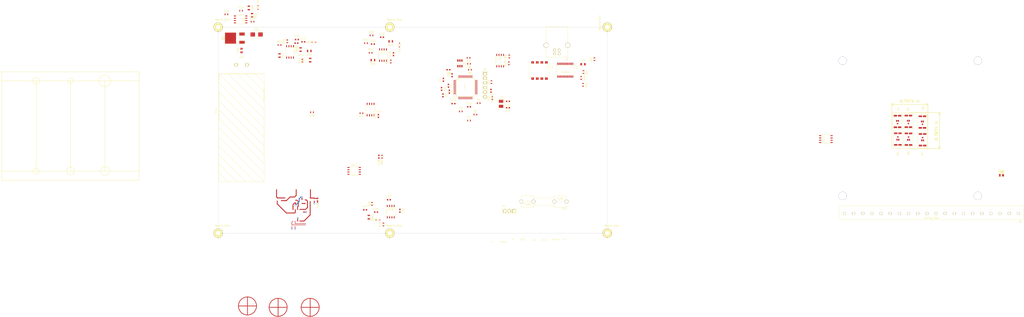
<source format=kicad_pcb>
(kicad_pcb (version 4) (host pcbnew 4.0.2-stable)

  (general
    (links 0)
    (no_connects 278)
    (area -359.321001 16.680571 209.510001 200.3029)
    (thickness 1.6)
    (drawings 38)
    (tracks 73)
    (zones 0)
    (modules 113)
    (nets 136)
  )

  (page A4)
  (layers
    (0 F.Cu signal)
    (1 Inner2.Cu signal)
    (2 Inner1.Cu signal)
    (31 B.Cu signal)
    (32 B.Adhes user)
    (33 F.Adhes user)
    (34 B.Paste user)
    (35 F.Paste user)
    (36 B.SilkS user)
    (37 F.SilkS user)
    (38 B.Mask user)
    (39 F.Mask user)
    (40 Dwgs.User user)
    (41 Cmts.User user)
    (42 Eco1.User user)
    (43 Eco2.User user)
    (44 Edge.Cuts user)
  )

  (setup
    (last_trace_width 0.254)
    (user_trace_width 0.508)
    (user_trace_width 0.635)
    (user_trace_width 1.27)
    (user_trace_width 2.032)
    (user_trace_width 2.54)
    (trace_clearance 0.1778)
    (zone_clearance 0.508)
    (zone_45_only no)
    (trace_min 0.254)
    (segment_width 0.2)
    (edge_width 0.1)
    (via_size 0.9144)
    (via_drill 0.635)
    (via_min_size 0.889)
    (via_min_drill 0.508)
    (uvia_size 0.508)
    (uvia_drill 0.127)
    (uvias_allowed no)
    (uvia_min_size 0.508)
    (uvia_min_drill 0.127)
    (pcb_text_width 0.3)
    (pcb_text_size 1.5 1.5)
    (mod_edge_width 0.15)
    (mod_text_size 1 1)
    (mod_text_width 0.15)
    (pad_size 5.08 5.08)
    (pad_drill 2.54)
    (pad_to_mask_clearance 0)
    (aux_axis_origin 0 0)
    (visible_elements 7FFEF7FF)
    (pcbplotparams
      (layerselection 0x00030_80000001)
      (usegerberextensions true)
      (excludeedgelayer true)
      (linewidth 0.150000)
      (plotframeref false)
      (viasonmask false)
      (mode 1)
      (useauxorigin false)
      (hpglpennumber 1)
      (hpglpenspeed 20)
      (hpglpendiameter 15)
      (hpglpenoverlay 2)
      (psnegative false)
      (psa4output false)
      (plotreference true)
      (plotvalue false)
      (plotinvisibletext false)
      (padsonsilk false)
      (subtractmaskfromsilk false)
      (outputformat 1)
      (mirror false)
      (drillshape 0)
      (scaleselection 1)
      (outputdirectory Gerbers/))
  )

  (net 0 "")
  (net 1 +12V)
  (net 2 /ACS_OUT1)
  (net 3 /ACS_OUT2)
  (net 4 /ACS_OUT3)
  (net 5 /ACS_OUT4)
  (net 6 /ADC1)
  (net 7 /ADC2)
  (net 8 /ADC3)
  (net 9 /ADC4)
  (net 10 /D+)
  (net 11 /D-)
  (net 12 /DIR)
  (net 13 /FANPW)
  (net 14 /FAN_Drain)
  (net 15 /GPIO1)
  (net 16 /GPIO10)
  (net 17 /GPIO11)
  (net 18 /GPIO12)
  (net 19 /GPIO13)
  (net 20 /GPIO14)
  (net 21 /GPIO15)
  (net 22 /GPIO2)
  (net 23 /GPIO3)
  (net 24 /GPIO4)
  (net 25 /GPIO5)
  (net 26 /GPIO6)
  (net 27 /GPIO7)
  (net 28 /GPIO8)
  (net 29 /GPIO9)
  (net 30 /HB1H)
  (net 31 /HB1L)
  (net 32 /HB1O)
  (net 33 /HB2H)
  (net 34 /HB2L)
  (net 35 /HB2O)
  (net 36 /HB3H)
  (net 37 /HB3L)
  (net 38 /HB3O)
  (net 39 /HB4O)
  (net 40 /LED_B)
  (net 41 /LED_G)
  (net 42 /LED_R)
  (net 43 /MCLR)
  (net 44 /M_thrm)
  (net 45 /OSC1)
  (net 46 /OSC2)
  (net 47 /PGC)
  (net 48 /PGD)
  (net 49 /PWM1H)
  (net 50 /PWM1L)
  (net 51 /PWM2H)
  (net 52 /PWM2L)
  (net 53 /PWM3H)
  (net 54 /PWM3L)
  (net 55 /PWM4H)
  (net 56 /PWM4L)
  (net 57 /QEA)
  (net 58 /QEB)
  (net 59 /QEI_HOME)
  (net 60 /QEI_INDEX)
  (net 61 /RX)
  (net 62 /RX_USB)
  (net 63 /SCK1)
  (net 64 /SCL1)
  (net 65 /SDA1)
  (net 66 /SDI1)
  (net 67 /SDO1)
  (net 68 /STEP)
  (net 69 /TCK)
  (net 70 /TDI)
  (net 71 /TDO)
  (net 72 /TMS)
  (net 73 /TX)
  (net 74 /TX_USB)
  (net 75 /USB_GND)
  (net 76 /USB_Vcc)
  (net 77 /Vbus)
  (net 78 3V3)
  (net 79 AGND)
  (net 80 DGND)
  (net 81 GNDPWR)
  (net 82 "Net-(C15-Pad1)")
  (net 83 "Net-(C15-Pad2)")
  (net 84 "Net-(C25-Pad1)")
  (net 85 "Net-(C27-Pad1)")
  (net 86 "Net-(C37-Pad1)")
  (net 87 +5V)
  (net 88 "Net-(D2-Pad1)")
  (net 89 "Net-(D6-Pad1)")
  (net 90 "Net-(D8-Pad1)")
  (net 91 "Net-(D16-Pad1)")
  (net 92 /QEI_V)
  (net 93 "Net-(R5-Pad2)")
  (net 94 "Net-(D1-Pad6)")
  (net 95 "Net-(D1-Pad5)")
  (net 96 "Net-(D1-Pad4)")
  (net 97 "Net-(R11-Pad2)")
  (net 98 "Net-(R12-Pad2)")
  (net 99 "Net-(Q3-PadG)")
  (net 100 "Net-(R28-Pad2)")
  (net 101 "Net-(R70-Pad2)")
  (net 102 "Net-(R71-Pad2)")
  (net 103 "Net-(R82-Pad2)")
  (net 104 "Net-(C42-Pad1)")
  (net 105 "Net-(C43-Pad1)")
  (net 106 "Net-(C45-Pad1)")
  (net 107 "Net-(C46-Pad1)")
  (net 108 "Net-(C47-Pad1)")
  (net 109 "Net-(C49-Pad1)")
  (net 110 /FuseV)
  (net 111 "Net-(J5-Pad6)")
  (net 112 "Net-(U3-Pad2)")
  (net 113 "Net-(U3-Pad3)")
  (net 114 "Net-(U3-Pad6)")
  (net 115 "Net-(U3-Pad9)")
  (net 116 "Net-(U3-Pad10)")
  (net 117 "Net-(U3-Pad11)")
  (net 118 "Net-(U3-Pad12)")
  (net 119 "Net-(U3-Pad13)")
  (net 120 "Net-(U3-Pad14)")
  (net 121 "Net-(U3-Pad17)")
  (net 122 "Net-(U3-Pad19)")
  (net 123 "Net-(U3-Pad22)")
  (net 124 "Net-(U3-Pad23)")
  (net 125 "Net-(U3-Pad27)")
  (net 126 "Net-(U3-Pad28)")
  (net 127 "Net-(U5-Pad7)")
  (net 128 "Net-(U5-Pad2)")
  (net 129 "Net-(R33-Pad1)")
  (net 130 "Net-(R37-Pad1)")
  (net 131 "Net-(R39-Pad1)")
  (net 132 "Net-(J3-Pad1)")
  (net 133 "Net-(J3-Pad2)")
  (net 134 "Net-(J3-Pad3)")
  (net 135 "Net-(J3-Pad4)")

  (net_class Default "This is the default net class."
    (clearance 0.1778)
    (trace_width 0.254)
    (via_dia 0.9144)
    (via_drill 0.635)
    (uvia_dia 0.508)
    (uvia_drill 0.127)
    (add_net +5V)
    (add_net /ADC1)
    (add_net /ADC2)
    (add_net /ADC3)
    (add_net /ADC4)
    (add_net /D+)
    (add_net /D-)
    (add_net /DIR)
    (add_net /FANPW)
    (add_net /FAN_Drain)
    (add_net /FuseV)
    (add_net /GPIO1)
    (add_net /GPIO10)
    (add_net /GPIO11)
    (add_net /GPIO12)
    (add_net /GPIO13)
    (add_net /GPIO14)
    (add_net /GPIO15)
    (add_net /GPIO2)
    (add_net /GPIO3)
    (add_net /GPIO4)
    (add_net /GPIO5)
    (add_net /GPIO6)
    (add_net /GPIO7)
    (add_net /GPIO8)
    (add_net /GPIO9)
    (add_net /HB1H)
    (add_net /HB1L)
    (add_net /HB2H)
    (add_net /HB2L)
    (add_net /HB3H)
    (add_net /HB3L)
    (add_net /LED_B)
    (add_net /LED_G)
    (add_net /LED_R)
    (add_net /MCLR)
    (add_net /M_thrm)
    (add_net /OSC1)
    (add_net /OSC2)
    (add_net /PGC)
    (add_net /PGD)
    (add_net /PWM1H)
    (add_net /PWM1L)
    (add_net /PWM2H)
    (add_net /PWM2L)
    (add_net /PWM3H)
    (add_net /PWM3L)
    (add_net /PWM4H)
    (add_net /PWM4L)
    (add_net /QEA)
    (add_net /QEB)
    (add_net /QEI_HOME)
    (add_net /QEI_INDEX)
    (add_net /QEI_V)
    (add_net /RX)
    (add_net /RX_USB)
    (add_net /SCK1)
    (add_net /SCL1)
    (add_net /SDA1)
    (add_net /SDI1)
    (add_net /SDO1)
    (add_net /STEP)
    (add_net /TCK)
    (add_net /TDI)
    (add_net /TDO)
    (add_net /TMS)
    (add_net /TX)
    (add_net /TX_USB)
    (add_net /USB_GND)
    (add_net /USB_Vcc)
    (add_net AGND)
    (add_net DGND)
    (add_net GNDPWR)
    (add_net "Net-(C15-Pad1)")
    (add_net "Net-(C15-Pad2)")
    (add_net "Net-(C25-Pad1)")
    (add_net "Net-(C27-Pad1)")
    (add_net "Net-(C37-Pad1)")
    (add_net "Net-(C42-Pad1)")
    (add_net "Net-(C43-Pad1)")
    (add_net "Net-(C45-Pad1)")
    (add_net "Net-(C46-Pad1)")
    (add_net "Net-(C47-Pad1)")
    (add_net "Net-(C49-Pad1)")
    (add_net "Net-(D1-Pad4)")
    (add_net "Net-(D1-Pad5)")
    (add_net "Net-(D1-Pad6)")
    (add_net "Net-(D16-Pad1)")
    (add_net "Net-(D2-Pad1)")
    (add_net "Net-(D6-Pad1)")
    (add_net "Net-(D8-Pad1)")
    (add_net "Net-(J3-Pad1)")
    (add_net "Net-(J3-Pad2)")
    (add_net "Net-(J3-Pad3)")
    (add_net "Net-(J3-Pad4)")
    (add_net "Net-(J5-Pad6)")
    (add_net "Net-(Q3-PadG)")
    (add_net "Net-(R11-Pad2)")
    (add_net "Net-(R12-Pad2)")
    (add_net "Net-(R28-Pad2)")
    (add_net "Net-(R33-Pad1)")
    (add_net "Net-(R37-Pad1)")
    (add_net "Net-(R39-Pad1)")
    (add_net "Net-(R5-Pad2)")
    (add_net "Net-(R70-Pad2)")
    (add_net "Net-(R71-Pad2)")
    (add_net "Net-(R82-Pad2)")
    (add_net "Net-(U3-Pad10)")
    (add_net "Net-(U3-Pad11)")
    (add_net "Net-(U3-Pad12)")
    (add_net "Net-(U3-Pad13)")
    (add_net "Net-(U3-Pad14)")
    (add_net "Net-(U3-Pad17)")
    (add_net "Net-(U3-Pad19)")
    (add_net "Net-(U3-Pad2)")
    (add_net "Net-(U3-Pad22)")
    (add_net "Net-(U3-Pad23)")
    (add_net "Net-(U3-Pad27)")
    (add_net "Net-(U3-Pad28)")
    (add_net "Net-(U3-Pad3)")
    (add_net "Net-(U3-Pad6)")
    (add_net "Net-(U3-Pad9)")
    (add_net "Net-(U5-Pad2)")
    (add_net "Net-(U5-Pad7)")
  )

  (net_class PWRTRACK ""
    (clearance 0.635)
    (trace_width 0.254)
    (via_dia 0.9144)
    (via_drill 0.635)
    (uvia_dia 0.508)
    (uvia_drill 0.127)
    (add_net /ACS_OUT1)
    (add_net /ACS_OUT2)
    (add_net /ACS_OUT3)
    (add_net /ACS_OUT4)
    (add_net /HB1O)
    (add_net /HB2O)
    (add_net /HB3O)
    (add_net /Vbus)
  )

  (net_class Vcc ""
    (clearance 0.1778)
    (trace_width 0.254)
    (via_dia 0.9144)
    (via_drill 0.635)
    (uvia_dia 0.508)
    (uvia_drill 0.127)
    (add_net +12V)
    (add_net 3V3)
  )

  (module Fiducials_RevC_04Aug2012:Fiducial_classic_big_CopperTop_Type1_RevC (layer F.Cu) (tedit 501D0456) (tstamp 55E1E487)
    (at -204.992 191.578)
    (descr "Fiducial, Classical, Big, Copper Top, Typ 1, Passermarke,")
    (tags "Fiducial, Classical, Big, Copper Top, Typ 1, Passermarke,")
    (path /55CCDCB2)
    (solder_mask_margin 2.99974)
    (fp_text reference FID1 (at 0.07874 -6.60908) (layer F.SilkS) hide
      (effects (font (thickness 0.3048)))
    )
    (fp_text value Fiducial (at 0.04064 6.8707) (layer F.SilkS) hide
      (effects (font (thickness 0.3048)))
    )
    (fp_line (start -5.00126 0) (end 5.00126 0) (layer F.Cu) (width 0.381))
    (fp_line (start 0 -5.00126) (end 0 5.00126) (layer F.Cu) (width 0.381))
    (fp_circle (center 0 0) (end 5.00126 0) (layer F.Cu) (width 0.381))
    (pad ~ smd circle (at 0 0) (size 11.00074 11.00074) (layers F.Mask)
      (solder_mask_margin 2.99974))
  )

  (module Fiducials_RevC_04Aug2012:Fiducial_classic_big_CopperTop_Type1_RevC (layer F.Cu) (tedit 501D0456) (tstamp 55E1E48C)
    (at -222.01 190.816)
    (descr "Fiducial, Classical, Big, Copper Top, Typ 1, Passermarke,")
    (tags "Fiducial, Classical, Big, Copper Top, Typ 1, Passermarke,")
    (path /55CCDDD8)
    (solder_mask_margin 2.99974)
    (fp_text reference FID2 (at 0.07874 -6.60908) (layer F.SilkS) hide
      (effects (font (thickness 0.3048)))
    )
    (fp_text value Fiducial (at 0.04064 6.8707) (layer F.SilkS) hide
      (effects (font (thickness 0.3048)))
    )
    (fp_line (start -5.00126 0) (end 5.00126 0) (layer F.Cu) (width 0.381))
    (fp_line (start 0 -5.00126) (end 0 5.00126) (layer F.Cu) (width 0.381))
    (fp_circle (center 0 0) (end 5.00126 0) (layer F.Cu) (width 0.381))
    (pad ~ smd circle (at 0 0) (size 11.00074 11.00074) (layers F.Mask)
      (solder_mask_margin 2.99974))
  )

  (module Fiducials_RevC_04Aug2012:Fiducial_classic_big_CopperTop_Type1_RevC (layer F.Cu) (tedit 501D0456) (tstamp 55E1E491)
    (at -187.212 191.578)
    (descr "Fiducial, Classical, Big, Copper Top, Typ 1, Passermarke,")
    (tags "Fiducial, Classical, Big, Copper Top, Typ 1, Passermarke,")
    (path /55CCDECD)
    (solder_mask_margin 2.99974)
    (fp_text reference FID3 (at 0.07874 -6.60908) (layer F.SilkS) hide
      (effects (font (thickness 0.3048)))
    )
    (fp_text value Fiducial (at 0.04064 6.8707) (layer F.SilkS) hide
      (effects (font (thickness 0.3048)))
    )
    (fp_line (start -5.00126 0) (end 5.00126 0) (layer F.Cu) (width 0.381))
    (fp_line (start 0 -5.00126) (end 0 5.00126) (layer F.Cu) (width 0.381))
    (fp_circle (center 0 0) (end 5.00126 0) (layer F.Cu) (width 0.381))
    (pad ~ smd circle (at 0 0) (size 11.00074 11.00074) (layers F.Mask)
      (solder_mask_margin 2.99974))
  )

  (module Pin_Headers:Pin_Header_Straight_1x03 (layer F.Cu) (tedit 55E387EB) (tstamp 55E1E4CE)
    (at -74.182 138.238 270)
    (descr "Through hole pin header")
    (tags "pin header")
    (path /55D8D6FC)
    (fp_text reference P1 (at -2.794 5.588 360) (layer F.SilkS)
      (effects (font (size 1 1) (thickness 0.15)))
    )
    (fp_text value DNP (at 0 -3.1 270) (layer F.Fab)
      (effects (font (size 1 1) (thickness 0.15)))
    )
    (fp_line (start -1.75 -1.75) (end -1.75 6.85) (layer F.CrtYd) (width 0.05))
    (fp_line (start 1.75 -1.75) (end 1.75 6.85) (layer F.CrtYd) (width 0.05))
    (fp_line (start -1.75 -1.75) (end 1.75 -1.75) (layer F.CrtYd) (width 0.05))
    (fp_line (start -1.75 6.85) (end 1.75 6.85) (layer F.CrtYd) (width 0.05))
    (fp_line (start -1.27 1.27) (end -1.27 6.35) (layer F.SilkS) (width 0.15))
    (fp_line (start -1.27 6.35) (end 1.27 6.35) (layer F.SilkS) (width 0.15))
    (fp_line (start 1.27 6.35) (end 1.27 1.27) (layer F.SilkS) (width 0.15))
    (fp_line (start 1.55 -1.55) (end 1.55 0) (layer F.SilkS) (width 0.15))
    (fp_line (start 1.27 1.27) (end -1.27 1.27) (layer F.SilkS) (width 0.15))
    (fp_line (start -1.55 0) (end -1.55 -1.55) (layer F.SilkS) (width 0.15))
    (fp_line (start -1.55 -1.55) (end 1.55 -1.55) (layer F.SilkS) (width 0.15))
    (pad 1 thru_hole rect (at 0 0 270) (size 2.032 1.7272) (drill 1.016) (layers *.Cu *.Mask F.SilkS)
      (net 78 3V3))
    (pad 2 thru_hole oval (at 0 2.54 270) (size 2.032 1.7272) (drill 1.016) (layers *.Cu *.Mask F.SilkS)
      (net 92 /QEI_V))
    (pad 3 thru_hole oval (at 0 5.08 270) (size 2.032 1.7272) (drill 1.016) (layers *.Cu *.Mask F.SilkS)
      (net 87 +5V))
    (model Pin_Headers.3dshapes/Pin_Header_Straight_1x03.wrl
      (at (xyz 0 -0.1 0))
      (scale (xyz 1 1 1))
      (rotate (xyz 0 0 90))
    )
  )

  (module Resistors_SMD:R_0603 (layer F.Cu) (tedit 56199852) (tstamp 55E1E4DA)
    (at -147.334 108.012 90)
    (descr "Resistor SMD 0603, reflow soldering, Vishay (see dcrcw.pdf)")
    (tags "resistor 0603")
    (path /55DABBF0)
    (attr smd)
    (fp_text reference R82 (at -3.048 0 90) (layer F.SilkS)
      (effects (font (size 1 1) (thickness 0.15)))
    )
    (fp_text value "0R, 0603 1%" (at 0 1.9 90) (layer F.Fab)
      (effects (font (size 1 1) (thickness 0.15)))
    )
    (fp_line (start -1.3 -0.8) (end 1.3 -0.8) (layer F.CrtYd) (width 0.05))
    (fp_line (start -1.3 0.8) (end 1.3 0.8) (layer F.CrtYd) (width 0.05))
    (fp_line (start -1.3 -0.8) (end -1.3 0.8) (layer F.CrtYd) (width 0.05))
    (fp_line (start 1.3 -0.8) (end 1.3 0.8) (layer F.CrtYd) (width 0.05))
    (fp_line (start 0.5 0.675) (end -0.5 0.675) (layer F.SilkS) (width 0.15))
    (fp_line (start -0.5 -0.675) (end 0.5 -0.675) (layer F.SilkS) (width 0.15))
    (pad 1 smd rect (at -0.75 0 90) (size 0.5 0.9) (layers F.Cu F.Paste F.Mask)
      (net 79 AGND))
    (pad 2 smd rect (at 0.75 0 90) (size 0.5 0.9) (layers F.Cu F.Paste F.Mask)
      (net 103 "Net-(R82-Pad2)"))
    (model Resistors_SMD.3dshapes/R_0603.wrl
      (at (xyz 0 0 0))
      (scale (xyz 1 1 1))
      (rotate (xyz 0 0 0))
    )
  )

  (module Capacitors_SMD:C_0603 (layer F.Cu) (tedit 5415D631) (tstamp 55E1EF24)
    (at -86.882 71.436 90)
    (descr "Capacitor SMD 0603, reflow soldering, AVX (see smccp.pdf)")
    (tags "capacitor 0603")
    (path /55D4A10D)
    (attr smd)
    (fp_text reference C1 (at 0 -1.9 90) (layer F.SilkS)
      (effects (font (size 1 1) (thickness 0.15)))
    )
    (fp_text value "100nF. 0805, X7R 25V" (at 0 1.9 90) (layer F.Fab)
      (effects (font (size 1 1) (thickness 0.15)))
    )
    (fp_line (start -1.45 -0.75) (end 1.45 -0.75) (layer F.CrtYd) (width 0.05))
    (fp_line (start -1.45 0.75) (end 1.45 0.75) (layer F.CrtYd) (width 0.05))
    (fp_line (start -1.45 -0.75) (end -1.45 0.75) (layer F.CrtYd) (width 0.05))
    (fp_line (start 1.45 -0.75) (end 1.45 0.75) (layer F.CrtYd) (width 0.05))
    (fp_line (start -0.35 -0.6) (end 0.35 -0.6) (layer F.SilkS) (width 0.15))
    (fp_line (start 0.35 0.6) (end -0.35 0.6) (layer F.SilkS) (width 0.15))
    (pad 1 smd rect (at -0.75 0 90) (size 0.8 0.75) (layers F.Cu F.Paste F.Mask)
      (net 43 /MCLR))
    (pad 2 smd rect (at 0.75 0 90) (size 0.8 0.75) (layers F.Cu F.Paste F.Mask)
      (net 80 DGND))
    (model Capacitors_SMD.3dshapes/C_0603.wrl
      (at (xyz 0 0 0))
      (scale (xyz 1 1 1))
      (rotate (xyz 0 0 0))
    )
  )

  (module Capacitors_SMD:C_0603 (layer F.Cu) (tedit 5415D631) (tstamp 55E1EF29)
    (at -86.12 75.5 90)
    (descr "Capacitor SMD 0603, reflow soldering, AVX (see smccp.pdf)")
    (tags "capacitor 0603")
    (path /55D5062C)
    (attr smd)
    (fp_text reference C2 (at 0 -1.9 90) (layer F.SilkS)
      (effects (font (size 1 1) (thickness 0.15)))
    )
    (fp_text value "100nF. 0805, X7R 25V" (at 0 1.9 90) (layer F.Fab)
      (effects (font (size 1 1) (thickness 0.15)))
    )
    (fp_line (start -1.45 -0.75) (end 1.45 -0.75) (layer F.CrtYd) (width 0.05))
    (fp_line (start -1.45 0.75) (end 1.45 0.75) (layer F.CrtYd) (width 0.05))
    (fp_line (start -1.45 -0.75) (end -1.45 0.75) (layer F.CrtYd) (width 0.05))
    (fp_line (start 1.45 -0.75) (end 1.45 0.75) (layer F.CrtYd) (width 0.05))
    (fp_line (start -0.35 -0.6) (end 0.35 -0.6) (layer F.SilkS) (width 0.15))
    (fp_line (start 0.35 0.6) (end -0.35 0.6) (layer F.SilkS) (width 0.15))
    (pad 1 smd rect (at -0.75 0 90) (size 0.8 0.75) (layers F.Cu F.Paste F.Mask)
      (net 80 DGND))
    (pad 2 smd rect (at 0.75 0 90) (size 0.8 0.75) (layers F.Cu F.Paste F.Mask)
      (net 78 3V3))
    (model Capacitors_SMD.3dshapes/C_0603.wrl
      (at (xyz 0 0 0))
      (scale (xyz 1 1 1))
      (rotate (xyz 0 0 0))
    )
  )

  (module Capacitors_SMD:C_0603 (layer F.Cu) (tedit 5415D631) (tstamp 55E1EF2E)
    (at -108.472 62.8 90)
    (descr "Capacitor SMD 0603, reflow soldering, AVX (see smccp.pdf)")
    (tags "capacitor 0603")
    (path /55D4B21A)
    (attr smd)
    (fp_text reference C3 (at 0 -1.9 90) (layer F.SilkS)
      (effects (font (size 1 1) (thickness 0.15)))
    )
    (fp_text value "100nF. 0805, X7R 25V" (at 0 1.9 90) (layer F.Fab)
      (effects (font (size 1 1) (thickness 0.15)))
    )
    (fp_line (start -1.45 -0.75) (end 1.45 -0.75) (layer F.CrtYd) (width 0.05))
    (fp_line (start -1.45 0.75) (end 1.45 0.75) (layer F.CrtYd) (width 0.05))
    (fp_line (start -1.45 -0.75) (end -1.45 0.75) (layer F.CrtYd) (width 0.05))
    (fp_line (start 1.45 -0.75) (end 1.45 0.75) (layer F.CrtYd) (width 0.05))
    (fp_line (start -0.35 -0.6) (end 0.35 -0.6) (layer F.SilkS) (width 0.15))
    (fp_line (start 0.35 0.6) (end -0.35 0.6) (layer F.SilkS) (width 0.15))
    (pad 1 smd rect (at -0.75 0 90) (size 0.8 0.75) (layers F.Cu F.Paste F.Mask)
      (net 78 3V3))
    (pad 2 smd rect (at 0.75 0 90) (size 0.8 0.75) (layers F.Cu F.Paste F.Mask)
      (net 79 AGND))
    (model Capacitors_SMD.3dshapes/C_0603.wrl
      (at (xyz 0 0 0))
      (scale (xyz 1 1 1))
      (rotate (xyz 0 0 0))
    )
  )

  (module Capacitors_SMD:C_0603 (layer F.Cu) (tedit 5415D631) (tstamp 55E1EF33)
    (at -113.298 65.34 90)
    (descr "Capacitor SMD 0603, reflow soldering, AVX (see smccp.pdf)")
    (tags "capacitor 0603")
    (path /55E68F8E)
    (attr smd)
    (fp_text reference C4 (at 0 -1.9 90) (layer F.SilkS)
      (effects (font (size 1 1) (thickness 0.15)))
    )
    (fp_text value "100nF. 0805, X7R 25V" (at 0 1.9 90) (layer F.Fab)
      (effects (font (size 1 1) (thickness 0.15)))
    )
    (fp_line (start -1.45 -0.75) (end 1.45 -0.75) (layer F.CrtYd) (width 0.05))
    (fp_line (start -1.45 0.75) (end 1.45 0.75) (layer F.CrtYd) (width 0.05))
    (fp_line (start -1.45 -0.75) (end -1.45 0.75) (layer F.CrtYd) (width 0.05))
    (fp_line (start 1.45 -0.75) (end 1.45 0.75) (layer F.CrtYd) (width 0.05))
    (fp_line (start -0.35 -0.6) (end 0.35 -0.6) (layer F.SilkS) (width 0.15))
    (fp_line (start 0.35 0.6) (end -0.35 0.6) (layer F.SilkS) (width 0.15))
    (pad 1 smd rect (at -0.75 0 90) (size 0.8 0.75) (layers F.Cu F.Paste F.Mask)
      (net 80 DGND))
    (pad 2 smd rect (at 0.75 0 90) (size 0.8 0.75) (layers F.Cu F.Paste F.Mask)
      (net 78 3V3))
    (model Capacitors_SMD.3dshapes/C_0603.wrl
      (at (xyz 0 0 0))
      (scale (xyz 1 1 1))
      (rotate (xyz 0 0 0))
    )
  )

  (module Capacitors_SMD:C_0603 (layer F.Cu) (tedit 5415D631) (tstamp 55E1EF38)
    (at -109.996 71.944 270)
    (descr "Capacitor SMD 0603, reflow soldering, AVX (see smccp.pdf)")
    (tags "capacitor 0603")
    (path /55D3D385)
    (attr smd)
    (fp_text reference C5 (at 0 -1.9 270) (layer F.SilkS)
      (effects (font (size 1 1) (thickness 0.15)))
    )
    (fp_text value DNP (at 0 1.9 270) (layer F.Fab)
      (effects (font (size 1 1) (thickness 0.15)))
    )
    (fp_line (start -1.45 -0.75) (end 1.45 -0.75) (layer F.CrtYd) (width 0.05))
    (fp_line (start -1.45 0.75) (end 1.45 0.75) (layer F.CrtYd) (width 0.05))
    (fp_line (start -1.45 -0.75) (end -1.45 0.75) (layer F.CrtYd) (width 0.05))
    (fp_line (start 1.45 -0.75) (end 1.45 0.75) (layer F.CrtYd) (width 0.05))
    (fp_line (start -0.35 -0.6) (end 0.35 -0.6) (layer F.SilkS) (width 0.15))
    (fp_line (start 0.35 0.6) (end -0.35 0.6) (layer F.SilkS) (width 0.15))
    (pad 1 smd rect (at -0.75 0 270) (size 0.8 0.75) (layers F.Cu F.Paste F.Mask)
      (net 8 /ADC3))
    (pad 2 smd rect (at 0.75 0 270) (size 0.8 0.75) (layers F.Cu F.Paste F.Mask)
      (net 80 DGND))
    (model Capacitors_SMD.3dshapes/C_0603.wrl
      (at (xyz 0 0 0))
      (scale (xyz 1 1 1))
      (rotate (xyz 0 0 0))
    )
  )

  (module Capacitors_SMD:C_0603 (layer F.Cu) (tedit 5415D631) (tstamp 55E1EF3D)
    (at -114.314 70.42 270)
    (descr "Capacitor SMD 0603, reflow soldering, AVX (see smccp.pdf)")
    (tags "capacitor 0603")
    (path /55D5C091)
    (attr smd)
    (fp_text reference C6 (at 0 -1.9 270) (layer F.SilkS)
      (effects (font (size 1 1) (thickness 0.15)))
    )
    (fp_text value DNP (at 0 1.9 270) (layer F.Fab)
      (effects (font (size 1 1) (thickness 0.15)))
    )
    (fp_line (start -1.45 -0.75) (end 1.45 -0.75) (layer F.CrtYd) (width 0.05))
    (fp_line (start -1.45 0.75) (end 1.45 0.75) (layer F.CrtYd) (width 0.05))
    (fp_line (start -1.45 -0.75) (end -1.45 0.75) (layer F.CrtYd) (width 0.05))
    (fp_line (start 1.45 -0.75) (end 1.45 0.75) (layer F.CrtYd) (width 0.05))
    (fp_line (start -0.35 -0.6) (end 0.35 -0.6) (layer F.SilkS) (width 0.15))
    (fp_line (start 0.35 0.6) (end -0.35 0.6) (layer F.SilkS) (width 0.15))
    (pad 1 smd rect (at -0.75 0 270) (size 0.8 0.75) (layers F.Cu F.Paste F.Mask)
      (net 9 /ADC4))
    (pad 2 smd rect (at 0.75 0 270) (size 0.8 0.75) (layers F.Cu F.Paste F.Mask)
      (net 80 DGND))
    (model Capacitors_SMD.3dshapes/C_0603.wrl
      (at (xyz 0 0 0))
      (scale (xyz 1 1 1))
      (rotate (xyz 0 0 0))
    )
  )

  (module Capacitors_SMD:C_0603 (layer F.Cu) (tedit 5415D631) (tstamp 55E1EF42)
    (at -110.504 68.642 270)
    (descr "Capacitor SMD 0603, reflow soldering, AVX (see smccp.pdf)")
    (tags "capacitor 0603")
    (path /55D5C22D)
    (attr smd)
    (fp_text reference C7 (at 0 -1.9 270) (layer F.SilkS)
      (effects (font (size 1 1) (thickness 0.15)))
    )
    (fp_text value DNP (at 0 1.9 270) (layer F.Fab)
      (effects (font (size 1 1) (thickness 0.15)))
    )
    (fp_line (start -1.45 -0.75) (end 1.45 -0.75) (layer F.CrtYd) (width 0.05))
    (fp_line (start -1.45 0.75) (end 1.45 0.75) (layer F.CrtYd) (width 0.05))
    (fp_line (start -1.45 -0.75) (end -1.45 0.75) (layer F.CrtYd) (width 0.05))
    (fp_line (start 1.45 -0.75) (end 1.45 0.75) (layer F.CrtYd) (width 0.05))
    (fp_line (start -0.35 -0.6) (end 0.35 -0.6) (layer F.SilkS) (width 0.15))
    (fp_line (start 0.35 0.6) (end -0.35 0.6) (layer F.SilkS) (width 0.15))
    (pad 1 smd rect (at -0.75 0 270) (size 0.8 0.75) (layers F.Cu F.Paste F.Mask)
      (net 6 /ADC1))
    (pad 2 smd rect (at 0.75 0 270) (size 0.8 0.75) (layers F.Cu F.Paste F.Mask)
      (net 80 DGND))
    (model Capacitors_SMD.3dshapes/C_0603.wrl
      (at (xyz 0 0 0))
      (scale (xyz 1 1 1))
      (rotate (xyz 0 0 0))
    )
  )

  (module Capacitors_SMD:C_0603 (layer F.Cu) (tedit 5415D631) (tstamp 55E1EF47)
    (at -113.552 73.976 270)
    (descr "Capacitor SMD 0603, reflow soldering, AVX (see smccp.pdf)")
    (tags "capacitor 0603")
    (path /55D5C3CB)
    (attr smd)
    (fp_text reference C8 (at 0 -1.9 270) (layer F.SilkS)
      (effects (font (size 1 1) (thickness 0.15)))
    )
    (fp_text value DNP (at 0 1.9 270) (layer F.Fab)
      (effects (font (size 1 1) (thickness 0.15)))
    )
    (fp_line (start -1.45 -0.75) (end 1.45 -0.75) (layer F.CrtYd) (width 0.05))
    (fp_line (start -1.45 0.75) (end 1.45 0.75) (layer F.CrtYd) (width 0.05))
    (fp_line (start -1.45 -0.75) (end -1.45 0.75) (layer F.CrtYd) (width 0.05))
    (fp_line (start 1.45 -0.75) (end 1.45 0.75) (layer F.CrtYd) (width 0.05))
    (fp_line (start -0.35 -0.6) (end 0.35 -0.6) (layer F.SilkS) (width 0.15))
    (fp_line (start 0.35 0.6) (end -0.35 0.6) (layer F.SilkS) (width 0.15))
    (pad 1 smd rect (at -0.75 0 270) (size 0.8 0.75) (layers F.Cu F.Paste F.Mask)
      (net 7 /ADC2))
    (pad 2 smd rect (at 0.75 0 270) (size 0.8 0.75) (layers F.Cu F.Paste F.Mask)
      (net 80 DGND))
    (model Capacitors_SMD.3dshapes/C_0603.wrl
      (at (xyz 0 0 0))
      (scale (xyz 1 1 1))
      (rotate (xyz 0 0 0))
    )
  )

  (module Capacitors_SMD:C_0805 (layer F.Cu) (tedit 5415D6EA) (tstamp 55E1EF4C)
    (at -35.828 56.704)
    (descr "Capacitor SMD 0805, reflow soldering, AVX (see smccp.pdf)")
    (tags "capacitor 0805")
    (path /55D087A9)
    (attr smd)
    (fp_text reference C9 (at 0 -2.1) (layer F.SilkS)
      (effects (font (size 1 1) (thickness 0.15)))
    )
    (fp_text value "10uF. 0805, X7R 25V" (at 0 2.1) (layer F.Fab)
      (effects (font (size 1 1) (thickness 0.15)))
    )
    (fp_line (start -1.8 -1) (end 1.8 -1) (layer F.CrtYd) (width 0.05))
    (fp_line (start -1.8 1) (end 1.8 1) (layer F.CrtYd) (width 0.05))
    (fp_line (start -1.8 -1) (end -1.8 1) (layer F.CrtYd) (width 0.05))
    (fp_line (start 1.8 -1) (end 1.8 1) (layer F.CrtYd) (width 0.05))
    (fp_line (start 0.5 -0.85) (end -0.5 -0.85) (layer F.SilkS) (width 0.15))
    (fp_line (start -0.5 0.85) (end 0.5 0.85) (layer F.SilkS) (width 0.15))
    (pad 1 smd rect (at -1 0) (size 1 1.25) (layers F.Cu F.Paste F.Mask)
      (net 75 /USB_GND))
    (pad 2 smd rect (at 1 0) (size 1 1.25) (layers F.Cu F.Paste F.Mask)
      (net 76 /USB_Vcc))
    (model Capacitors_SMD.3dshapes/C_0805.wrl
      (at (xyz 0 0 0))
      (scale (xyz 1 1 1))
      (rotate (xyz 0 0 0))
    )
  )

  (module Capacitors_SMD:C_0603 (layer F.Cu) (tedit 5415D631) (tstamp 55E1EF51)
    (at -77.484 77.278 180)
    (descr "Capacitor SMD 0603, reflow soldering, AVX (see smccp.pdf)")
    (tags "capacitor 0603")
    (path /55E4C08A)
    (attr smd)
    (fp_text reference C10 (at 0 -1.9 180) (layer F.SilkS)
      (effects (font (size 1 1) (thickness 0.15)))
    )
    (fp_text value "22pF. 0805, X7R 25V" (at 0 1.9 180) (layer F.Fab)
      (effects (font (size 1 1) (thickness 0.15)))
    )
    (fp_line (start -1.45 -0.75) (end 1.45 -0.75) (layer F.CrtYd) (width 0.05))
    (fp_line (start -1.45 0.75) (end 1.45 0.75) (layer F.CrtYd) (width 0.05))
    (fp_line (start -1.45 -0.75) (end -1.45 0.75) (layer F.CrtYd) (width 0.05))
    (fp_line (start 1.45 -0.75) (end 1.45 0.75) (layer F.CrtYd) (width 0.05))
    (fp_line (start -0.35 -0.6) (end 0.35 -0.6) (layer F.SilkS) (width 0.15))
    (fp_line (start 0.35 0.6) (end -0.35 0.6) (layer F.SilkS) (width 0.15))
    (pad 1 smd rect (at -0.75 0 180) (size 0.8 0.75) (layers F.Cu F.Paste F.Mask)
      (net 45 /OSC1))
    (pad 2 smd rect (at 0.75 0 180) (size 0.8 0.75) (layers F.Cu F.Paste F.Mask)
      (net 80 DGND))
    (model Capacitors_SMD.3dshapes/C_0603.wrl
      (at (xyz 0 0 0))
      (scale (xyz 1 1 1))
      (rotate (xyz 0 0 0))
    )
  )

  (module Capacitors_SMD:C_0603 (layer F.Cu) (tedit 5415D631) (tstamp 55E1EF56)
    (at -77.484 80.834 180)
    (descr "Capacitor SMD 0603, reflow soldering, AVX (see smccp.pdf)")
    (tags "capacitor 0603")
    (path /55CF1986)
    (attr smd)
    (fp_text reference C11 (at 0 -1.9 180) (layer F.SilkS)
      (effects (font (size 1 1) (thickness 0.15)))
    )
    (fp_text value "22pF. 0805, X7R 25V" (at 0 1.9 180) (layer F.Fab)
      (effects (font (size 1 1) (thickness 0.15)))
    )
    (fp_line (start -1.45 -0.75) (end 1.45 -0.75) (layer F.CrtYd) (width 0.05))
    (fp_line (start -1.45 0.75) (end 1.45 0.75) (layer F.CrtYd) (width 0.05))
    (fp_line (start -1.45 -0.75) (end -1.45 0.75) (layer F.CrtYd) (width 0.05))
    (fp_line (start 1.45 -0.75) (end 1.45 0.75) (layer F.CrtYd) (width 0.05))
    (fp_line (start -0.35 -0.6) (end 0.35 -0.6) (layer F.SilkS) (width 0.15))
    (fp_line (start 0.35 0.6) (end -0.35 0.6) (layer F.SilkS) (width 0.15))
    (pad 1 smd rect (at -0.75 0 180) (size 0.8 0.75) (layers F.Cu F.Paste F.Mask)
      (net 46 /OSC2))
    (pad 2 smd rect (at 0.75 0 180) (size 0.8 0.75) (layers F.Cu F.Paste F.Mask)
      (net 80 DGND))
    (model Capacitors_SMD.3dshapes/C_0603.wrl
      (at (xyz 0 0 0))
      (scale (xyz 1 1 1))
      (rotate (xyz 0 0 0))
    )
  )

  (module Capacitors_SMD:C_0603 (layer F.Cu) (tedit 5415D631) (tstamp 55E1EF5B)
    (at -99.074 80.326)
    (descr "Capacitor SMD 0603, reflow soldering, AVX (see smccp.pdf)")
    (tags "capacitor 0603")
    (path /55E62FF8)
    (attr smd)
    (fp_text reference C12 (at 0 -1.9) (layer F.SilkS)
      (effects (font (size 1 1) (thickness 0.15)))
    )
    (fp_text value "100nF. 0603, X7R 25V" (at 0 1.9) (layer F.Fab)
      (effects (font (size 1 1) (thickness 0.15)))
    )
    (fp_line (start -1.45 -0.75) (end 1.45 -0.75) (layer F.CrtYd) (width 0.05))
    (fp_line (start -1.45 0.75) (end 1.45 0.75) (layer F.CrtYd) (width 0.05))
    (fp_line (start -1.45 -0.75) (end -1.45 0.75) (layer F.CrtYd) (width 0.05))
    (fp_line (start 1.45 -0.75) (end 1.45 0.75) (layer F.CrtYd) (width 0.05))
    (fp_line (start -0.35 -0.6) (end 0.35 -0.6) (layer F.SilkS) (width 0.15))
    (fp_line (start 0.35 0.6) (end -0.35 0.6) (layer F.SilkS) (width 0.15))
    (pad 1 smd rect (at -0.75 0) (size 0.8 0.75) (layers F.Cu F.Paste F.Mask)
      (net 78 3V3))
    (pad 2 smd rect (at 0.75 0) (size 0.8 0.75) (layers F.Cu F.Paste F.Mask)
      (net 80 DGND))
    (model Capacitors_SMD.3dshapes/C_0603.wrl
      (at (xyz 0 0 0))
      (scale (xyz 1 1 1))
      (rotate (xyz 0 0 0))
    )
  )

  (module Capacitors_SMD:C_0603 (layer F.Cu) (tedit 5415D631) (tstamp 55E1EF60)
    (at -107.71 78.548)
    (descr "Capacitor SMD 0603, reflow soldering, AVX (see smccp.pdf)")
    (tags "capacitor 0603")
    (path /55D53136)
    (attr smd)
    (fp_text reference C13 (at 0 -1.9) (layer F.SilkS)
      (effects (font (size 1 1) (thickness 0.15)))
    )
    (fp_text value "100nF. 0603, X7R 25V" (at 0 1.9) (layer F.Fab)
      (effects (font (size 1 1) (thickness 0.15)))
    )
    (fp_line (start -1.45 -0.75) (end 1.45 -0.75) (layer F.CrtYd) (width 0.05))
    (fp_line (start -1.45 0.75) (end 1.45 0.75) (layer F.CrtYd) (width 0.05))
    (fp_line (start -1.45 -0.75) (end -1.45 0.75) (layer F.CrtYd) (width 0.05))
    (fp_line (start 1.45 -0.75) (end 1.45 0.75) (layer F.CrtYd) (width 0.05))
    (fp_line (start -0.35 -0.6) (end 0.35 -0.6) (layer F.SilkS) (width 0.15))
    (fp_line (start 0.35 0.6) (end -0.35 0.6) (layer F.SilkS) (width 0.15))
    (pad 1 smd rect (at -0.75 0) (size 0.8 0.75) (layers F.Cu F.Paste F.Mask)
      (net 80 DGND))
    (pad 2 smd rect (at 0.75 0) (size 0.8 0.75) (layers F.Cu F.Paste F.Mask)
      (net 78 3V3))
    (model Capacitors_SMD.3dshapes/C_0603.wrl
      (at (xyz 0 0 0))
      (scale (xyz 1 1 1))
      (rotate (xyz 0 0 0))
    )
  )

  (module Resistors_SMD:R_0603 (layer F.Cu) (tedit 5415CC62) (tstamp 55E1EF65)
    (at -233.694 29.018)
    (descr "Resistor SMD 0603, reflow soldering, Vishay (see dcrcw.pdf)")
    (tags "resistor 0603")
    (path /55DC6FA4)
    (attr smd)
    (fp_text reference C14 (at 0 -1.9) (layer F.SilkS)
      (effects (font (size 1 1) (thickness 0.15)))
    )
    (fp_text value "100nF. 0603, X7R 25V" (at 0 1.9) (layer F.Fab)
      (effects (font (size 1 1) (thickness 0.15)))
    )
    (fp_line (start -1.3 -0.8) (end 1.3 -0.8) (layer F.CrtYd) (width 0.05))
    (fp_line (start -1.3 0.8) (end 1.3 0.8) (layer F.CrtYd) (width 0.05))
    (fp_line (start -1.3 -0.8) (end -1.3 0.8) (layer F.CrtYd) (width 0.05))
    (fp_line (start 1.3 -0.8) (end 1.3 0.8) (layer F.CrtYd) (width 0.05))
    (fp_line (start 0.5 0.675) (end -0.5 0.675) (layer F.SilkS) (width 0.15))
    (fp_line (start -0.5 -0.675) (end 0.5 -0.675) (layer F.SilkS) (width 0.15))
    (pad 1 smd rect (at -0.75 0) (size 0.5 0.9) (layers F.Cu F.Paste F.Mask)
      (net 1 +12V))
    (pad 2 smd rect (at 0.75 0) (size 0.5 0.9) (layers F.Cu F.Paste F.Mask)
      (net 81 GNDPWR))
    (model Resistors_SMD.3dshapes/R_0603.wrl
      (at (xyz 0 0 0))
      (scale (xyz 1 1 1))
      (rotate (xyz 0 0 0))
    )
  )

  (module Resistors_SMD:R_0603 (layer F.Cu) (tedit 5415CC62) (tstamp 55E1EF70)
    (at -225.566 26.986)
    (descr "Resistor SMD 0603, reflow soldering, Vishay (see dcrcw.pdf)")
    (tags "resistor 0603")
    (path /55DC6F90)
    (attr smd)
    (fp_text reference C15 (at 0 -1.9) (layer F.SilkS)
      (effects (font (size 1 1) (thickness 0.15)))
    )
    (fp_text value DNP (at 0 1.9) (layer F.Fab)
      (effects (font (size 1 1) (thickness 0.15)))
    )
    (fp_line (start -1.3 -0.8) (end 1.3 -0.8) (layer F.CrtYd) (width 0.05))
    (fp_line (start -1.3 0.8) (end 1.3 0.8) (layer F.CrtYd) (width 0.05))
    (fp_line (start -1.3 -0.8) (end -1.3 0.8) (layer F.CrtYd) (width 0.05))
    (fp_line (start 1.3 -0.8) (end 1.3 0.8) (layer F.CrtYd) (width 0.05))
    (fp_line (start 0.5 0.675) (end -0.5 0.675) (layer F.SilkS) (width 0.15))
    (fp_line (start -0.5 -0.675) (end 0.5 -0.675) (layer F.SilkS) (width 0.15))
    (pad 1 smd rect (at -0.75 0) (size 0.5 0.9) (layers F.Cu F.Paste F.Mask)
      (net 82 "Net-(C15-Pad1)"))
    (pad 2 smd rect (at 0.75 0) (size 0.5 0.9) (layers F.Cu F.Paste F.Mask)
      (net 83 "Net-(C15-Pad2)"))
    (model Resistors_SMD.3dshapes/R_0603.wrl
      (at (xyz 0 0 0))
      (scale (xyz 1 1 1))
      (rotate (xyz 0 0 0))
    )
  )

  (module Capacitors_SMD:C_0805 (layer F.Cu) (tedit 5415D6EA) (tstamp 55E1EF7B)
    (at -225.312 49.084 90)
    (descr "Capacitor SMD 0805, reflow soldering, AVX (see smccp.pdf)")
    (tags "capacitor 0805")
    (path /55E78988)
    (attr smd)
    (fp_text reference C16 (at 0 -2.1 90) (layer F.SilkS)
      (effects (font (size 1 1) (thickness 0.15)))
    )
    (fp_text value "10uF. 0805, X7R 25V" (at 0 2.1 90) (layer F.Fab)
      (effects (font (size 1 1) (thickness 0.15)))
    )
    (fp_line (start -1.8 -1) (end 1.8 -1) (layer F.CrtYd) (width 0.05))
    (fp_line (start -1.8 1) (end 1.8 1) (layer F.CrtYd) (width 0.05))
    (fp_line (start -1.8 -1) (end -1.8 1) (layer F.CrtYd) (width 0.05))
    (fp_line (start 1.8 -1) (end 1.8 1) (layer F.CrtYd) (width 0.05))
    (fp_line (start 0.5 -0.85) (end -0.5 -0.85) (layer F.SilkS) (width 0.15))
    (fp_line (start -0.5 0.85) (end 0.5 0.85) (layer F.SilkS) (width 0.15))
    (pad 1 smd rect (at -1 0 90) (size 1 1.25) (layers F.Cu F.Paste F.Mask)
      (net 1 +12V))
    (pad 2 smd rect (at 1 0 90) (size 1 1.25) (layers F.Cu F.Paste F.Mask)
      (net 14 /FAN_Drain))
    (model Capacitors_SMD.3dshapes/C_0805.wrl
      (at (xyz 0 0 0))
      (scale (xyz 1 1 1))
      (rotate (xyz 0 0 0))
    )
  )

  (module Capacitors_SMD:C_0603 (layer F.Cu) (tedit 5415D631) (tstamp 55E1EF9F)
    (at -147.334 41.718)
    (descr "Capacitor SMD 0603, reflow soldering, AVX (see smccp.pdf)")
    (tags "capacitor 0603")
    (path /55E5C243)
    (attr smd)
    (fp_text reference C23 (at 0 -1.9) (layer F.SilkS)
      (effects (font (size 1 1) (thickness 0.15)))
    )
    (fp_text value "100nF. 0805, X7R 25V" (at 0 1.9) (layer F.Fab)
      (effects (font (size 1 1) (thickness 0.15)))
    )
    (fp_line (start -1.45 -0.75) (end 1.45 -0.75) (layer F.CrtYd) (width 0.05))
    (fp_line (start -1.45 0.75) (end 1.45 0.75) (layer F.CrtYd) (width 0.05))
    (fp_line (start -1.45 -0.75) (end -1.45 0.75) (layer F.CrtYd) (width 0.05))
    (fp_line (start 1.45 -0.75) (end 1.45 0.75) (layer F.CrtYd) (width 0.05))
    (fp_line (start -0.35 -0.6) (end 0.35 -0.6) (layer F.SilkS) (width 0.15))
    (fp_line (start 0.35 0.6) (end -0.35 0.6) (layer F.SilkS) (width 0.15))
    (pad 1 smd rect (at -0.75 0) (size 0.8 0.75) (layers F.Cu F.Paste F.Mask)
      (net 1 +12V))
    (pad 2 smd rect (at 0.75 0) (size 0.8 0.75) (layers F.Cu F.Paste F.Mask)
      (net 81 GNDPWR))
    (model Capacitors_SMD.3dshapes/C_0603.wrl
      (at (xyz 0 0 0))
      (scale (xyz 1 1 1))
      (rotate (xyz 0 0 0))
    )
  )

  (module Capacitors_SMD:C_0603 (layer F.Cu) (tedit 5415D631) (tstamp 55E1EFA4)
    (at -194.832 45.02 180)
    (descr "Capacitor SMD 0603, reflow soldering, AVX (see smccp.pdf)")
    (tags "capacitor 0603")
    (path /55E5EF71)
    (attr smd)
    (fp_text reference C24 (at 0 -1.9 180) (layer F.SilkS)
      (effects (font (size 1 1) (thickness 0.15)))
    )
    (fp_text value "100nF. 0805, X7R 25V" (at 0 1.9 180) (layer F.Fab)
      (effects (font (size 1 1) (thickness 0.15)))
    )
    (fp_line (start -1.45 -0.75) (end 1.45 -0.75) (layer F.CrtYd) (width 0.05))
    (fp_line (start -1.45 0.75) (end 1.45 0.75) (layer F.CrtYd) (width 0.05))
    (fp_line (start -1.45 -0.75) (end -1.45 0.75) (layer F.CrtYd) (width 0.05))
    (fp_line (start 1.45 -0.75) (end 1.45 0.75) (layer F.CrtYd) (width 0.05))
    (fp_line (start -0.35 -0.6) (end 0.35 -0.6) (layer F.SilkS) (width 0.15))
    (fp_line (start 0.35 0.6) (end -0.35 0.6) (layer F.SilkS) (width 0.15))
    (pad 1 smd rect (at -0.75 0 180) (size 0.8 0.75) (layers F.Cu F.Paste F.Mask)
      (net 1 +12V))
    (pad 2 smd rect (at 0.75 0 180) (size 0.8 0.75) (layers F.Cu F.Paste F.Mask)
      (net 81 GNDPWR))
    (model Capacitors_SMD.3dshapes/C_0603.wrl
      (at (xyz 0 0 0))
      (scale (xyz 1 1 1))
      (rotate (xyz 0 0 0))
    )
  )

  (module Capacitors_SMD:C_0603 (layer F.Cu) (tedit 5415D631) (tstamp 55E1EFA9)
    (at -140.984 51.116 90)
    (descr "Capacitor SMD 0603, reflow soldering, AVX (see smccp.pdf)")
    (tags "capacitor 0603")
    (path /55E5D242)
    (attr smd)
    (fp_text reference C25 (at 0 -1.9 90) (layer F.SilkS)
      (effects (font (size 1 1) (thickness 0.15)))
    )
    (fp_text value "100nF. 0805, X7R 25V" (at 0 1.9 90) (layer F.Fab)
      (effects (font (size 1 1) (thickness 0.15)))
    )
    (fp_line (start -1.45 -0.75) (end 1.45 -0.75) (layer F.CrtYd) (width 0.05))
    (fp_line (start -1.45 0.75) (end 1.45 0.75) (layer F.CrtYd) (width 0.05))
    (fp_line (start -1.45 -0.75) (end -1.45 0.75) (layer F.CrtYd) (width 0.05))
    (fp_line (start 1.45 -0.75) (end 1.45 0.75) (layer F.CrtYd) (width 0.05))
    (fp_line (start -0.35 -0.6) (end 0.35 -0.6) (layer F.SilkS) (width 0.15))
    (fp_line (start 0.35 0.6) (end -0.35 0.6) (layer F.SilkS) (width 0.15))
    (pad 1 smd rect (at -0.75 0 90) (size 0.8 0.75) (layers F.Cu F.Paste F.Mask)
      (net 84 "Net-(C25-Pad1)"))
    (pad 2 smd rect (at 0.75 0 90) (size 0.8 0.75) (layers F.Cu F.Paste F.Mask)
      (net 35 /HB2O))
    (model Capacitors_SMD.3dshapes/C_0603.wrl
      (at (xyz 0 0 0))
      (scale (xyz 1 1 1))
      (rotate (xyz 0 0 0))
    )
  )

  (module Capacitors_SMD:C_0603 (layer F.Cu) (tedit 5415D631) (tstamp 55E1EFB3)
    (at -191.53 54.672 90)
    (descr "Capacitor SMD 0603, reflow soldering, AVX (see smccp.pdf)")
    (tags "capacitor 0603")
    (path /55E5F907)
    (attr smd)
    (fp_text reference C27 (at 0 -1.9 90) (layer F.SilkS)
      (effects (font (size 1 1) (thickness 0.15)))
    )
    (fp_text value "100nF. 0805, X7R 25V" (at 0 1.9 90) (layer F.Fab)
      (effects (font (size 1 1) (thickness 0.15)))
    )
    (fp_line (start -1.45 -0.75) (end 1.45 -0.75) (layer F.CrtYd) (width 0.05))
    (fp_line (start -1.45 0.75) (end 1.45 0.75) (layer F.CrtYd) (width 0.05))
    (fp_line (start -1.45 -0.75) (end -1.45 0.75) (layer F.CrtYd) (width 0.05))
    (fp_line (start 1.45 -0.75) (end 1.45 0.75) (layer F.CrtYd) (width 0.05))
    (fp_line (start -0.35 -0.6) (end 0.35 -0.6) (layer F.SilkS) (width 0.15))
    (fp_line (start 0.35 0.6) (end -0.35 0.6) (layer F.SilkS) (width 0.15))
    (pad 1 smd rect (at -0.75 0 90) (size 0.8 0.75) (layers F.Cu F.Paste F.Mask)
      (net 85 "Net-(C27-Pad1)"))
    (pad 2 smd rect (at 0.75 0 90) (size 0.8 0.75) (layers F.Cu F.Paste F.Mask)
      (net 32 /HB1O))
    (model Capacitors_SMD.3dshapes/C_0603.wrl
      (at (xyz 0 0 0))
      (scale (xyz 1 1 1))
      (rotate (xyz 0 0 0))
    )
  )

  (module Capacitors_SMD:C_0603 (layer F.Cu) (tedit 5415D631) (tstamp 55E1EFB8)
    (at -110.504 59.752 180)
    (descr "Capacitor SMD 0603, reflow soldering, AVX (see smccp.pdf)")
    (tags "capacitor 0603")
    (path /547119B4)
    (attr smd)
    (fp_text reference C28 (at 0 -1.9 180) (layer F.SilkS)
      (effects (font (size 1 1) (thickness 0.15)))
    )
    (fp_text value "100nF. 0805, X7R 25V" (at 0 1.9 180) (layer F.Fab)
      (effects (font (size 1 1) (thickness 0.15)))
    )
    (fp_line (start -1.45 -0.75) (end 1.45 -0.75) (layer F.CrtYd) (width 0.05))
    (fp_line (start -1.45 0.75) (end 1.45 0.75) (layer F.CrtYd) (width 0.05))
    (fp_line (start -1.45 -0.75) (end -1.45 0.75) (layer F.CrtYd) (width 0.05))
    (fp_line (start 1.45 -0.75) (end 1.45 0.75) (layer F.CrtYd) (width 0.05))
    (fp_line (start -0.35 -0.6) (end 0.35 -0.6) (layer F.SilkS) (width 0.15))
    (fp_line (start 0.35 0.6) (end -0.35 0.6) (layer F.SilkS) (width 0.15))
    (pad 1 smd rect (at -0.75 0 180) (size 0.8 0.75) (layers F.Cu F.Paste F.Mask)
      (net 78 3V3))
    (pad 2 smd rect (at 0.75 0 180) (size 0.8 0.75) (layers F.Cu F.Paste F.Mask)
      (net 79 AGND))
    (model Capacitors_SMD.3dshapes/C_0603.wrl
      (at (xyz 0 0 0))
      (scale (xyz 1 1 1))
      (rotate (xyz 0 0 0))
    )
  )

  (module Capacitors_SMD:C_0603 (layer F.Cu) (tedit 5415D631) (tstamp 55E1EFBD)
    (at -149.366 85.406 90)
    (descr "Capacitor SMD 0603, reflow soldering, AVX (see smccp.pdf)")
    (tags "capacitor 0603")
    (path /55E5AF83)
    (attr smd)
    (fp_text reference C29 (at 0 -1.9 90) (layer F.SilkS)
      (effects (font (size 1 1) (thickness 0.15)))
    )
    (fp_text value "100nF. 0805, X7R 25V" (at 0 1.9 90) (layer F.Fab)
      (effects (font (size 1 1) (thickness 0.15)))
    )
    (fp_line (start -1.45 -0.75) (end 1.45 -0.75) (layer F.CrtYd) (width 0.05))
    (fp_line (start -1.45 0.75) (end 1.45 0.75) (layer F.CrtYd) (width 0.05))
    (fp_line (start -1.45 -0.75) (end -1.45 0.75) (layer F.CrtYd) (width 0.05))
    (fp_line (start 1.45 -0.75) (end 1.45 0.75) (layer F.CrtYd) (width 0.05))
    (fp_line (start -0.35 -0.6) (end 0.35 -0.6) (layer F.SilkS) (width 0.15))
    (fp_line (start 0.35 0.6) (end -0.35 0.6) (layer F.SilkS) (width 0.15))
    (pad 1 smd rect (at -0.75 0 90) (size 0.8 0.75) (layers F.Cu F.Paste F.Mask)
      (net 78 3V3))
    (pad 2 smd rect (at 0.75 0 90) (size 0.8 0.75) (layers F.Cu F.Paste F.Mask)
      (net 79 AGND))
    (model Capacitors_SMD.3dshapes/C_0603.wrl
      (at (xyz 0 0 0))
      (scale (xyz 1 1 1))
      (rotate (xyz 0 0 0))
    )
  )

  (module Capacitors_SMD:C_0603 (layer F.Cu) (tedit 5415D631) (tstamp 55E1EFE1)
    (at -137.428 137.984 270)
    (descr "Capacitor SMD 0603, reflow soldering, AVX (see smccp.pdf)")
    (tags "capacitor 0603")
    (path /55E5DC72)
    (attr smd)
    (fp_text reference C35 (at 0 -1.9 270) (layer F.SilkS)
      (effects (font (size 1 1) (thickness 0.15)))
    )
    (fp_text value "100nF. 0805, X7R 25V" (at 0 1.9 270) (layer F.Fab)
      (effects (font (size 1 1) (thickness 0.15)))
    )
    (fp_line (start -1.45 -0.75) (end 1.45 -0.75) (layer F.CrtYd) (width 0.05))
    (fp_line (start -1.45 0.75) (end 1.45 0.75) (layer F.CrtYd) (width 0.05))
    (fp_line (start -1.45 -0.75) (end -1.45 0.75) (layer F.CrtYd) (width 0.05))
    (fp_line (start 1.45 -0.75) (end 1.45 0.75) (layer F.CrtYd) (width 0.05))
    (fp_line (start -0.35 -0.6) (end 0.35 -0.6) (layer F.SilkS) (width 0.15))
    (fp_line (start 0.35 0.6) (end -0.35 0.6) (layer F.SilkS) (width 0.15))
    (pad 1 smd rect (at -0.75 0 270) (size 0.8 0.75) (layers F.Cu F.Paste F.Mask)
      (net 1 +12V))
    (pad 2 smd rect (at 0.75 0 270) (size 0.8 0.75) (layers F.Cu F.Paste F.Mask)
      (net 81 GNDPWR))
    (model Capacitors_SMD.3dshapes/C_0603.wrl
      (at (xyz 0 0 0))
      (scale (xyz 1 1 1))
      (rotate (xyz 0 0 0))
    )
  )

  (module Capacitors_SMD:C_0603 (layer F.Cu) (tedit 5415D631) (tstamp 55E1EFEB)
    (at -143.524 131.888)
    (descr "Capacitor SMD 0603, reflow soldering, AVX (see smccp.pdf)")
    (tags "capacitor 0603")
    (path /55E5D9FC)
    (attr smd)
    (fp_text reference C37 (at 0 -1.9) (layer F.SilkS)
      (effects (font (size 1 1) (thickness 0.15)))
    )
    (fp_text value "100nF. 0805, X7R 25V" (at 0 1.9) (layer F.Fab)
      (effects (font (size 1 1) (thickness 0.15)))
    )
    (fp_line (start -1.45 -0.75) (end 1.45 -0.75) (layer F.CrtYd) (width 0.05))
    (fp_line (start -1.45 0.75) (end 1.45 0.75) (layer F.CrtYd) (width 0.05))
    (fp_line (start -1.45 -0.75) (end -1.45 0.75) (layer F.CrtYd) (width 0.05))
    (fp_line (start 1.45 -0.75) (end 1.45 0.75) (layer F.CrtYd) (width 0.05))
    (fp_line (start -0.35 -0.6) (end 0.35 -0.6) (layer F.SilkS) (width 0.15))
    (fp_line (start 0.35 0.6) (end -0.35 0.6) (layer F.SilkS) (width 0.15))
    (pad 1 smd rect (at -0.75 0) (size 0.8 0.75) (layers F.Cu F.Paste F.Mask)
      (net 86 "Net-(C37-Pad1)"))
    (pad 2 smd rect (at 0.75 0) (size 0.8 0.75) (layers F.Cu F.Paste F.Mask)
      (net 38 /HB3O))
    (model Capacitors_SMD.3dshapes/C_0603.wrl
      (at (xyz 0 0 0))
      (scale (xyz 1 1 1))
      (rotate (xyz 0 0 0))
    )
  )

  (module Capacitors_SMD:C_0603 (layer F.Cu) (tedit 5619984E) (tstamp 55E1EFF0)
    (at -149.112 108.012 90)
    (descr "Capacitor SMD 0603, reflow soldering, AVX (see smccp.pdf)")
    (tags "capacitor 0603")
    (path /55E5B917)
    (attr smd)
    (fp_text reference C38 (at -3.048 0 90) (layer F.SilkS)
      (effects (font (size 1 1) (thickness 0.15)))
    )
    (fp_text value "100nF. 0805, X7R 25V" (at 0 1.9 90) (layer F.Fab)
      (effects (font (size 1 1) (thickness 0.15)))
    )
    (fp_line (start -1.45 -0.75) (end 1.45 -0.75) (layer F.CrtYd) (width 0.05))
    (fp_line (start -1.45 0.75) (end 1.45 0.75) (layer F.CrtYd) (width 0.05))
    (fp_line (start -1.45 -0.75) (end -1.45 0.75) (layer F.CrtYd) (width 0.05))
    (fp_line (start 1.45 -0.75) (end 1.45 0.75) (layer F.CrtYd) (width 0.05))
    (fp_line (start -0.35 -0.6) (end 0.35 -0.6) (layer F.SilkS) (width 0.15))
    (fp_line (start 0.35 0.6) (end -0.35 0.6) (layer F.SilkS) (width 0.15))
    (pad 1 smd rect (at -0.75 0 90) (size 0.8 0.75) (layers F.Cu F.Paste F.Mask)
      (net 78 3V3))
    (pad 2 smd rect (at 0.75 0 90) (size 0.8 0.75) (layers F.Cu F.Paste F.Mask)
      (net 79 AGND))
    (model Capacitors_SMD.3dshapes/C_0603.wrl
      (at (xyz 0 0 0))
      (scale (xyz 1 1 1))
      (rotate (xyz 0 0 0))
    )
  )

  (module LEDs:LED_RGB_PLLC-6 (layer F.Cu) (tedit 555EF111) (tstamp 55E1F010)
    (at -104.154 56.196 270)
    (descr "RGB LED PLLC-6")
    (tags "RGB LED PLLC-6")
    (path /55DA1FA6)
    (attr smd)
    (fp_text reference D1 (at 0 -2.55 450) (layer F.SilkS)
      (effects (font (size 1 1) (thickness 0.15)))
    )
    (fp_text value RGB_LED_6PLCC (at 0 2.8 270) (layer F.Fab)
      (effects (font (size 1 1) (thickness 0.15)))
    )
    (fp_line (start -2.55 -1.8) (end -2.55 -0.9) (layer F.SilkS) (width 0.15))
    (fp_line (start 2.65 -2) (end 2.65 2) (layer F.CrtYd) (width 0.05))
    (fp_line (start -2.75 -2) (end -2.75 2) (layer F.CrtYd) (width 0.05))
    (fp_line (start -2.75 2) (end 2.65 2) (layer F.CrtYd) (width 0.05))
    (fp_line (start -2.75 -2) (end 2.65 -2) (layer F.CrtYd) (width 0.05))
    (fp_line (start -2.55 1.8) (end 2.35 1.8) (layer F.SilkS) (width 0.15))
    (fp_line (start 2.35 -1.8) (end -2.55 -1.8) (layer F.SilkS) (width 0.15))
    (pad 1 smd rect (at -1.55 -1.1) (size 0.7 1.3) (layers F.Cu F.Paste F.Mask)
      (net 80 DGND))
    (pad 2 smd rect (at -1.55 0) (size 0.7 1.3) (layers F.Cu F.Paste F.Mask)
      (net 80 DGND))
    (pad 3 smd rect (at -1.55 1.1) (size 0.7 1.3) (layers F.Cu F.Paste F.Mask)
      (net 80 DGND))
    (pad 4 smd rect (at 1.55 1.1) (size 0.7 1.3) (layers F.Cu F.Paste F.Mask)
      (net 96 "Net-(D1-Pad4)"))
    (pad 5 smd rect (at 1.55 0) (size 0.7 1.3) (layers F.Cu F.Paste F.Mask)
      (net 95 "Net-(D1-Pad5)"))
    (pad 6 smd rect (at 1.55 -1.1) (size 0.7 1.3) (layers F.Cu F.Paste F.Mask)
      (net 94 "Net-(D1-Pad6)"))
  )

  (module Pin_Headers:Pin_Header_Straight_1x06 (layer F.Cu) (tedit 55E387C8) (tstamp 55E1F0AF)
    (at -90.184 62.038)
    (descr "Through hole pin header")
    (tags "pin header")
    (path /55CDEB91)
    (fp_text reference J5 (at -0.254 -2.54) (layer F.SilkS)
      (effects (font (size 1 1) (thickness 0.15)))
    )
    (fp_text value CONN_01X06 (at 0 -3.1) (layer F.Fab)
      (effects (font (size 1 1) (thickness 0.15)))
    )
    (fp_line (start -1.75 -1.75) (end -1.75 14.45) (layer F.CrtYd) (width 0.05))
    (fp_line (start 1.75 -1.75) (end 1.75 14.45) (layer F.CrtYd) (width 0.05))
    (fp_line (start -1.75 -1.75) (end 1.75 -1.75) (layer F.CrtYd) (width 0.05))
    (fp_line (start -1.75 14.45) (end 1.75 14.45) (layer F.CrtYd) (width 0.05))
    (fp_line (start 1.27 1.27) (end 1.27 13.97) (layer F.SilkS) (width 0.15))
    (fp_line (start 1.27 13.97) (end -1.27 13.97) (layer F.SilkS) (width 0.15))
    (fp_line (start -1.27 13.97) (end -1.27 1.27) (layer F.SilkS) (width 0.15))
    (fp_line (start 1.55 -1.55) (end 1.55 0) (layer F.SilkS) (width 0.15))
    (fp_line (start 1.27 1.27) (end -1.27 1.27) (layer F.SilkS) (width 0.15))
    (fp_line (start -1.55 0) (end -1.55 -1.55) (layer F.SilkS) (width 0.15))
    (fp_line (start -1.55 -1.55) (end 1.55 -1.55) (layer F.SilkS) (width 0.15))
    (pad 1 thru_hole rect (at 0 0) (size 2.032 1.7272) (drill 1.016) (layers *.Cu *.Mask F.SilkS)
      (net 43 /MCLR))
    (pad 2 thru_hole oval (at 0 2.54) (size 2.032 1.7272) (drill 1.016) (layers *.Cu *.Mask F.SilkS)
      (net 78 3V3))
    (pad 3 thru_hole oval (at 0 5.08) (size 2.032 1.7272) (drill 1.016) (layers *.Cu *.Mask F.SilkS)
      (net 80 DGND))
    (pad 4 thru_hole oval (at 0 7.62) (size 2.032 1.7272) (drill 1.016) (layers *.Cu *.Mask F.SilkS)
      (net 48 /PGD))
    (pad 5 thru_hole oval (at 0 10.16) (size 2.032 1.7272) (drill 1.016) (layers *.Cu *.Mask F.SilkS)
      (net 47 /PGC))
    (pad 6 thru_hole oval (at 0 12.7) (size 2.032 1.7272) (drill 1.016) (layers *.Cu *.Mask F.SilkS)
      (net 111 "Net-(J5-Pad6)"))
    (model Pin_Headers.3dshapes/Pin_Header_Straight_1x06.wrl
      (at (xyz 0 -0.25 0))
      (scale (xyz 1 1 1))
      (rotate (xyz 0 0 90))
    )
  )

  (module Connect:USB_B (layer F.Cu) (tedit 55D9EBD1) (tstamp 55E1F0ED)
    (at -51.576 50.862 90)
    (descr "USB B connector")
    (tags "USB_B USB_DEV")
    (path /55086871)
    (fp_text reference J9 (at -3.07 6.696 180) (layer F.SilkS)
      (effects (font (size 1 1) (thickness 0.15)))
    )
    (fp_text value USB (at 4.699 1.27 180) (layer F.Fab)
      (effects (font (size 1 1) (thickness 0.15)))
    )
    (fp_line (start 15.25 8.9) (end -2.3 8.9) (layer F.CrtYd) (width 0.05))
    (fp_line (start -2.3 8.9) (end -2.3 -6.35) (layer F.CrtYd) (width 0.05))
    (fp_line (start -2.3 -6.35) (end 15.25 -6.35) (layer F.CrtYd) (width 0.05))
    (fp_line (start 15.25 -6.35) (end 15.25 8.9) (layer F.CrtYd) (width 0.05))
    (fp_line (start 6.35 7.366) (end 14.986 7.366) (layer F.SilkS) (width 0.15))
    (fp_line (start -2.032 7.366) (end 3.048 7.366) (layer F.SilkS) (width 0.15))
    (fp_line (start 6.35 -4.826) (end 14.986 -4.826) (layer F.SilkS) (width 0.15))
    (fp_line (start -2.032 -4.826) (end 3.048 -4.826) (layer F.SilkS) (width 0.15))
    (fp_line (start 14.986 -4.826) (end 14.986 7.366) (layer F.SilkS) (width 0.15))
    (fp_line (start -2.032 7.366) (end -2.032 -4.826) (layer F.SilkS) (width 0.15))
    (pad 2 thru_hole circle (at 0 2.54) (size 1.524 1.524) (drill 0.8128) (layers *.Cu *.Mask F.SilkS)
      (net 11 /D-))
    (pad 1 thru_hole circle (at 0 0) (size 1.524 1.524) (drill 0.8128) (layers *.Cu *.Mask F.SilkS)
      (net 76 /USB_Vcc))
    (pad 4 thru_hole circle (at 1.99898 0) (size 1.524 1.524) (drill 0.8128) (layers *.Cu *.Mask F.SilkS)
      (net 75 /USB_GND))
    (pad 3 thru_hole circle (at 1.99898 2.54) (size 1.524 1.524) (drill 0.8128) (layers *.Cu *.Mask F.SilkS)
      (net 10 /D+))
    (pad 5 thru_hole circle (at 4.699 7.26948) (size 2.70002 2.70002) (drill 2.30124) (layers *.Cu *.Mask F.SilkS)
      (net 75 /USB_GND))
    (pad 5 thru_hole circle (at 4.699 -4.72948) (size 2.70002 2.70002) (drill 2.30124) (layers *.Cu *.Mask F.SilkS)
      (net 75 /USB_GND))
    (model Connect.3dshapes/USB_B.wrl
      (at (xyz 0.05 -0.185 0.001))
      (scale (xyz 0.3937 0.3937 0.3937))
      (rotate (xyz 0 0 0))
    )
  )

  (module LJD_Footprints:DPAKGDS (layer F.Cu) (tedit 55D795D0) (tstamp 55E1F122)
    (at -225.058 42.226 90)
    (descr "MOS boitier DPACK G-D-S")
    (tags "CMD DPACK")
    (path /55DD02DB)
    (attr smd)
    (fp_text reference Q3 (at 0 -10.414 90) (layer F.SilkS)
      (effects (font (size 1.27 1.016) (thickness 0.2032)))
    )
    (fp_text value FET (at 0 -2.413 90) (layer F.SilkS) hide
      (effects (font (size 1.016 1.016) (thickness 0.2032)))
    )
    (fp_line (start 1.397 -1.524) (end 1.397 1.651) (layer F.SilkS) (width 0.127))
    (fp_line (start 1.397 1.651) (end 3.175 1.651) (layer F.SilkS) (width 0.127))
    (fp_line (start 3.175 1.651) (end 3.175 -1.524) (layer F.SilkS) (width 0.127))
    (fp_line (start -3.175 -1.524) (end -3.175 1.651) (layer F.SilkS) (width 0.127))
    (fp_line (start -3.175 1.651) (end -1.397 1.651) (layer F.SilkS) (width 0.127))
    (fp_line (start -1.397 1.651) (end -1.397 -1.524) (layer F.SilkS) (width 0.127))
    (fp_line (start 3.429 -7.62) (end 3.429 -1.524) (layer F.SilkS) (width 0.127))
    (fp_line (start 3.429 -1.524) (end -3.429 -1.524) (layer F.SilkS) (width 0.127))
    (fp_line (start -3.429 -1.524) (end -3.429 -9.398) (layer F.SilkS) (width 0.127))
    (fp_line (start -3.429 -9.525) (end 3.429 -9.525) (layer F.SilkS) (width 0.127))
    (fp_line (start 3.429 -9.398) (end 3.429 -7.62) (layer F.SilkS) (width 0.127))
    (pad G smd rect (at -2.286 0 90) (size 1.651 3.048) (layers F.Cu F.Paste F.Mask)
      (net 99 "Net-(Q3-PadG)"))
    (pad D smd rect (at 0 -6.35 90) (size 6.096 6.096) (layers F.Cu F.Paste F.Mask)
      (net 14 /FAN_Drain))
    (pad S smd rect (at 2.286 0 90) (size 1.651 3.048) (layers F.Cu F.Paste F.Mask)
      (net 81 GNDPWR))
    (model smd/dpack_2.wrl
      (at (xyz 0 0 0))
      (scale (xyz 1 1 1))
      (rotate (xyz 0 0 0))
    )
  )

  (module Resistors_SMD:R_0603 (layer F.Cu) (tedit 5415CC62) (tstamp 55E1F1AA)
    (at -99.074 87.946)
    (descr "Resistor SMD 0603, reflow soldering, Vishay (see dcrcw.pdf)")
    (tags "resistor 0603")
    (path /55D4422F)
    (attr smd)
    (fp_text reference R1 (at 0 -1.9) (layer F.SilkS)
      (effects (font (size 1 1) (thickness 0.15)))
    )
    (fp_text value "10k, 0603 1%" (at 0 1.9) (layer F.Fab)
      (effects (font (size 1 1) (thickness 0.15)))
    )
    (fp_line (start -1.3 -0.8) (end 1.3 -0.8) (layer F.CrtYd) (width 0.05))
    (fp_line (start -1.3 0.8) (end 1.3 0.8) (layer F.CrtYd) (width 0.05))
    (fp_line (start -1.3 -0.8) (end -1.3 0.8) (layer F.CrtYd) (width 0.05))
    (fp_line (start 1.3 -0.8) (end 1.3 0.8) (layer F.CrtYd) (width 0.05))
    (fp_line (start 0.5 0.675) (end -0.5 0.675) (layer F.SilkS) (width 0.15))
    (fp_line (start -0.5 -0.675) (end 0.5 -0.675) (layer F.SilkS) (width 0.15))
    (pad 1 smd rect (at -0.75 0) (size 0.5 0.9) (layers F.Cu F.Paste F.Mask)
      (net 78 3V3))
    (pad 2 smd rect (at 0.75 0) (size 0.5 0.9) (layers F.Cu F.Paste F.Mask)
      (net 44 /M_thrm))
    (model Resistors_SMD.3dshapes/R_0603.wrl
      (at (xyz 0 0 0))
      (scale (xyz 1 1 1))
      (rotate (xyz 0 0 0))
    )
  )

  (module Resistors_SMD:R_0603 (layer F.Cu) (tedit 5415CC62) (tstamp 55E1F1B5)
    (at -95.518 84.644)
    (descr "Resistor SMD 0603, reflow soldering, Vishay (see dcrcw.pdf)")
    (tags "resistor 0603")
    (path /55D453C3)
    (attr smd)
    (fp_text reference R2 (at 0 -1.9) (layer F.SilkS)
      (effects (font (size 1 1) (thickness 0.15)))
    )
    (fp_text value N/A (at 0 1.9) (layer F.Fab)
      (effects (font (size 1 1) (thickness 0.15)))
    )
    (fp_line (start -1.3 -0.8) (end 1.3 -0.8) (layer F.CrtYd) (width 0.05))
    (fp_line (start -1.3 0.8) (end 1.3 0.8) (layer F.CrtYd) (width 0.05))
    (fp_line (start -1.3 -0.8) (end -1.3 0.8) (layer F.CrtYd) (width 0.05))
    (fp_line (start 1.3 -0.8) (end 1.3 0.8) (layer F.CrtYd) (width 0.05))
    (fp_line (start 0.5 0.675) (end -0.5 0.675) (layer F.SilkS) (width 0.15))
    (fp_line (start -0.5 -0.675) (end 0.5 -0.675) (layer F.SilkS) (width 0.15))
    (pad 1 smd rect (at -0.75 0) (size 0.5 0.9) (layers F.Cu F.Paste F.Mask)
      (net 44 /M_thrm))
    (pad 2 smd rect (at 0.75 0) (size 0.5 0.9) (layers F.Cu F.Paste F.Mask)
      (net 79 AGND))
    (model Resistors_SMD.3dshapes/R_0603.wrl
      (at (xyz 0 0 0))
      (scale (xyz 1 1 1))
      (rotate (xyz 0 0 0))
    )
  )

  (module Resistors_SMD:R_0603 (layer F.Cu) (tedit 5415CC62) (tstamp 55E1F1C0)
    (at -103.646 82.866)
    (descr "Resistor SMD 0603, reflow soldering, Vishay (see dcrcw.pdf)")
    (tags "resistor 0603")
    (path /55D5807C)
    (attr smd)
    (fp_text reference R3 (at 0 -1.9) (layer F.SilkS)
      (effects (font (size 1 1) (thickness 0.15)))
    )
    (fp_text value "10k, 0603 1%" (at 0 1.9) (layer F.Fab)
      (effects (font (size 1 1) (thickness 0.15)))
    )
    (fp_line (start -1.3 -0.8) (end 1.3 -0.8) (layer F.CrtYd) (width 0.05))
    (fp_line (start -1.3 0.8) (end 1.3 0.8) (layer F.CrtYd) (width 0.05))
    (fp_line (start -1.3 -0.8) (end -1.3 0.8) (layer F.CrtYd) (width 0.05))
    (fp_line (start 1.3 -0.8) (end 1.3 0.8) (layer F.CrtYd) (width 0.05))
    (fp_line (start 0.5 0.675) (end -0.5 0.675) (layer F.SilkS) (width 0.15))
    (fp_line (start -0.5 -0.675) (end 0.5 -0.675) (layer F.SilkS) (width 0.15))
    (pad 1 smd rect (at -0.75 0) (size 0.5 0.9) (layers F.Cu F.Paste F.Mask)
      (net 43 /MCLR))
    (pad 2 smd rect (at 0.75 0) (size 0.5 0.9) (layers F.Cu F.Paste F.Mask)
      (net 78 3V3))
    (model Resistors_SMD.3dshapes/R_0603.wrl
      (at (xyz 0 0 0))
      (scale (xyz 1 1 1))
      (rotate (xyz 0 0 0))
    )
  )

  (module Resistors_SMD:R_0603 (layer F.Cu) (tedit 5415CC62) (tstamp 55E1F1CB)
    (at -93.74 78.294)
    (descr "Resistor SMD 0603, reflow soldering, Vishay (see dcrcw.pdf)")
    (tags "resistor 0603")
    (path /55D4D3E3)
    (attr smd)
    (fp_text reference R4 (at 0 -1.9) (layer F.SilkS)
      (effects (font (size 1 1) (thickness 0.15)))
    )
    (fp_text value "0R, 0603 1%" (at 0 1.9) (layer F.Fab)
      (effects (font (size 1 1) (thickness 0.15)))
    )
    (fp_line (start -1.3 -0.8) (end 1.3 -0.8) (layer F.CrtYd) (width 0.05))
    (fp_line (start -1.3 0.8) (end 1.3 0.8) (layer F.CrtYd) (width 0.05))
    (fp_line (start -1.3 -0.8) (end -1.3 0.8) (layer F.CrtYd) (width 0.05))
    (fp_line (start 1.3 -0.8) (end 1.3 0.8) (layer F.CrtYd) (width 0.05))
    (fp_line (start 0.5 0.675) (end -0.5 0.675) (layer F.SilkS) (width 0.15))
    (fp_line (start -0.5 -0.675) (end 0.5 -0.675) (layer F.SilkS) (width 0.15))
    (pad 1 smd rect (at -0.75 0) (size 0.5 0.9) (layers F.Cu F.Paste F.Mask)
      (net 79 AGND))
    (pad 2 smd rect (at 0.75 0) (size 0.5 0.9) (layers F.Cu F.Paste F.Mask)
      (net 80 DGND))
    (model Resistors_SMD.3dshapes/R_0603.wrl
      (at (xyz 0 0 0))
      (scale (xyz 1 1 1))
      (rotate (xyz 0 0 0))
    )
  )

  (module Resistors_SMD:R_0603 (layer F.Cu) (tedit 5415CC62) (tstamp 55E1F1D6)
    (at -86.628 66.61 90)
    (descr "Resistor SMD 0603, reflow soldering, Vishay (see dcrcw.pdf)")
    (tags "resistor 0603")
    (path /55D60165)
    (attr smd)
    (fp_text reference R5 (at 0 -1.9 90) (layer F.SilkS)
      (effects (font (size 1 1) (thickness 0.15)))
    )
    (fp_text value "10k, 0603 1%" (at 0 1.9 90) (layer F.Fab)
      (effects (font (size 1 1) (thickness 0.15)))
    )
    (fp_line (start -1.3 -0.8) (end 1.3 -0.8) (layer F.CrtYd) (width 0.05))
    (fp_line (start -1.3 0.8) (end 1.3 0.8) (layer F.CrtYd) (width 0.05))
    (fp_line (start -1.3 -0.8) (end -1.3 0.8) (layer F.CrtYd) (width 0.05))
    (fp_line (start 1.3 -0.8) (end 1.3 0.8) (layer F.CrtYd) (width 0.05))
    (fp_line (start 0.5 0.675) (end -0.5 0.675) (layer F.SilkS) (width 0.15))
    (fp_line (start -0.5 -0.675) (end 0.5 -0.675) (layer F.SilkS) (width 0.15))
    (pad 1 smd rect (at -0.75 0 90) (size 0.5 0.9) (layers F.Cu F.Paste F.Mask)
      (net 43 /MCLR))
    (pad 2 smd rect (at 0.75 0 90) (size 0.5 0.9) (layers F.Cu F.Paste F.Mask)
      (net 93 "Net-(R5-Pad2)"))
    (model Resistors_SMD.3dshapes/R_0603.wrl
      (at (xyz 0 0 0))
      (scale (xyz 1 1 1))
      (rotate (xyz 0 0 0))
    )
  )

  (module Resistors_SMD:R_0603 (layer F.Cu) (tedit 5415CC62) (tstamp 55E1F1E1)
    (at -98.566 59.752 180)
    (descr "Resistor SMD 0603, reflow soldering, Vishay (see dcrcw.pdf)")
    (tags "resistor 0603")
    (path /55CE994F)
    (attr smd)
    (fp_text reference R6 (at 0 -1.9 180) (layer F.SilkS)
      (effects (font (size 1 1) (thickness 0.15)))
    )
    (fp_text value "1k, 0603 1%" (at 0 1.9 180) (layer F.Fab)
      (effects (font (size 1 1) (thickness 0.15)))
    )
    (fp_line (start -1.3 -0.8) (end 1.3 -0.8) (layer F.CrtYd) (width 0.05))
    (fp_line (start -1.3 0.8) (end 1.3 0.8) (layer F.CrtYd) (width 0.05))
    (fp_line (start -1.3 -0.8) (end -1.3 0.8) (layer F.CrtYd) (width 0.05))
    (fp_line (start 1.3 -0.8) (end 1.3 0.8) (layer F.CrtYd) (width 0.05))
    (fp_line (start 0.5 0.675) (end -0.5 0.675) (layer F.SilkS) (width 0.15))
    (fp_line (start -0.5 -0.675) (end 0.5 -0.675) (layer F.SilkS) (width 0.15))
    (pad 1 smd rect (at -0.75 0 180) (size 0.5 0.9) (layers F.Cu F.Paste F.Mask)
      (net 94 "Net-(D1-Pad6)"))
    (pad 2 smd rect (at 0.75 0 180) (size 0.5 0.9) (layers F.Cu F.Paste F.Mask)
      (net 40 /LED_B))
    (model Resistors_SMD.3dshapes/R_0603.wrl
      (at (xyz 0 0 0))
      (scale (xyz 1 1 1))
      (rotate (xyz 0 0 0))
    )
  )

  (module Resistors_SMD:R_0603 (layer F.Cu) (tedit 5415CC62) (tstamp 55E1F1EC)
    (at -99.328 53.148 180)
    (descr "Resistor SMD 0603, reflow soldering, Vishay (see dcrcw.pdf)")
    (tags "resistor 0603")
    (path /55DA37AE)
    (attr smd)
    (fp_text reference R7 (at 0 -1.9 180) (layer F.SilkS)
      (effects (font (size 1 1) (thickness 0.15)))
    )
    (fp_text value "1k, 0603 1%" (at 0 1.9 180) (layer F.Fab)
      (effects (font (size 1 1) (thickness 0.15)))
    )
    (fp_line (start -1.3 -0.8) (end 1.3 -0.8) (layer F.CrtYd) (width 0.05))
    (fp_line (start -1.3 0.8) (end 1.3 0.8) (layer F.CrtYd) (width 0.05))
    (fp_line (start -1.3 -0.8) (end -1.3 0.8) (layer F.CrtYd) (width 0.05))
    (fp_line (start 1.3 -0.8) (end 1.3 0.8) (layer F.CrtYd) (width 0.05))
    (fp_line (start 0.5 0.675) (end -0.5 0.675) (layer F.SilkS) (width 0.15))
    (fp_line (start -0.5 -0.675) (end 0.5 -0.675) (layer F.SilkS) (width 0.15))
    (pad 1 smd rect (at -0.75 0 180) (size 0.5 0.9) (layers F.Cu F.Paste F.Mask)
      (net 95 "Net-(D1-Pad5)"))
    (pad 2 smd rect (at 0.75 0 180) (size 0.5 0.9) (layers F.Cu F.Paste F.Mask)
      (net 42 /LED_R))
    (model Resistors_SMD.3dshapes/R_0603.wrl
      (at (xyz 0 0 0))
      (scale (xyz 1 1 1))
      (rotate (xyz 0 0 0))
    )
  )

  (module Resistors_SMD:R_0603 (layer F.Cu) (tedit 5415CC62) (tstamp 55E1F1F7)
    (at -99.074 56.45 180)
    (descr "Resistor SMD 0603, reflow soldering, Vishay (see dcrcw.pdf)")
    (tags "resistor 0603")
    (path /55CE9002)
    (attr smd)
    (fp_text reference R8 (at 0 -1.9 180) (layer F.SilkS)
      (effects (font (size 1 1) (thickness 0.15)))
    )
    (fp_text value "1k, 0603 1%" (at 0 1.9 180) (layer F.Fab)
      (effects (font (size 1 1) (thickness 0.15)))
    )
    (fp_line (start -1.3 -0.8) (end 1.3 -0.8) (layer F.CrtYd) (width 0.05))
    (fp_line (start -1.3 0.8) (end 1.3 0.8) (layer F.CrtYd) (width 0.05))
    (fp_line (start -1.3 -0.8) (end -1.3 0.8) (layer F.CrtYd) (width 0.05))
    (fp_line (start 1.3 -0.8) (end 1.3 0.8) (layer F.CrtYd) (width 0.05))
    (fp_line (start 0.5 0.675) (end -0.5 0.675) (layer F.SilkS) (width 0.15))
    (fp_line (start -0.5 -0.675) (end 0.5 -0.675) (layer F.SilkS) (width 0.15))
    (pad 1 smd rect (at -0.75 0 180) (size 0.5 0.9) (layers F.Cu F.Paste F.Mask)
      (net 96 "Net-(D1-Pad4)"))
    (pad 2 smd rect (at 0.75 0 180) (size 0.5 0.9) (layers F.Cu F.Paste F.Mask)
      (net 41 /LED_G))
    (model Resistors_SMD.3dshapes/R_0603.wrl
      (at (xyz 0 0 0))
      (scale (xyz 1 1 1))
      (rotate (xyz 0 0 0))
    )
  )

  (module Resistors_SMD:R_0603 (layer F.Cu) (tedit 5415CC62) (tstamp 55E1F202)
    (at -76.722 52.386 90)
    (descr "Resistor SMD 0603, reflow soldering, Vishay (see dcrcw.pdf)")
    (tags "resistor 0603")
    (path /55CE3105)
    (attr smd)
    (fp_text reference R9 (at 0 -1.9 90) (layer F.SilkS)
      (effects (font (size 1 1) (thickness 0.15)))
    )
    (fp_text value DNP (at 0 1.9 90) (layer F.Fab)
      (effects (font (size 1 1) (thickness 0.15)))
    )
    (fp_line (start -1.3 -0.8) (end 1.3 -0.8) (layer F.CrtYd) (width 0.05))
    (fp_line (start -1.3 0.8) (end 1.3 0.8) (layer F.CrtYd) (width 0.05))
    (fp_line (start -1.3 -0.8) (end -1.3 0.8) (layer F.CrtYd) (width 0.05))
    (fp_line (start 1.3 -0.8) (end 1.3 0.8) (layer F.CrtYd) (width 0.05))
    (fp_line (start 0.5 0.675) (end -0.5 0.675) (layer F.SilkS) (width 0.15))
    (fp_line (start -0.5 -0.675) (end 0.5 -0.675) (layer F.SilkS) (width 0.15))
    (pad 1 smd rect (at -0.75 0 90) (size 0.5 0.9) (layers F.Cu F.Paste F.Mask)
      (net 64 /SCL1))
    (pad 2 smd rect (at 0.75 0 90) (size 0.5 0.9) (layers F.Cu F.Paste F.Mask)
      (net 78 3V3))
    (model Resistors_SMD.3dshapes/R_0603.wrl
      (at (xyz 0 0 0))
      (scale (xyz 1 1 1))
      (rotate (xyz 0 0 0))
    )
  )

  (module Resistors_SMD:R_0603 (layer F.Cu) (tedit 5415CC62) (tstamp 55E1F20D)
    (at -76.976 56.196 90)
    (descr "Resistor SMD 0603, reflow soldering, Vishay (see dcrcw.pdf)")
    (tags "resistor 0603")
    (path /55D57257)
    (attr smd)
    (fp_text reference R10 (at 0 -1.9 90) (layer F.SilkS)
      (effects (font (size 1 1) (thickness 0.15)))
    )
    (fp_text value DNP (at 0 1.9 90) (layer F.Fab)
      (effects (font (size 1 1) (thickness 0.15)))
    )
    (fp_line (start -1.3 -0.8) (end 1.3 -0.8) (layer F.CrtYd) (width 0.05))
    (fp_line (start -1.3 0.8) (end 1.3 0.8) (layer F.CrtYd) (width 0.05))
    (fp_line (start -1.3 -0.8) (end -1.3 0.8) (layer F.CrtYd) (width 0.05))
    (fp_line (start 1.3 -0.8) (end 1.3 0.8) (layer F.CrtYd) (width 0.05))
    (fp_line (start 0.5 0.675) (end -0.5 0.675) (layer F.SilkS) (width 0.15))
    (fp_line (start -0.5 -0.675) (end 0.5 -0.675) (layer F.SilkS) (width 0.15))
    (pad 1 smd rect (at -0.75 0 90) (size 0.5 0.9) (layers F.Cu F.Paste F.Mask)
      (net 65 /SDA1))
    (pad 2 smd rect (at 0.75 0 90) (size 0.5 0.9) (layers F.Cu F.Paste F.Mask)
      (net 78 3V3))
    (model Resistors_SMD.3dshapes/R_0603.wrl
      (at (xyz 0 0 0))
      (scale (xyz 1 1 1))
      (rotate (xyz 0 0 0))
    )
  )

  (module Resistors_SMD:R_0603 (layer F.Cu) (tedit 5415CC62) (tstamp 55E1F218)
    (at -35.574 61.022 270)
    (descr "Resistor SMD 0603, reflow soldering, Vishay (see dcrcw.pdf)")
    (tags "resistor 0603")
    (path /55CF7515)
    (attr smd)
    (fp_text reference R11 (at 0 -1.9 270) (layer F.SilkS)
      (effects (font (size 1 1) (thickness 0.15)))
    )
    (fp_text value "10k, 0603 1%" (at 0 1.9 270) (layer F.Fab)
      (effects (font (size 1 1) (thickness 0.15)))
    )
    (fp_line (start -1.3 -0.8) (end 1.3 -0.8) (layer F.CrtYd) (width 0.05))
    (fp_line (start -1.3 0.8) (end 1.3 0.8) (layer F.CrtYd) (width 0.05))
    (fp_line (start -1.3 -0.8) (end -1.3 0.8) (layer F.CrtYd) (width 0.05))
    (fp_line (start 1.3 -0.8) (end 1.3 0.8) (layer F.CrtYd) (width 0.05))
    (fp_line (start 0.5 0.675) (end -0.5 0.675) (layer F.SilkS) (width 0.15))
    (fp_line (start -0.5 -0.675) (end 0.5 -0.675) (layer F.SilkS) (width 0.15))
    (pad 1 smd rect (at -0.75 0 270) (size 0.5 0.9) (layers F.Cu F.Paste F.Mask)
      (net 78 3V3))
    (pad 2 smd rect (at 0.75 0 270) (size 0.5 0.9) (layers F.Cu F.Paste F.Mask)
      (net 97 "Net-(R11-Pad2)"))
    (model Resistors_SMD.3dshapes/R_0603.wrl
      (at (xyz 0 0 0))
      (scale (xyz 1 1 1))
      (rotate (xyz 0 0 0))
    )
  )

  (module Resistors_SMD:R_0603 (layer F.Cu) (tedit 5415CC62) (tstamp 55E1F223)
    (at -35.828 68.134 270)
    (descr "Resistor SMD 0603, reflow soldering, Vishay (see dcrcw.pdf)")
    (tags "resistor 0603")
    (path /55CF9486)
    (attr smd)
    (fp_text reference R12 (at 0 -1.9 270) (layer F.SilkS)
      (effects (font (size 1 1) (thickness 0.15)))
    )
    (fp_text value "10k, 0603 1%" (at 0 1.9 270) (layer F.Fab)
      (effects (font (size 1 1) (thickness 0.15)))
    )
    (fp_line (start -1.3 -0.8) (end 1.3 -0.8) (layer F.CrtYd) (width 0.05))
    (fp_line (start -1.3 0.8) (end 1.3 0.8) (layer F.CrtYd) (width 0.05))
    (fp_line (start -1.3 -0.8) (end -1.3 0.8) (layer F.CrtYd) (width 0.05))
    (fp_line (start 1.3 -0.8) (end 1.3 0.8) (layer F.CrtYd) (width 0.05))
    (fp_line (start 0.5 0.675) (end -0.5 0.675) (layer F.SilkS) (width 0.15))
    (fp_line (start -0.5 -0.675) (end 0.5 -0.675) (layer F.SilkS) (width 0.15))
    (pad 1 smd rect (at -0.75 0 270) (size 0.5 0.9) (layers F.Cu F.Paste F.Mask)
      (net 76 /USB_Vcc))
    (pad 2 smd rect (at 0.75 0 270) (size 0.5 0.9) (layers F.Cu F.Paste F.Mask)
      (net 98 "Net-(R12-Pad2)"))
    (model Resistors_SMD.3dshapes/R_0603.wrl
      (at (xyz 0 0 0))
      (scale (xyz 1 1 1))
      (rotate (xyz 0 0 0))
    )
  )

  (module Resistors_SMD:R_0603 (layer F.Cu) (tedit 5415CC62) (tstamp 55E1F22E)
    (at -156.224 45.02)
    (descr "Resistor SMD 0603, reflow soldering, Vishay (see dcrcw.pdf)")
    (tags "resistor 0603")
    (path /55E0FD3E)
    (attr smd)
    (fp_text reference R13 (at 0 -1.9) (layer F.SilkS)
      (effects (font (size 1 1) (thickness 0.15)))
    )
    (fp_text value "10k, 0603 1%" (at 0 1.9) (layer F.Fab)
      (effects (font (size 1 1) (thickness 0.15)))
    )
    (fp_line (start -1.3 -0.8) (end 1.3 -0.8) (layer F.CrtYd) (width 0.05))
    (fp_line (start -1.3 0.8) (end 1.3 0.8) (layer F.CrtYd) (width 0.05))
    (fp_line (start -1.3 -0.8) (end -1.3 0.8) (layer F.CrtYd) (width 0.05))
    (fp_line (start 1.3 -0.8) (end 1.3 0.8) (layer F.CrtYd) (width 0.05))
    (fp_line (start 0.5 0.675) (end -0.5 0.675) (layer F.SilkS) (width 0.15))
    (fp_line (start -0.5 -0.675) (end 0.5 -0.675) (layer F.SilkS) (width 0.15))
    (pad 1 smd rect (at -0.75 0) (size 0.5 0.9) (layers F.Cu F.Paste F.Mask)
      (net 51 /PWM2H))
    (pad 2 smd rect (at 0.75 0) (size 0.5 0.9) (layers F.Cu F.Paste F.Mask)
      (net 81 GNDPWR))
    (model Resistors_SMD.3dshapes/R_0603.wrl
      (at (xyz 0 0 0))
      (scale (xyz 1 1 1))
      (rotate (xyz 0 0 0))
    )
  )

  (module Resistors_SMD:R_0603 (layer F.Cu) (tedit 5415CC62) (tstamp 55E1F239)
    (at -142.508 55.18 90)
    (descr "Resistor SMD 0603, reflow soldering, Vishay (see dcrcw.pdf)")
    (tags "resistor 0603")
    (path /55E0FD34)
    (attr smd)
    (fp_text reference R14 (at 0 -1.9 90) (layer F.SilkS)
      (effects (font (size 1 1) (thickness 0.15)))
    )
    (fp_text value "10k, 0603 1%" (at 0 1.9 90) (layer F.Fab)
      (effects (font (size 1 1) (thickness 0.15)))
    )
    (fp_line (start -1.3 -0.8) (end 1.3 -0.8) (layer F.CrtYd) (width 0.05))
    (fp_line (start -1.3 0.8) (end 1.3 0.8) (layer F.CrtYd) (width 0.05))
    (fp_line (start -1.3 -0.8) (end -1.3 0.8) (layer F.CrtYd) (width 0.05))
    (fp_line (start 1.3 -0.8) (end 1.3 0.8) (layer F.CrtYd) (width 0.05))
    (fp_line (start 0.5 0.675) (end -0.5 0.675) (layer F.SilkS) (width 0.15))
    (fp_line (start -0.5 -0.675) (end 0.5 -0.675) (layer F.SilkS) (width 0.15))
    (pad 1 smd rect (at -0.75 0 90) (size 0.5 0.9) (layers F.Cu F.Paste F.Mask)
      (net 52 /PWM2L))
    (pad 2 smd rect (at 0.75 0 90) (size 0.5 0.9) (layers F.Cu F.Paste F.Mask)
      (net 81 GNDPWR))
    (model Resistors_SMD.3dshapes/R_0603.wrl
      (at (xyz 0 0 0))
      (scale (xyz 1 1 1))
      (rotate (xyz 0 0 0))
    )
  )

  (module Resistors_SMD:R_0603 (layer F.Cu) (tedit 5415CC62) (tstamp 55E1F24F)
    (at -146.572 145.604 90)
    (descr "Resistor SMD 0603, reflow soldering, Vishay (see dcrcw.pdf)")
    (tags "resistor 0603")
    (path /55E10205)
    (attr smd)
    (fp_text reference R16 (at 0 -1.9 90) (layer F.SilkS)
      (effects (font (size 1 1) (thickness 0.15)))
    )
    (fp_text value "10k, 0603 1%" (at 0 1.9 90) (layer F.Fab)
      (effects (font (size 1 1) (thickness 0.15)))
    )
    (fp_line (start -1.3 -0.8) (end 1.3 -0.8) (layer F.CrtYd) (width 0.05))
    (fp_line (start -1.3 0.8) (end 1.3 0.8) (layer F.CrtYd) (width 0.05))
    (fp_line (start -1.3 -0.8) (end -1.3 0.8) (layer F.CrtYd) (width 0.05))
    (fp_line (start 1.3 -0.8) (end 1.3 0.8) (layer F.CrtYd) (width 0.05))
    (fp_line (start 0.5 0.675) (end -0.5 0.675) (layer F.SilkS) (width 0.15))
    (fp_line (start -0.5 -0.675) (end 0.5 -0.675) (layer F.SilkS) (width 0.15))
    (pad 1 smd rect (at -0.75 0 90) (size 0.5 0.9) (layers F.Cu F.Paste F.Mask)
      (net 53 /PWM3H))
    (pad 2 smd rect (at 0.75 0 90) (size 0.5 0.9) (layers F.Cu F.Paste F.Mask)
      (net 81 GNDPWR))
    (model Resistors_SMD.3dshapes/R_0603.wrl
      (at (xyz 0 0 0))
      (scale (xyz 1 1 1))
      (rotate (xyz 0 0 0))
    )
  )

  (module Resistors_SMD:R_0805 (layer F.Cu) (tedit 5415CDEB) (tstamp 55E1F25A)
    (at -204.23 51.878 270)
    (descr "Resistor SMD 0805, reflow soldering, Vishay (see dcrcw.pdf)")
    (tags "resistor 0805")
    (path /55E17B1C)
    (attr smd)
    (fp_text reference R17 (at 0 -2.1 270) (layer F.SilkS)
      (effects (font (size 1 1) (thickness 0.15)))
    )
    (fp_text value "2R2, 0805 1%, 1/8W" (at 0 2.1 270) (layer F.Fab)
      (effects (font (size 1 1) (thickness 0.15)))
    )
    (fp_line (start -1.6 -1) (end 1.6 -1) (layer F.CrtYd) (width 0.05))
    (fp_line (start -1.6 1) (end 1.6 1) (layer F.CrtYd) (width 0.05))
    (fp_line (start -1.6 -1) (end -1.6 1) (layer F.CrtYd) (width 0.05))
    (fp_line (start 1.6 -1) (end 1.6 1) (layer F.CrtYd) (width 0.05))
    (fp_line (start 0.6 0.875) (end -0.6 0.875) (layer F.SilkS) (width 0.15))
    (fp_line (start -0.6 -0.875) (end 0.6 -0.875) (layer F.SilkS) (width 0.15))
    (pad 1 smd rect (at -0.95 0 270) (size 0.7 1.3) (layers F.Cu F.Paste F.Mask)
      (net 104 "Net-(C42-Pad1)"))
    (pad 2 smd rect (at 0.95 0 270) (size 0.7 1.3) (layers F.Cu F.Paste F.Mask)
      (net 30 /HB1H))
    (model Resistors_SMD.3dshapes/R_0805.wrl
      (at (xyz 0 0 0))
      (scale (xyz 1 1 1))
      (rotate (xyz 0 0 0))
    )
  )

  (module Resistors_SMD:R_0805 (layer F.Cu) (tedit 55E3B0FB) (tstamp 55E1F265)
    (at -187.212 54.418 90)
    (descr "Resistor SMD 0805, reflow soldering, Vishay (see dcrcw.pdf)")
    (tags "resistor 0805")
    (path /55DB7FFF)
    (attr smd)
    (fp_text reference R18 (at -0.262 -3.763 90) (layer F.SilkS)
      (effects (font (size 1 1) (thickness 0.15)))
    )
    (fp_text value "2R2, 0805 1%, 1/8W" (at 0 2.1 90) (layer F.Fab)
      (effects (font (size 1 1) (thickness 0.15)))
    )
    (fp_line (start -1.6 -1) (end 1.6 -1) (layer F.CrtYd) (width 0.05))
    (fp_line (start -1.6 1) (end 1.6 1) (layer F.CrtYd) (width 0.05))
    (fp_line (start -1.6 -1) (end -1.6 1) (layer F.CrtYd) (width 0.05))
    (fp_line (start 1.6 -1) (end 1.6 1) (layer F.CrtYd) (width 0.05))
    (fp_line (start 0.6 0.875) (end -0.6 0.875) (layer F.SilkS) (width 0.15))
    (fp_line (start -0.6 -0.875) (end 0.6 -0.875) (layer F.SilkS) (width 0.15))
    (pad 1 smd rect (at -0.95 0 90) (size 0.7 1.3) (layers F.Cu F.Paste F.Mask)
      (net 105 "Net-(C43-Pad1)"))
    (pad 2 smd rect (at 0.95 0 90) (size 0.7 1.3) (layers F.Cu F.Paste F.Mask)
      (net 31 /HB1L))
    (model Resistors_SMD.3dshapes/R_0805.wrl
      (at (xyz 0 0 0))
      (scale (xyz 1 1 1))
      (rotate (xyz 0 0 0))
    )
  )

  (module Resistors_SMD:R_0603 (layer F.Cu) (tedit 55E3B15B) (tstamp 55E1F27B)
    (at -152.922 134.174 90)
    (descr "Resistor SMD 0603, reflow soldering, Vishay (see dcrcw.pdf)")
    (tags "resistor 0603")
    (path /55E101FB)
    (attr smd)
    (fp_text reference R20 (at 0 -1.524 90) (layer F.SilkS)
      (effects (font (size 1 1) (thickness 0.15)))
    )
    (fp_text value "10k, 0603 1%" (at 0 1.9 90) (layer F.Fab)
      (effects (font (size 1 1) (thickness 0.15)))
    )
    (fp_line (start -1.3 -0.8) (end 1.3 -0.8) (layer F.CrtYd) (width 0.05))
    (fp_line (start -1.3 0.8) (end 1.3 0.8) (layer F.CrtYd) (width 0.05))
    (fp_line (start -1.3 -0.8) (end -1.3 0.8) (layer F.CrtYd) (width 0.05))
    (fp_line (start 1.3 -0.8) (end 1.3 0.8) (layer F.CrtYd) (width 0.05))
    (fp_line (start 0.5 0.675) (end -0.5 0.675) (layer F.SilkS) (width 0.15))
    (fp_line (start -0.5 -0.675) (end 0.5 -0.675) (layer F.SilkS) (width 0.15))
    (pad 1 smd rect (at -0.75 0 90) (size 0.5 0.9) (layers F.Cu F.Paste F.Mask)
      (net 54 /PWM3L))
    (pad 2 smd rect (at 0.75 0 90) (size 0.5 0.9) (layers F.Cu F.Paste F.Mask)
      (net 81 GNDPWR))
    (model Resistors_SMD.3dshapes/R_0603.wrl
      (at (xyz 0 0 0))
      (scale (xyz 1 1 1))
      (rotate (xyz 0 0 0))
    )
  )

  (module Resistors_SMD:R_0805 (layer F.Cu) (tedit 55E38749) (tstamp 55E1F2B2)
    (at -219.47 29.526 90)
    (descr "Resistor SMD 0805, reflow soldering, Vishay (see dcrcw.pdf)")
    (tags "resistor 0805")
    (path /55DC6FC0)
    (attr smd)
    (fp_text reference R25 (at -0.167 2.111 90) (layer F.SilkS)
      (effects (font (size 1 1) (thickness 0.15)))
    )
    (fp_text value DNP (at 0 2.1 90) (layer F.Fab)
      (effects (font (size 1 1) (thickness 0.15)))
    )
    (fp_line (start -1.6 -1) (end 1.6 -1) (layer F.CrtYd) (width 0.05))
    (fp_line (start -1.6 1) (end 1.6 1) (layer F.CrtYd) (width 0.05))
    (fp_line (start -1.6 -1) (end -1.6 1) (layer F.CrtYd) (width 0.05))
    (fp_line (start 1.6 -1) (end 1.6 1) (layer F.CrtYd) (width 0.05))
    (fp_line (start 0.6 0.875) (end -0.6 0.875) (layer F.SilkS) (width 0.15))
    (fp_line (start -0.6 -0.875) (end 0.6 -0.875) (layer F.SilkS) (width 0.15))
    (pad 1 smd rect (at -0.95 0 90) (size 0.7 1.3) (layers F.Cu F.Paste F.Mask)
      (net 88 "Net-(D2-Pad1)"))
    (pad 2 smd rect (at 0.95 0 90) (size 0.7 1.3) (layers F.Cu F.Paste F.Mask)
      (net 1 +12V))
    (model Resistors_SMD.3dshapes/R_0805.wrl
      (at (xyz 0 0 0))
      (scale (xyz 1 1 1))
      (rotate (xyz 0 0 0))
    )
  )

  (module Resistors_SMD:R_0603 (layer F.Cu) (tedit 5415CC62) (tstamp 55E1F2BD)
    (at -36.844 64.324 270)
    (descr "Resistor SMD 0603, reflow soldering, Vishay (see dcrcw.pdf)")
    (tags "resistor 0603")
    (path /55CFA1A4)
    (attr smd)
    (fp_text reference R26 (at 0 -1.9 270) (layer F.SilkS)
      (effects (font (size 1 1) (thickness 0.15)))
    )
    (fp_text value "10k, 0603 1%" (at 0 1.9 270) (layer F.Fab)
      (effects (font (size 1 1) (thickness 0.15)))
    )
    (fp_line (start -1.3 -0.8) (end 1.3 -0.8) (layer F.CrtYd) (width 0.05))
    (fp_line (start -1.3 0.8) (end 1.3 0.8) (layer F.CrtYd) (width 0.05))
    (fp_line (start -1.3 -0.8) (end -1.3 0.8) (layer F.CrtYd) (width 0.05))
    (fp_line (start 1.3 -0.8) (end 1.3 0.8) (layer F.CrtYd) (width 0.05))
    (fp_line (start 0.5 0.675) (end -0.5 0.675) (layer F.SilkS) (width 0.15))
    (fp_line (start -0.5 -0.675) (end 0.5 -0.675) (layer F.SilkS) (width 0.15))
    (pad 1 smd rect (at -0.75 0 270) (size 0.5 0.9) (layers F.Cu F.Paste F.Mask)
      (net 78 3V3))
    (pad 2 smd rect (at 0.75 0 270) (size 0.5 0.9) (layers F.Cu F.Paste F.Mask)
      (net 61 /RX))
    (model Resistors_SMD.3dshapes/R_0603.wrl
      (at (xyz 0 0 0))
      (scale (xyz 1 1 1))
      (rotate (xyz 0 0 0))
    )
  )

  (module Resistors_SMD:R_0603 (layer F.Cu) (tedit 5415CC62) (tstamp 55E1F2C8)
    (at -29.478 53.91 90)
    (descr "Resistor SMD 0603, reflow soldering, Vishay (see dcrcw.pdf)")
    (tags "resistor 0603")
    (path /55CFA44A)
    (attr smd)
    (fp_text reference R27 (at 0 -1.9 90) (layer F.SilkS)
      (effects (font (size 1 1) (thickness 0.15)))
    )
    (fp_text value "10k, 0603 1%" (at 0 1.9 90) (layer F.Fab)
      (effects (font (size 1 1) (thickness 0.15)))
    )
    (fp_line (start -1.3 -0.8) (end 1.3 -0.8) (layer F.CrtYd) (width 0.05))
    (fp_line (start -1.3 0.8) (end 1.3 0.8) (layer F.CrtYd) (width 0.05))
    (fp_line (start -1.3 -0.8) (end -1.3 0.8) (layer F.CrtYd) (width 0.05))
    (fp_line (start 1.3 -0.8) (end 1.3 0.8) (layer F.CrtYd) (width 0.05))
    (fp_line (start 0.5 0.675) (end -0.5 0.675) (layer F.SilkS) (width 0.15))
    (fp_line (start -0.5 -0.675) (end 0.5 -0.675) (layer F.SilkS) (width 0.15))
    (pad 1 smd rect (at -0.75 0 90) (size 0.5 0.9) (layers F.Cu F.Paste F.Mask)
      (net 62 /RX_USB))
    (pad 2 smd rect (at 0.75 0 90) (size 0.5 0.9) (layers F.Cu F.Paste F.Mask)
      (net 76 /USB_Vcc))
    (model Resistors_SMD.3dshapes/R_0603.wrl
      (at (xyz 0 0 0))
      (scale (xyz 1 1 1))
      (rotate (xyz 0 0 0))
    )
  )

  (module Resistors_SMD:R_0805 (layer F.Cu) (tedit 5415CDEB) (tstamp 55E1F2D3)
    (at -221.248 25.462 270)
    (descr "Resistor SMD 0805, reflow soldering, Vishay (see dcrcw.pdf)")
    (tags "resistor 0805")
    (path /55DB4C2D)
    (attr smd)
    (fp_text reference R28 (at 0 -2.1 270) (layer F.SilkS)
      (effects (font (size 1 1) (thickness 0.15)))
    )
    (fp_text value "2R2, 0805 1%, 1/8W" (at 0 2.1 270) (layer F.Fab)
      (effects (font (size 1 1) (thickness 0.15)))
    )
    (fp_line (start -1.6 -1) (end 1.6 -1) (layer F.CrtYd) (width 0.05))
    (fp_line (start -1.6 1) (end 1.6 1) (layer F.CrtYd) (width 0.05))
    (fp_line (start -1.6 -1) (end -1.6 1) (layer F.CrtYd) (width 0.05))
    (fp_line (start 1.6 -1) (end 1.6 1) (layer F.CrtYd) (width 0.05))
    (fp_line (start 0.6 0.875) (end -0.6 0.875) (layer F.SilkS) (width 0.15))
    (fp_line (start -0.6 -0.875) (end 0.6 -0.875) (layer F.SilkS) (width 0.15))
    (pad 1 smd rect (at -0.95 0 270) (size 0.7 1.3) (layers F.Cu F.Paste F.Mask)
      (net 99 "Net-(Q3-PadG)"))
    (pad 2 smd rect (at 0.95 0 270) (size 0.7 1.3) (layers F.Cu F.Paste F.Mask)
      (net 100 "Net-(R28-Pad2)"))
    (model Resistors_SMD.3dshapes/R_0805.wrl
      (at (xyz 0 0 0))
      (scale (xyz 1 1 1))
      (rotate (xyz 0 0 0))
    )
  )

  (module Resistors_SMD:R_0805 (layer F.Cu) (tedit 5415CDEB) (tstamp 55E1F2DE)
    (at -152.414 54.418 180)
    (descr "Resistor SMD 0805, reflow soldering, Vishay (see dcrcw.pdf)")
    (tags "resistor 0805")
    (path /563415F7)
    (attr smd)
    (fp_text reference R29 (at 0 -2.1 180) (layer F.SilkS)
      (effects (font (size 1 1) (thickness 0.15)))
    )
    (fp_text value "2R2, 0805 1%, 1/8W" (at 0 2.1 180) (layer F.Fab)
      (effects (font (size 1 1) (thickness 0.15)))
    )
    (fp_line (start -1.6 -1) (end 1.6 -1) (layer F.CrtYd) (width 0.05))
    (fp_line (start -1.6 1) (end 1.6 1) (layer F.CrtYd) (width 0.05))
    (fp_line (start -1.6 -1) (end -1.6 1) (layer F.CrtYd) (width 0.05))
    (fp_line (start 1.6 -1) (end 1.6 1) (layer F.CrtYd) (width 0.05))
    (fp_line (start 0.6 0.875) (end -0.6 0.875) (layer F.SilkS) (width 0.15))
    (fp_line (start -0.6 -0.875) (end 0.6 -0.875) (layer F.SilkS) (width 0.15))
    (pad 1 smd rect (at -0.95 0 180) (size 0.7 1.3) (layers F.Cu F.Paste F.Mask)
      (net 109 "Net-(C49-Pad1)"))
    (pad 2 smd rect (at 0.95 0 180) (size 0.7 1.3) (layers F.Cu F.Paste F.Mask)
      (net 37 /HB3L))
    (model Resistors_SMD.3dshapes/R_0805.wrl
      (at (xyz 0 0 0))
      (scale (xyz 1 1 1))
      (rotate (xyz 0 0 0))
    )
  )

  (module Resistors_SMD:R_0603 (layer F.Cu) (tedit 5415CC62) (tstamp 55E1F2F4)
    (at -219.216 33.082)
    (descr "Resistor SMD 0603, reflow soldering, Vishay (see dcrcw.pdf)")
    (tags "resistor 0603")
    (path /55E0180E)
    (attr smd)
    (fp_text reference R31 (at 0 -1.9) (layer F.SilkS)
      (effects (font (size 1 1) (thickness 0.15)))
    )
    (fp_text value "10k, 0603 1%" (at 0 1.9) (layer F.Fab)
      (effects (font (size 1 1) (thickness 0.15)))
    )
    (fp_line (start -1.3 -0.8) (end 1.3 -0.8) (layer F.CrtYd) (width 0.05))
    (fp_line (start -1.3 0.8) (end 1.3 0.8) (layer F.CrtYd) (width 0.05))
    (fp_line (start -1.3 -0.8) (end -1.3 0.8) (layer F.CrtYd) (width 0.05))
    (fp_line (start 1.3 -0.8) (end 1.3 0.8) (layer F.CrtYd) (width 0.05))
    (fp_line (start 0.5 0.675) (end -0.5 0.675) (layer F.SilkS) (width 0.15))
    (fp_line (start -0.5 -0.675) (end 0.5 -0.675) (layer F.SilkS) (width 0.15))
    (pad 1 smd rect (at -0.75 0) (size 0.5 0.9) (layers F.Cu F.Paste F.Mask)
      (net 99 "Net-(Q3-PadG)"))
    (pad 2 smd rect (at 0.75 0) (size 0.5 0.9) (layers F.Cu F.Paste F.Mask)
      (net 81 GNDPWR))
    (model Resistors_SMD.3dshapes/R_0603.wrl
      (at (xyz 0 0 0))
      (scale (xyz 1 1 1))
      (rotate (xyz 0 0 0))
    )
  )

  (module Resistors_SMD:R_0603 (layer F.Cu) (tedit 5415CC62) (tstamp 55E1F2FF)
    (at -153.684 50.354)
    (descr "Resistor SMD 0603, reflow soldering, Vishay (see dcrcw.pdf)")
    (tags "resistor 0603")
    (path /55E17B12)
    (attr smd)
    (fp_text reference R32 (at 0 -1.9) (layer F.SilkS)
      (effects (font (size 1 1) (thickness 0.15)))
    )
    (fp_text value "10k, 0603 1%" (at 0 1.9) (layer F.Fab)
      (effects (font (size 1 1) (thickness 0.15)))
    )
    (fp_line (start -1.3 -0.8) (end 1.3 -0.8) (layer F.CrtYd) (width 0.05))
    (fp_line (start -1.3 0.8) (end 1.3 0.8) (layer F.CrtYd) (width 0.05))
    (fp_line (start -1.3 -0.8) (end -1.3 0.8) (layer F.CrtYd) (width 0.05))
    (fp_line (start 1.3 -0.8) (end 1.3 0.8) (layer F.CrtYd) (width 0.05))
    (fp_line (start 0.5 0.675) (end -0.5 0.675) (layer F.SilkS) (width 0.15))
    (fp_line (start -0.5 -0.675) (end 0.5 -0.675) (layer F.SilkS) (width 0.15))
    (pad 1 smd rect (at -0.75 0) (size 0.5 0.9) (layers F.Cu F.Paste F.Mask)
      (net 104 "Net-(C42-Pad1)"))
    (pad 2 smd rect (at 0.75 0) (size 0.5 0.9) (layers F.Cu F.Paste F.Mask)
      (net 32 /HB1O))
    (model Resistors_SMD.3dshapes/R_0603.wrl
      (at (xyz 0 0 0))
      (scale (xyz 1 1 1))
      (rotate (xyz 0 0 0))
    )
  )

  (module Resistors_SMD:R_0603 (layer F.Cu) (tedit 5415CC62) (tstamp 55E1F30A)
    (at -153.176 40.702)
    (descr "Resistor SMD 0603, reflow soldering, Vishay (see dcrcw.pdf)")
    (tags "resistor 0603")
    (path /55D9055F)
    (attr smd)
    (fp_text reference R33 (at 0 -1.9) (layer F.SilkS)
      (effects (font (size 1 1) (thickness 0.15)))
    )
    (fp_text value "10k, 0603 1%" (at 0 1.9) (layer F.Fab)
      (effects (font (size 1 1) (thickness 0.15)))
    )
    (fp_line (start -1.3 -0.8) (end 1.3 -0.8) (layer F.CrtYd) (width 0.05))
    (fp_line (start -1.3 0.8) (end 1.3 0.8) (layer F.CrtYd) (width 0.05))
    (fp_line (start -1.3 -0.8) (end -1.3 0.8) (layer F.CrtYd) (width 0.05))
    (fp_line (start 1.3 -0.8) (end 1.3 0.8) (layer F.CrtYd) (width 0.05))
    (fp_line (start 0.5 0.675) (end -0.5 0.675) (layer F.SilkS) (width 0.15))
    (fp_line (start -0.5 -0.675) (end 0.5 -0.675) (layer F.SilkS) (width 0.15))
    (pad 1 smd rect (at -0.75 0) (size 0.5 0.9) (layers F.Cu F.Paste F.Mask)
      (net 129 "Net-(R33-Pad1)"))
    (pad 2 smd rect (at 0.75 0) (size 0.5 0.9) (layers F.Cu F.Paste F.Mask)
      (net 81 GNDPWR))
    (model Resistors_SMD.3dshapes/R_0603.wrl
      (at (xyz 0 0 0))
      (scale (xyz 1 1 1))
      (rotate (xyz 0 0 0))
    )
  )

  (module Resistors_SMD:R_0603 (layer F.Cu) (tedit 5415CC62) (tstamp 55E1F315)
    (at -204.23 46.036)
    (descr "Resistor SMD 0603, reflow soldering, Vishay (see dcrcw.pdf)")
    (tags "resistor 0603")
    (path /55CFE06F)
    (attr smd)
    (fp_text reference R34 (at 0 -1.9) (layer F.SilkS)
      (effects (font (size 1 1) (thickness 0.15)))
    )
    (fp_text value "10k, 0603 1%" (at 0 1.9) (layer F.Fab)
      (effects (font (size 1 1) (thickness 0.15)))
    )
    (fp_line (start -1.3 -0.8) (end 1.3 -0.8) (layer F.CrtYd) (width 0.05))
    (fp_line (start -1.3 0.8) (end 1.3 0.8) (layer F.CrtYd) (width 0.05))
    (fp_line (start -1.3 -0.8) (end -1.3 0.8) (layer F.CrtYd) (width 0.05))
    (fp_line (start 1.3 -0.8) (end 1.3 0.8) (layer F.CrtYd) (width 0.05))
    (fp_line (start 0.5 0.675) (end -0.5 0.675) (layer F.SilkS) (width 0.15))
    (fp_line (start -0.5 -0.675) (end 0.5 -0.675) (layer F.SilkS) (width 0.15))
    (pad 1 smd rect (at -0.75 0) (size 0.5 0.9) (layers F.Cu F.Paste F.Mask)
      (net 50 /PWM1L))
    (pad 2 smd rect (at 0.75 0) (size 0.5 0.9) (layers F.Cu F.Paste F.Mask)
      (net 81 GNDPWR))
    (model Resistors_SMD.3dshapes/R_0603.wrl
      (at (xyz 0 0 0))
      (scale (xyz 1 1 1))
      (rotate (xyz 0 0 0))
    )
  )

  (module Resistors_SMD:R_0603 (layer F.Cu) (tedit 5415CC62) (tstamp 55E1F320)
    (at -199.912 44.004 90)
    (descr "Resistor SMD 0603, reflow soldering, Vishay (see dcrcw.pdf)")
    (tags "resistor 0603")
    (path /55CFE25B)
    (attr smd)
    (fp_text reference R35 (at 0 -1.9 90) (layer F.SilkS)
      (effects (font (size 1 1) (thickness 0.15)))
    )
    (fp_text value "10k, 0603 1%" (at 0 1.9 90) (layer F.Fab)
      (effects (font (size 1 1) (thickness 0.15)))
    )
    (fp_line (start -1.3 -0.8) (end 1.3 -0.8) (layer F.CrtYd) (width 0.05))
    (fp_line (start -1.3 0.8) (end 1.3 0.8) (layer F.CrtYd) (width 0.05))
    (fp_line (start -1.3 -0.8) (end -1.3 0.8) (layer F.CrtYd) (width 0.05))
    (fp_line (start 1.3 -0.8) (end 1.3 0.8) (layer F.CrtYd) (width 0.05))
    (fp_line (start 0.5 0.675) (end -0.5 0.675) (layer F.SilkS) (width 0.15))
    (fp_line (start -0.5 -0.675) (end 0.5 -0.675) (layer F.SilkS) (width 0.15))
    (pad 1 smd rect (at -0.75 0 90) (size 0.5 0.9) (layers F.Cu F.Paste F.Mask)
      (net 49 /PWM1H))
    (pad 2 smd rect (at 0.75 0 90) (size 0.5 0.9) (layers F.Cu F.Paste F.Mask)
      (net 81 GNDPWR))
    (model Resistors_SMD.3dshapes/R_0603.wrl
      (at (xyz 0 0 0))
      (scale (xyz 1 1 1))
      (rotate (xyz 0 0 0))
    )
  )

  (module Resistors_SMD:R_0805 (layer F.Cu) (tedit 5415CDEB) (tstamp 55E1F480)
    (at -142.508 44.004 180)
    (descr "Resistor SMD 0805, reflow soldering, Vishay (see dcrcw.pdf)")
    (tags "resistor 0805")
    (path /55DBAFA5)
    (attr smd)
    (fp_text reference R67 (at 0 -2.1 180) (layer F.SilkS)
      (effects (font (size 1 1) (thickness 0.15)))
    )
    (fp_text value "2R2, 0805 1%, 1/8W" (at 0 2.1 180) (layer F.Fab)
      (effects (font (size 1 1) (thickness 0.15)))
    )
    (fp_line (start -1.6 -1) (end 1.6 -1) (layer F.CrtYd) (width 0.05))
    (fp_line (start -1.6 1) (end 1.6 1) (layer F.CrtYd) (width 0.05))
    (fp_line (start -1.6 -1) (end -1.6 1) (layer F.CrtYd) (width 0.05))
    (fp_line (start 1.6 -1) (end 1.6 1) (layer F.CrtYd) (width 0.05))
    (fp_line (start 0.6 0.875) (end -0.6 0.875) (layer F.SilkS) (width 0.15))
    (fp_line (start -0.6 -0.875) (end 0.6 -0.875) (layer F.SilkS) (width 0.15))
    (pad 1 smd rect (at -0.95 0 180) (size 0.7 1.3) (layers F.Cu F.Paste F.Mask)
      (net 89 "Net-(D6-Pad1)"))
    (pad 2 smd rect (at 0.95 0 180) (size 0.7 1.3) (layers F.Cu F.Paste F.Mask)
      (net 1 +12V))
    (model Resistors_SMD.3dshapes/R_0805.wrl
      (at (xyz 0 0 0))
      (scale (xyz 1 1 1))
      (rotate (xyz 0 0 0))
    )
  )

  (module Resistors_SMD:R_0805 (layer F.Cu) (tedit 5415CDEB) (tstamp 55E1F48B)
    (at -192.546 48.576 90)
    (descr "Resistor SMD 0805, reflow soldering, Vishay (see dcrcw.pdf)")
    (tags "resistor 0805")
    (path /55DBC3F0)
    (attr smd)
    (fp_text reference R68 (at 0 -2.1 90) (layer F.SilkS)
      (effects (font (size 1 1) (thickness 0.15)))
    )
    (fp_text value "2R2, 0805 1%, 1/8W" (at 0 2.1 90) (layer F.Fab)
      (effects (font (size 1 1) (thickness 0.15)))
    )
    (fp_line (start -1.6 -1) (end 1.6 -1) (layer F.CrtYd) (width 0.05))
    (fp_line (start -1.6 1) (end 1.6 1) (layer F.CrtYd) (width 0.05))
    (fp_line (start -1.6 -1) (end -1.6 1) (layer F.CrtYd) (width 0.05))
    (fp_line (start 1.6 -1) (end 1.6 1) (layer F.CrtYd) (width 0.05))
    (fp_line (start 0.6 0.875) (end -0.6 0.875) (layer F.SilkS) (width 0.15))
    (fp_line (start -0.6 -0.875) (end 0.6 -0.875) (layer F.SilkS) (width 0.15))
    (pad 1 smd rect (at -0.95 0 90) (size 0.7 1.3) (layers F.Cu F.Paste F.Mask)
      (net 90 "Net-(D8-Pad1)"))
    (pad 2 smd rect (at 0.95 0 90) (size 0.7 1.3) (layers F.Cu F.Paste F.Mask)
      (net 1 +12V))
    (model Resistors_SMD.3dshapes/R_0805.wrl
      (at (xyz 0 0 0))
      (scale (xyz 1 1 1))
      (rotate (xyz 0 0 0))
    )
  )

  (module Resistors_SMD:R_0603 (layer F.Cu) (tedit 5415CC62) (tstamp 55E1F4A1)
    (at -186.196 83.374 180)
    (descr "Resistor SMD 0603, reflow soldering, Vishay (see dcrcw.pdf)")
    (tags "resistor 0603")
    (path /55DA6EA0)
    (attr smd)
    (fp_text reference R70 (at 0 -1.9 180) (layer F.SilkS)
      (effects (font (size 1 1) (thickness 0.15)))
    )
    (fp_text value "0R, 0603 1%" (at 0 1.9 180) (layer F.Fab)
      (effects (font (size 1 1) (thickness 0.15)))
    )
    (fp_line (start -1.3 -0.8) (end 1.3 -0.8) (layer F.CrtYd) (width 0.05))
    (fp_line (start -1.3 0.8) (end 1.3 0.8) (layer F.CrtYd) (width 0.05))
    (fp_line (start -1.3 -0.8) (end -1.3 0.8) (layer F.CrtYd) (width 0.05))
    (fp_line (start 1.3 -0.8) (end 1.3 0.8) (layer F.CrtYd) (width 0.05))
    (fp_line (start 0.5 0.675) (end -0.5 0.675) (layer F.SilkS) (width 0.15))
    (fp_line (start -0.5 -0.675) (end 0.5 -0.675) (layer F.SilkS) (width 0.15))
    (pad 1 smd rect (at -0.75 0 180) (size 0.5 0.9) (layers F.Cu F.Paste F.Mask)
      (net 79 AGND))
    (pad 2 smd rect (at 0.75 0 180) (size 0.5 0.9) (layers F.Cu F.Paste F.Mask)
      (net 101 "Net-(R70-Pad2)"))
    (model Resistors_SMD.3dshapes/R_0603.wrl
      (at (xyz 0 0 0))
      (scale (xyz 1 1 1))
      (rotate (xyz 0 0 0))
    )
  )

  (module Resistors_SMD:R_0603 (layer F.Cu) (tedit 5415CC62) (tstamp 55E1F4AC)
    (at -158.764 83.882 180)
    (descr "Resistor SMD 0603, reflow soldering, Vishay (see dcrcw.pdf)")
    (tags "resistor 0603")
    (path /55DAB4F5)
    (attr smd)
    (fp_text reference R71 (at 0 -1.9 180) (layer F.SilkS)
      (effects (font (size 1 1) (thickness 0.15)))
    )
    (fp_text value "0R, 0603 1%" (at 0 1.9 180) (layer F.Fab)
      (effects (font (size 1 1) (thickness 0.15)))
    )
    (fp_line (start -1.3 -0.8) (end 1.3 -0.8) (layer F.CrtYd) (width 0.05))
    (fp_line (start -1.3 0.8) (end 1.3 0.8) (layer F.CrtYd) (width 0.05))
    (fp_line (start -1.3 -0.8) (end -1.3 0.8) (layer F.CrtYd) (width 0.05))
    (fp_line (start 1.3 -0.8) (end 1.3 0.8) (layer F.CrtYd) (width 0.05))
    (fp_line (start 0.5 0.675) (end -0.5 0.675) (layer F.SilkS) (width 0.15))
    (fp_line (start -0.5 -0.675) (end 0.5 -0.675) (layer F.SilkS) (width 0.15))
    (pad 1 smd rect (at -0.75 0 180) (size 0.5 0.9) (layers F.Cu F.Paste F.Mask)
      (net 79 AGND))
    (pad 2 smd rect (at 0.75 0 180) (size 0.5 0.9) (layers F.Cu F.Paste F.Mask)
      (net 102 "Net-(R71-Pad2)"))
    (model Resistors_SMD.3dshapes/R_0603.wrl
      (at (xyz 0 0 0))
      (scale (xyz 1 1 1))
      (rotate (xyz 0 0 0))
    )
  )

  (module Resistors_SMD:R_0805 (layer F.Cu) (tedit 5415CDEB) (tstamp 55E1F51A)
    (at -154.7 141.54 270)
    (descr "Resistor SMD 0805, reflow soldering, Vishay (see dcrcw.pdf)")
    (tags "resistor 0805")
    (path /55DBC804)
    (attr smd)
    (fp_text reference R81 (at 0 -2.1 270) (layer F.SilkS)
      (effects (font (size 1 1) (thickness 0.15)))
    )
    (fp_text value "2R2, 0805 1%, 1/8W" (at 0 2.1 270) (layer F.Fab)
      (effects (font (size 1 1) (thickness 0.15)))
    )
    (fp_line (start -1.6 -1) (end 1.6 -1) (layer F.CrtYd) (width 0.05))
    (fp_line (start -1.6 1) (end 1.6 1) (layer F.CrtYd) (width 0.05))
    (fp_line (start -1.6 -1) (end -1.6 1) (layer F.CrtYd) (width 0.05))
    (fp_line (start 1.6 -1) (end 1.6 1) (layer F.CrtYd) (width 0.05))
    (fp_line (start 0.6 0.875) (end -0.6 0.875) (layer F.SilkS) (width 0.15))
    (fp_line (start -0.6 -0.875) (end 0.6 -0.875) (layer F.SilkS) (width 0.15))
    (pad 1 smd rect (at -0.95 0 270) (size 0.7 1.3) (layers F.Cu F.Paste F.Mask)
      (net 91 "Net-(D16-Pad1)"))
    (pad 2 smd rect (at 0.95 0 270) (size 0.7 1.3) (layers F.Cu F.Paste F.Mask)
      (net 1 +12V))
    (model Resistors_SMD.3dshapes/R_0805.wrl
      (at (xyz 0 0 0))
      (scale (xyz 1 1 1))
      (rotate (xyz 0 0 0))
    )
  )

  (module SMD_Packages:SOIC-8-N (layer F.Cu) (tedit 0) (tstamp 55E1F539)
    (at -81.802 54.672)
    (descr "Module Narrow CMS SOJ 8 pins large")
    (tags "CMS SOJ")
    (path /5521E173)
    (attr smd)
    (fp_text reference U1 (at 0 -1.27) (layer F.SilkS)
      (effects (font (size 1 1) (thickness 0.15)))
    )
    (fp_text value DNP (at 0 1.27) (layer F.Fab)
      (effects (font (size 1 1) (thickness 0.15)))
    )
    (fp_line (start -2.54 -2.286) (end 2.54 -2.286) (layer F.SilkS) (width 0.15))
    (fp_line (start 2.54 -2.286) (end 2.54 2.286) (layer F.SilkS) (width 0.15))
    (fp_line (start 2.54 2.286) (end -2.54 2.286) (layer F.SilkS) (width 0.15))
    (fp_line (start -2.54 2.286) (end -2.54 -2.286) (layer F.SilkS) (width 0.15))
    (fp_line (start -2.54 -0.762) (end -2.032 -0.762) (layer F.SilkS) (width 0.15))
    (fp_line (start -2.032 -0.762) (end -2.032 0.508) (layer F.SilkS) (width 0.15))
    (fp_line (start -2.032 0.508) (end -2.54 0.508) (layer F.SilkS) (width 0.15))
    (pad 8 smd rect (at -1.905 -3.175) (size 0.508 1.143) (layers F.Cu F.Paste F.Mask)
      (net 78 3V3))
    (pad 7 smd rect (at -0.635 -3.175) (size 0.508 1.143) (layers F.Cu F.Paste F.Mask)
      (net 80 DGND))
    (pad 6 smd rect (at 0.635 -3.175) (size 0.508 1.143) (layers F.Cu F.Paste F.Mask)
      (net 64 /SCL1))
    (pad 5 smd rect (at 1.905 -3.175) (size 0.508 1.143) (layers F.Cu F.Paste F.Mask)
      (net 65 /SDA1))
    (pad 4 smd rect (at 1.905 3.175) (size 0.508 1.143) (layers F.Cu F.Paste F.Mask)
      (net 80 DGND))
    (pad 3 smd rect (at 0.635 3.175) (size 0.508 1.143) (layers F.Cu F.Paste F.Mask)
      (net 80 DGND))
    (pad 2 smd rect (at -0.635 3.175) (size 0.508 1.143) (layers F.Cu F.Paste F.Mask)
      (net 80 DGND))
    (pad 1 smd rect (at -1.905 3.175) (size 0.508 1.143) (layers F.Cu F.Paste F.Mask)
      (net 80 DGND))
    (model SMD_Packages.3dshapes/SOIC-8-N.wrl
      (at (xyz 0 0 0))
      (scale (xyz 0.5 0.38 0.5))
      (rotate (xyz 0 0 0))
    )
  )

  (module LJD_Footprints:TQFP_64 (layer F.Cu) (tedit 55D7AF69) (tstamp 55E1F544)
    (at -101.106 69.404 270)
    (tags "TQFP64 TQFP SMD IC")
    (path /5513FE45)
    (fp_text reference U2 (at 5.469 6.2046 270) (layer F.SilkS)
      (effects (font (size 1.09982 1.09982) (thickness 0.127)))
    )
    (fp_text value mcu (at 0 1.651 270) (layer F.SilkS) hide
      (effects (font (size 1.00076 1.00076) (thickness 0.1524)))
    )
    (fp_circle (center -3.98272 3.98272) (end -3.98272 3.60172) (layer F.SilkS) (width 0.2032))
    (fp_line (start 5.16128 -5.16128) (end -4.99872 -5.16128) (layer F.SilkS) (width 0.2032))
    (fp_line (start -4.99872 -5.16128) (end -4.99872 4.36372) (layer F.SilkS) (width 0.2032))
    (fp_line (start -4.99872 4.36372) (end -4.36372 4.99872) (layer F.SilkS) (width 0.2032))
    (fp_line (start -4.36372 4.99872) (end 5.16128 4.99872) (layer F.SilkS) (width 0.2032))
    (fp_line (start 5.16128 4.99872) (end 5.16128 -5.16128) (layer F.SilkS) (width 0.2032))
    (pad 1 smd rect (at -3.74904 5.86994 270) (size 0.24892 1.524) (layers F.Cu F.Paste F.Mask)
      (net 70 /TDI))
    (pad 2 smd oval (at -3.24866 5.86994 270) (size 0.24892 1.524) (layers F.Cu F.Paste F.Mask)
      (net 49 /PWM1H))
    (pad 3 smd oval (at -2.74828 5.86994 270) (size 0.24892 1.524) (layers F.Cu F.Paste F.Mask)
      (net 50 /PWM1L))
    (pad 4 smd oval (at -2.2479 5.86994 270) (size 0.24892 1.524) (layers F.Cu F.Paste F.Mask)
      (net 24 /GPIO4))
    (pad 5 smd oval (at -1.74752 5.86994 270) (size 0.24892 1.524) (layers F.Cu F.Paste F.Mask)
      (net 19 /GPIO13))
    (pad 6 smd oval (at -1.24968 5.86994 270) (size 0.24892 1.524) (layers F.Cu F.Paste F.Mask)
      (net 15 /GPIO1))
    (pad 7 smd oval (at -0.7493 5.86994 270) (size 0.24892 1.524) (layers F.Cu F.Paste F.Mask)
      (net 93 "Net-(R5-Pad2)"))
    (pad 8 smd oval (at -0.24892 5.86994 270) (size 0.24892 1.524) (layers F.Cu F.Paste F.Mask)
      (net 26 /GPIO6))
    (pad 9 smd oval (at 0.25146 5.86994 270) (size 0.24892 1.524) (layers F.Cu F.Paste F.Mask)
      (net 80 DGND))
    (pad 10 smd oval (at 0.75184 5.86994 270) (size 0.24892 1.524) (layers F.Cu F.Paste F.Mask)
      (net 78 3V3))
    (pad 11 smd oval (at 1.25222 5.86994 270) (size 0.24892 1.524) (layers F.Cu F.Paste F.Mask)
      (net 20 /GPIO14))
    (pad 12 smd oval (at 1.75006 5.86994 270) (size 0.24892 1.524) (layers F.Cu F.Paste F.Mask)
      (net 61 /RX))
    (pad 13 smd oval (at 2.25044 5.86994 270) (size 0.24892 1.524) (layers F.Cu F.Paste F.Mask)
      (net 8 /ADC3))
    (pad 14 smd oval (at 2.75082 5.86994 270) (size 0.24892 1.524) (layers F.Cu F.Paste F.Mask)
      (net 9 /ADC4))
    (pad 15 smd oval (at 3.2512 5.86994 270) (size 0.24892 1.524) (layers F.Cu F.Paste F.Mask)
      (net 6 /ADC1))
    (pad 16 smd oval (at 3.75158 5.86994 270) (size 0.24892 1.524) (layers F.Cu F.Paste F.Mask)
      (net 7 /ADC2))
    (pad 17 smd oval (at 6.0325 3.74904 270) (size 1.524 0.24892) (layers F.Cu F.Paste F.Mask)
      (net 44 /M_thrm))
    (pad 18 smd oval (at 6.0325 3.24866 270) (size 1.524 0.24892) (layers F.Cu F.Paste F.Mask)
      (net 73 /TX))
    (pad 19 smd oval (at 6.0325 2.74828 270) (size 1.524 0.24892) (layers F.Cu F.Paste F.Mask)
      (net 78 3V3))
    (pad 20 smd oval (at 6.0325 2.2479 270) (size 1.524 0.24892) (layers F.Cu F.Paste F.Mask)
      (net 79 AGND))
    (pad 21 smd oval (at 6.0325 1.74752 270) (size 1.524 0.24892) (layers F.Cu F.Paste F.Mask)
      (net 29 /GPIO9))
    (pad 22 smd oval (at 6.0325 1.24968 270) (size 1.524 0.24892) (layers F.Cu F.Paste F.Mask)
      (net 16 /GPIO10))
    (pad 23 smd oval (at 6.0325 0.7493 270) (size 1.524 0.24892) (layers F.Cu F.Paste F.Mask)
      (net 17 /GPIO11))
    (pad 24 smd oval (at 6.0325 0.24892 270) (size 1.524 0.24892) (layers F.Cu F.Paste F.Mask)
      (net 18 /GPIO12))
    (pad 25 smd oval (at 6.0325 -0.25146 270) (size 1.524 0.24892) (layers F.Cu F.Paste F.Mask)
      (net 80 DGND))
    (pad 26 smd oval (at 6.0325 -0.75184 270) (size 1.524 0.24892) (layers F.Cu F.Paste F.Mask)
      (net 78 3V3))
    (pad 27 smd oval (at 6.0325 -1.25222 270) (size 1.524 0.24892) (layers F.Cu F.Paste F.Mask)
      (net 68 /STEP))
    (pad 28 smd oval (at 6.0325 -1.75006 270) (size 1.524 0.24892) (layers F.Cu F.Paste F.Mask)
      (net 12 /DIR))
    (pad 29 smd oval (at 6.0325 -2.25044 270) (size 1.524 0.24892) (layers F.Cu F.Paste F.Mask)
      (net 57 /QEA))
    (pad 30 smd oval (at 6.0325 -2.75082 270) (size 1.524 0.24892) (layers F.Cu F.Paste F.Mask)
      (net 58 /QEB))
    (pad 31 smd oval (at 6.0325 -3.2512 270) (size 1.524 0.24892) (layers F.Cu F.Paste F.Mask)
      (net 60 /QEI_INDEX))
    (pad 32 smd oval (at 6.0325 -3.75158 270) (size 1.524 0.24892) (layers F.Cu F.Paste F.Mask)
      (net 59 /QEI_HOME))
    (pad 33 smd oval (at 3.75158 -6.0325 270) (size 0.24892 1.524) (layers F.Cu F.Paste F.Mask)
      (net 67 /SDO1))
    (pad 34 smd oval (at 3.2512 -6.0325 270) (size 0.24892 1.524) (layers F.Cu F.Paste F.Mask)
      (net 66 /SDI1))
    (pad 35 smd oval (at 2.75082 -6.0325 270) (size 0.24892 1.524) (layers F.Cu F.Paste F.Mask)
      (net 63 /SCK1))
    (pad 36 smd oval (at 2.25044 -6.0325 270) (size 0.24892 1.524) (layers F.Cu F.Paste F.Mask)
      (net 65 /SDA1))
    (pad 37 smd oval (at 1.75006 -6.0325 270) (size 0.24892 1.524) (layers F.Cu F.Paste F.Mask)
      (net 64 /SCL1))
    (pad 38 smd oval (at 1.25222 -6.0325 270) (size 0.24892 1.524) (layers F.Cu F.Paste F.Mask)
      (net 78 3V3))
    (pad 39 smd oval (at 0.75184 -6.0325 270) (size 0.24892 1.524) (layers F.Cu F.Paste F.Mask)
      (net 45 /OSC1))
    (pad 40 smd oval (at 0.25146 -6.0325 270) (size 0.24892 1.524) (layers F.Cu F.Paste F.Mask)
      (net 46 /OSC2))
    (pad 41 smd oval (at -0.24892 -6.0325 270) (size 0.24892 1.524) (layers F.Cu F.Paste F.Mask)
      (net 80 DGND))
    (pad 42 smd oval (at -0.7493 -6.0325 270) (size 0.24892 1.524) (layers F.Cu F.Paste F.Mask)
      (net 42 /LED_R))
    (pad 43 smd oval (at -1.24968 -6.0325 270) (size 0.24892 1.524) (layers F.Cu F.Paste F.Mask)
      (net 48 /PGD))
    (pad 44 smd oval (at -1.74752 -6.0325 270) (size 0.24892 1.524) (layers F.Cu F.Paste F.Mask)
      (net 47 /PGC))
    (pad 45 smd oval (at -2.2479 -6.0325 270) (size 0.24892 1.524) (layers F.Cu F.Paste F.Mask)
      (net 21 /GPIO15))
    (pad 46 smd oval (at -2.74828 -6.0325 270) (size 0.24892 1.524) (layers F.Cu F.Paste F.Mask)
      (net 23 /GPIO3))
    (pad 47 smd oval (at -3.24866 -6.0325 270) (size 0.24892 1.524) (layers F.Cu F.Paste F.Mask)
      (net 40 /LED_B))
    (pad 48 smd oval (at -3.74904 -6.0325 270) (size 0.24892 1.524) (layers F.Cu F.Paste F.Mask)
      (net 69 /TCK))
    (pad 49 smd oval (at -5.86994 -3.75158 270) (size 1.524 0.24892) (layers F.Cu F.Paste F.Mask)
      (net 72 /TMS))
    (pad 50 smd oval (at -5.86994 -3.2512 270) (size 1.524 0.24892) (layers F.Cu F.Paste F.Mask)
      (net 28 /GPIO8))
    (pad 52 smd oval (at -5.86994 -2.25044 270) (size 1.524 0.24892) (layers F.Cu F.Paste F.Mask)
      (net 25 /GPIO5))
    (pad 51 smd oval (at -5.88772 -2.75082 270) (size 1.524 0.24892) (layers F.Cu F.Paste F.Mask)
      (net 27 /GPIO7))
    (pad 53 smd oval (at -5.86994 -1.75006 270) (size 1.524 0.24892) (layers F.Cu F.Paste F.Mask)
      (net 22 /GPIO2))
    (pad 54 smd oval (at -5.86994 -1.25222 270) (size 1.524 0.24892) (layers F.Cu F.Paste F.Mask)
      (net 41 /LED_G))
    (pad 55 smd oval (at -5.86994 -0.75184 270) (size 1.524 0.24892) (layers F.Cu F.Paste F.Mask)
      (net 13 /FANPW))
    (pad 56 smd oval (at -5.86994 -0.25146 270) (size 1.524 0.24892) (layers F.Cu F.Paste F.Mask)
      (net 80 DGND))
    (pad 57 smd oval (at -5.86994 0.24892 270) (size 1.524 0.24892) (layers F.Cu F.Paste F.Mask)
      (net 78 3V3))
    (pad 58 smd oval (at -5.86994 0.7493 270) (size 1.524 0.24892) (layers F.Cu F.Paste F.Mask)
      (net 55 /PWM4H))
    (pad 59 smd oval (at -5.86994 1.24206 270) (size 1.524 0.24892) (layers F.Cu F.Paste F.Mask)
      (net 56 /PWM4L))
    (pad 60 smd oval (at -5.86994 1.74244 270) (size 1.524 0.24892) (layers F.Cu F.Paste F.Mask)
      (net 53 /PWM3H))
    (pad 61 smd oval (at -5.86994 2.24282 270) (size 1.524 0.24892) (layers F.Cu F.Paste F.Mask)
      (net 54 /PWM3L))
    (pad 62 smd oval (at -5.86994 2.7432 270) (size 1.524 0.24892) (layers F.Cu F.Paste F.Mask)
      (net 51 /PWM2H))
    (pad 63 smd oval (at -5.86994 3.24104 270) (size 1.524 0.24892) (layers F.Cu F.Paste F.Mask)
      (net 52 /PWM2L))
    (pad 64 smd oval (at -5.86994 3.74142 270) (size 1.524 0.24892) (layers F.Cu F.Paste F.Mask)
      (net 71 /TDO))
    (model smd/TQFP_64.wrl
      (at (xyz 0 0 0.001))
      (scale (xyz 0.3937 0.3937 0.3937))
      (rotate (xyz 0 0 0))
    )
  )

  (module LJD_Footprints:SSOP28 (layer F.Cu) (tedit 552278C8) (tstamp 55E1F58D)
    (at -45.734 60.006)
    (descr "SSOP 28 pins")
    (tags "CMS SSOP SMD")
    (path /550873E1)
    (attr smd)
    (fp_text reference U3 (at 6.3246 -1.3208 90) (layer F.SilkS)
      (effects (font (size 0.762 0.762) (thickness 0.127)))
    )
    (fp_text value FT232RL (at 0 1.143) (layer F.SilkS)
      (effects (font (size 0.762 0.762) (thickness 0.127)))
    )
    (fp_circle (center -4.572 2.159) (end -4.826 1.905) (layer F.SilkS) (width 0.127))
    (fp_line (start -5.08 -0.635) (end -4.318 -0.635) (layer F.SilkS) (width 0.127))
    (fp_line (start -4.318 -0.635) (end -4.318 0.635) (layer F.SilkS) (width 0.127))
    (fp_line (start -4.318 0.635) (end -5.08 0.635) (layer F.SilkS) (width 0.127))
    (fp_line (start 5.207 2.667) (end -5.08 2.667) (layer F.SilkS) (width 0.127))
    (fp_line (start -5.08 -2.667) (end 5.207 -2.667) (layer F.SilkS) (width 0.127))
    (fp_line (start -5.08 -2.667) (end -5.08 2.667) (layer F.SilkS) (width 0.127))
    (fp_line (start 5.207 -2.667) (end 5.207 2.667) (layer F.SilkS) (width 0.127))
    (pad 1 smd rect (at -4.191 3.556) (size 0.4064 1.27) (layers F.Cu F.Paste F.Mask)
      (net 74 /TX_USB))
    (pad 2 smd rect (at -3.556 3.556) (size 0.4064 1.27) (layers F.Cu F.Paste F.Mask)
      (net 112 "Net-(U3-Pad2)"))
    (pad 3 smd rect (at -2.8956 3.556) (size 0.4064 1.27) (layers F.Cu F.Paste F.Mask)
      (net 113 "Net-(U3-Pad3)"))
    (pad 4 smd rect (at -2.2352 3.556) (size 0.4064 1.27) (layers F.Cu F.Paste F.Mask)
      (net 76 /USB_Vcc))
    (pad 5 smd rect (at -1.6002 3.556) (size 0.4064 1.27) (layers F.Cu F.Paste F.Mask)
      (net 62 /RX_USB))
    (pad 6 smd rect (at -0.9398 3.556) (size 0.4064 1.27) (layers F.Cu F.Paste F.Mask)
      (net 114 "Net-(U3-Pad6)"))
    (pad 7 smd rect (at -0.2794 3.556) (size 0.4064 1.27) (layers F.Cu F.Paste F.Mask)
      (net 75 /USB_GND))
    (pad 8 smd rect (at 0.3556 3.556) (size 0.4064 1.27) (layers F.Cu F.Paste F.Mask))
    (pad 9 smd rect (at 1.016 3.556) (size 0.4064 1.27) (layers F.Cu F.Paste F.Mask)
      (net 115 "Net-(U3-Pad9)"))
    (pad 10 smd rect (at 1.651 3.556) (size 0.4064 1.27) (layers F.Cu F.Paste F.Mask)
      (net 116 "Net-(U3-Pad10)"))
    (pad 11 smd rect (at 2.3114 3.556) (size 0.4064 1.27) (layers F.Cu F.Paste F.Mask)
      (net 117 "Net-(U3-Pad11)"))
    (pad 12 smd rect (at 2.9718 3.556) (size 0.4064 1.27) (layers F.Cu F.Paste F.Mask)
      (net 118 "Net-(U3-Pad12)"))
    (pad 13 smd rect (at 3.6068 3.556) (size 0.4064 1.27) (layers F.Cu F.Paste F.Mask)
      (net 119 "Net-(U3-Pad13)"))
    (pad 14 smd rect (at 4.2672 3.556) (size 0.4064 1.27) (layers F.Cu F.Paste F.Mask)
      (net 120 "Net-(U3-Pad14)"))
    (pad 15 smd rect (at 4.2672 -3.556) (size 0.4064 1.27) (layers F.Cu F.Paste F.Mask)
      (net 10 /D+))
    (pad 16 smd rect (at 3.6068 -3.556) (size 0.4064 1.27) (layers F.Cu F.Paste F.Mask)
      (net 11 /D-))
    (pad 17 smd rect (at 2.9972 -3.556) (size 0.4064 1.27) (layers F.Cu F.Paste F.Mask)
      (net 121 "Net-(U3-Pad17)"))
    (pad 18 smd rect (at 2.3114 -3.556) (size 0.4064 1.27) (layers F.Cu F.Paste F.Mask)
      (net 75 /USB_GND))
    (pad 19 smd rect (at 1.651 -3.556) (size 0.4064 1.27) (layers F.Cu F.Paste F.Mask)
      (net 122 "Net-(U3-Pad19)"))
    (pad 20 smd rect (at 1.016 -3.556) (size 0.4064 1.27) (layers F.Cu F.Paste F.Mask)
      (net 76 /USB_Vcc))
    (pad 21 smd rect (at 0.3556 -3.556) (size 0.4064 1.27) (layers F.Cu F.Paste F.Mask)
      (net 75 /USB_GND))
    (pad 22 smd rect (at -0.2794 -3.556) (size 0.4064 1.27) (layers F.Cu F.Paste F.Mask)
      (net 123 "Net-(U3-Pad22)"))
    (pad 23 smd rect (at -0.9398 -3.556) (size 0.4064 1.27) (layers F.Cu F.Paste F.Mask)
      (net 124 "Net-(U3-Pad23)"))
    (pad 24 smd rect (at -1.6002 -3.556) (size 0.4064 1.27) (layers F.Cu F.Paste F.Mask))
    (pad 25 smd rect (at -2.2352 -3.556) (size 0.4064 1.27) (layers F.Cu F.Paste F.Mask)
      (net 75 /USB_GND))
    (pad 26 smd rect (at -2.8956 -3.556) (size 0.4064 1.27) (layers F.Cu F.Paste F.Mask)
      (net 75 /USB_GND))
    (pad 27 smd rect (at -3.556 -3.556) (size 0.4064 1.27) (layers F.Cu F.Paste F.Mask)
      (net 125 "Net-(U3-Pad27)"))
    (pad 28 smd rect (at -4.191 -3.556) (size 0.4064 1.27) (layers F.Cu F.Paste F.Mask)
      (net 126 "Net-(U3-Pad28)"))
    (model smd/cms_soj28.wrl
      (at (xyz 0 0 0))
      (scale (xyz 0.256 0.5 0.25))
      (rotate (xyz 0 0 0))
    )
  )

  (module LJD_Footprints:SMD8-2ChannelOpto (layer F.Cu) (tedit 55D7CB5B) (tstamp 55E1F5B4)
    (at -56.148 55.688 180)
    (descr SMD8)
    (tags "Opto SMD8")
    (path /55DE5D38)
    (autoplace_cost90 10)
    (attr smd)
    (fp_text reference U4 (at -3.175 -2.54 270) (layer F.SilkS)
      (effects (font (size 0.7493 0.7493) (thickness 0.14986)))
    )
    (fp_text value Opto-2Channel (at 0 1.016 180) (layer F.SilkS) hide
      (effects (font (size 0.7493 0.7493) (thickness 0.14986)))
    )
    (fp_circle (center -0.635 -2.54) (end 0 -2.54) (layer F.SilkS) (width 0.15))
    (fp_line (start -1.905 -8.255) (end -1.905 -0.635) (layer F.SilkS) (width 0.15))
    (fp_line (start -1.905 -0.635) (end 9.525 -0.635) (layer F.SilkS) (width 0.15))
    (fp_line (start 9.525 -0.635) (end 9.525 -8.255) (layer F.SilkS) (width 0.15))
    (fp_line (start 9.525 -8.255) (end -1.905 -8.255) (layer F.SilkS) (width 0.15))
    (fp_line (start -1.905 -8.255) (end -1.905 -7.62) (layer F.SilkS) (width 0.15))
    (pad 8 smd rect (at 0 -9 180) (size 1.5 1.3) (layers F.Cu F.Paste F.Mask)
      (net 61 /RX))
    (pad 1 smd rect (at 0 0 180) (size 1.5 1.3) (layers F.Cu F.Paste F.Mask)
      (net 98 "Net-(R12-Pad2)"))
    (pad 2 smd rect (at 2.54 0 180) (size 1.5 1.3) (layers F.Cu F.Paste F.Mask)
      (net 74 /TX_USB))
    (pad 3 smd rect (at 5.08 0 180) (size 1.5 1.3) (layers F.Cu F.Paste F.Mask)
      (net 73 /TX))
    (pad 4 smd rect (at 7.62 0 180) (size 1.5 1.3) (layers F.Cu F.Paste F.Mask)
      (net 97 "Net-(R11-Pad2)"))
    (pad 5 smd rect (at 7.62 -9 180) (size 1.5 1.3) (layers F.Cu F.Paste F.Mask)
      (net 62 /RX_USB))
    (pad 6 smd rect (at 5.08 -9 180) (size 1.5 1.3) (layers F.Cu F.Paste F.Mask)
      (net 75 /USB_GND))
    (pad 7 smd rect (at 2.54 -9 180) (size 1.5 1.3) (layers F.Cu F.Paste F.Mask)
      (net 80 DGND))
    (model smd/smd_dil/so-8.wrl
      (at (xyz 0 0 0))
      (scale (xyz 1 1 1))
      (rotate (xyz 0 0 0))
    )
  )

  (module SMD_Packages:SOIC-8-N (layer F.Cu) (tedit 0) (tstamp 55E1F5C5)
    (at -225.82 31.812 270)
    (descr "Module Narrow CMS SOJ 8 pins large")
    (tags "CMS SOJ")
    (path /55DC6F9A)
    (attr smd)
    (fp_text reference U5 (at 0 -1.27 270) (layer F.SilkS)
      (effects (font (size 1 1) (thickness 0.15)))
    )
    (fp_text value FAN7190_F085 (at 0 1.27 270) (layer F.Fab)
      (effects (font (size 1 1) (thickness 0.15)))
    )
    (fp_line (start -2.54 -2.286) (end 2.54 -2.286) (layer F.SilkS) (width 0.15))
    (fp_line (start 2.54 -2.286) (end 2.54 2.286) (layer F.SilkS) (width 0.15))
    (fp_line (start 2.54 2.286) (end -2.54 2.286) (layer F.SilkS) (width 0.15))
    (fp_line (start -2.54 2.286) (end -2.54 -2.286) (layer F.SilkS) (width 0.15))
    (fp_line (start -2.54 -0.762) (end -2.032 -0.762) (layer F.SilkS) (width 0.15))
    (fp_line (start -2.032 -0.762) (end -2.032 0.508) (layer F.SilkS) (width 0.15))
    (fp_line (start -2.032 0.508) (end -2.54 0.508) (layer F.SilkS) (width 0.15))
    (pad 8 smd rect (at -1.905 -3.175 270) (size 0.508 1.143) (layers F.Cu F.Paste F.Mask)
      (net 82 "Net-(C15-Pad1)"))
    (pad 7 smd rect (at -0.635 -3.175 270) (size 0.508 1.143) (layers F.Cu F.Paste F.Mask)
      (net 127 "Net-(U5-Pad7)"))
    (pad 6 smd rect (at 0.635 -3.175 270) (size 0.508 1.143) (layers F.Cu F.Paste F.Mask)
      (net 83 "Net-(C15-Pad2)"))
    (pad 5 smd rect (at 1.905 -3.175 270) (size 0.508 1.143) (layers F.Cu F.Paste F.Mask)
      (net 100 "Net-(R28-Pad2)"))
    (pad 4 smd rect (at 1.905 3.175 270) (size 0.508 1.143) (layers F.Cu F.Paste F.Mask)
      (net 81 GNDPWR))
    (pad 3 smd rect (at 0.635 3.175 270) (size 0.508 1.143) (layers F.Cu F.Paste F.Mask)
      (net 1 +12V))
    (pad 2 smd rect (at -0.635 3.175 270) (size 0.508 1.143) (layers F.Cu F.Paste F.Mask)
      (net 128 "Net-(U5-Pad2)"))
    (pad 1 smd rect (at -1.905 3.175 270) (size 0.508 1.143) (layers F.Cu F.Paste F.Mask)
      (net 13 /FANPW))
    (model SMD_Packages.3dshapes/SOIC-8-N.wrl
      (at (xyz 0 0 0))
      (scale (xyz 0.5 0.38 0.5))
      (rotate (xyz 0 0 0))
    )
  )

  (module SMD_Packages:SOIC-8-N (layer F.Cu) (tedit 0) (tstamp 55E1F61F)
    (at -146.826 51.624)
    (descr "Module Narrow CMS SOJ 8 pins large")
    (tags "CMS SOJ")
    (path /55D7FDCB)
    (attr smd)
    (fp_text reference U11 (at 0 -1.27) (layer F.SilkS)
      (effects (font (size 1 1) (thickness 0.15)))
    )
    (fp_text value FAN7190_F085 (at 0 1.27) (layer F.Fab)
      (effects (font (size 1 1) (thickness 0.15)))
    )
    (fp_line (start -2.54 -2.286) (end 2.54 -2.286) (layer F.SilkS) (width 0.15))
    (fp_line (start 2.54 -2.286) (end 2.54 2.286) (layer F.SilkS) (width 0.15))
    (fp_line (start 2.54 2.286) (end -2.54 2.286) (layer F.SilkS) (width 0.15))
    (fp_line (start -2.54 2.286) (end -2.54 -2.286) (layer F.SilkS) (width 0.15))
    (fp_line (start -2.54 -0.762) (end -2.032 -0.762) (layer F.SilkS) (width 0.15))
    (fp_line (start -2.032 -0.762) (end -2.032 0.508) (layer F.SilkS) (width 0.15))
    (fp_line (start -2.032 0.508) (end -2.54 0.508) (layer F.SilkS) (width 0.15))
    (pad 8 smd rect (at -1.905 -3.175) (size 0.508 1.143) (layers F.Cu F.Paste F.Mask)
      (net 84 "Net-(C25-Pad1)"))
    (pad 7 smd rect (at -0.635 -3.175) (size 0.508 1.143) (layers F.Cu F.Paste F.Mask)
      (net 33 /HB2H))
    (pad 6 smd rect (at 0.635 -3.175) (size 0.508 1.143) (layers F.Cu F.Paste F.Mask)
      (net 35 /HB2O))
    (pad 5 smd rect (at 1.905 -3.175) (size 0.508 1.143) (layers F.Cu F.Paste F.Mask)
      (net 1 +12V))
    (pad 4 smd rect (at 1.905 3.175) (size 0.508 1.143) (layers F.Cu F.Paste F.Mask)
      (net 34 /HB2L))
    (pad 3 smd rect (at 0.635 3.175) (size 0.508 1.143) (layers F.Cu F.Paste F.Mask)
      (net 81 GNDPWR))
    (pad 2 smd rect (at -0.635 3.175) (size 0.508 1.143) (layers F.Cu F.Paste F.Mask)
      (net 52 /PWM2L))
    (pad 1 smd rect (at -1.905 3.175) (size 0.508 1.143) (layers F.Cu F.Paste F.Mask)
      (net 51 /PWM2H))
    (model SMD_Packages.3dshapes/SOIC-8-N.wrl
      (at (xyz 0 0 0))
      (scale (xyz 0.5 0.38 0.5))
      (rotate (xyz 0 0 0))
    )
  )

  (module SMD_Packages:SOIC-8-N (layer F.Cu) (tedit 55D9DD32) (tstamp 55E1F62A)
    (at -198.388 49.846 180)
    (descr "Module Narrow CMS SOJ 8 pins large")
    (tags "CMS SOJ")
    (path /55CDF2E3)
    (attr smd)
    (fp_text reference U12 (at -6.125 -1.775 180) (layer F.SilkS)
      (effects (font (size 1 1) (thickness 0.15)))
    )
    (fp_text value FAN7190_F085 (at 0 1.27 180) (layer F.Fab)
      (effects (font (size 1 1) (thickness 0.15)))
    )
    (fp_line (start -2.54 -2.286) (end 2.54 -2.286) (layer F.SilkS) (width 0.15))
    (fp_line (start 2.54 -2.286) (end 2.54 2.286) (layer F.SilkS) (width 0.15))
    (fp_line (start 2.54 2.286) (end -2.54 2.286) (layer F.SilkS) (width 0.15))
    (fp_line (start -2.54 2.286) (end -2.54 -2.286) (layer F.SilkS) (width 0.15))
    (fp_line (start -2.54 -0.762) (end -2.032 -0.762) (layer F.SilkS) (width 0.15))
    (fp_line (start -2.032 -0.762) (end -2.032 0.508) (layer F.SilkS) (width 0.15))
    (fp_line (start -2.032 0.508) (end -2.54 0.508) (layer F.SilkS) (width 0.15))
    (pad 8 smd rect (at -1.905 -3.175 180) (size 0.508 1.143) (layers F.Cu F.Paste F.Mask)
      (net 85 "Net-(C27-Pad1)"))
    (pad 7 smd rect (at -0.635 -3.175 180) (size 0.508 1.143) (layers F.Cu F.Paste F.Mask)
      (net 30 /HB1H))
    (pad 6 smd rect (at 0.635 -3.175 180) (size 0.508 1.143) (layers F.Cu F.Paste F.Mask)
      (net 32 /HB1O))
    (pad 5 smd rect (at 1.905 -3.175 180) (size 0.508 1.143) (layers F.Cu F.Paste F.Mask)
      (net 1 +12V))
    (pad 4 smd rect (at 1.905 3.175 180) (size 0.508 1.143) (layers F.Cu F.Paste F.Mask)
      (net 31 /HB1L))
    (pad 3 smd rect (at 0.635 3.175 180) (size 0.508 1.143) (layers F.Cu F.Paste F.Mask)
      (net 81 GNDPWR))
    (pad 2 smd rect (at -0.635 3.175 180) (size 0.508 1.143) (layers F.Cu F.Paste F.Mask)
      (net 50 /PWM1L))
    (pad 1 smd rect (at -1.905 3.175 180) (size 0.508 1.143) (layers F.Cu F.Paste F.Mask)
      (net 49 /PWM1H))
    (model SMD_Packages.3dshapes/SOIC-8-N.wrl
      (at (xyz 0 0 0))
      (scale (xyz 0.5 0.38 0.5))
      (rotate (xyz 0 0 0))
    )
  )

  (module SMD_Packages:SOIC-8-N (layer F.Cu) (tedit 0) (tstamp 55E1F635)
    (at 98.933 98.2345 90)
    (descr "Module Narrow CMS SOJ 8 pins large")
    (tags "CMS SOJ")
    (path /547118E4)
    (attr smd)
    (fp_text reference U13 (at 0 -1.27 90) (layer F.SilkS)
      (effects (font (size 1 1) (thickness 0.15)))
    )
    (fp_text value "Hall effect" (at 0 1.27 90) (layer F.Fab)
      (effects (font (size 1 1) (thickness 0.15)))
    )
    (fp_line (start -2.54 -2.286) (end 2.54 -2.286) (layer F.SilkS) (width 0.15))
    (fp_line (start 2.54 -2.286) (end 2.54 2.286) (layer F.SilkS) (width 0.15))
    (fp_line (start 2.54 2.286) (end -2.54 2.286) (layer F.SilkS) (width 0.15))
    (fp_line (start -2.54 2.286) (end -2.54 -2.286) (layer F.SilkS) (width 0.15))
    (fp_line (start -2.54 -0.762) (end -2.032 -0.762) (layer F.SilkS) (width 0.15))
    (fp_line (start -2.032 -0.762) (end -2.032 0.508) (layer F.SilkS) (width 0.15))
    (fp_line (start -2.032 0.508) (end -2.54 0.508) (layer F.SilkS) (width 0.15))
    (pad 8 smd rect (at -1.905 -3.175 90) (size 0.508 1.143) (layers F.Cu F.Paste F.Mask)
      (net 78 3V3))
    (pad 7 smd rect (at -0.635 -3.175 90) (size 0.508 1.143) (layers F.Cu F.Paste F.Mask)
      (net 6 /ADC1))
    (pad 6 smd rect (at 0.635 -3.175 90) (size 0.508 1.143) (layers F.Cu F.Paste F.Mask)
      (net 101 "Net-(R70-Pad2)"))
    (pad 5 smd rect (at 1.905 -3.175 90) (size 0.508 1.143) (layers F.Cu F.Paste F.Mask)
      (net 79 AGND))
    (pad 4 smd rect (at 1.905 3.175 90) (size 0.508 1.143) (layers F.Cu F.Paste F.Mask)
      (net 2 /ACS_OUT1))
    (pad 3 smd rect (at 0.635 3.175 90) (size 0.508 1.143) (layers F.Cu F.Paste F.Mask)
      (net 2 /ACS_OUT1))
    (pad 2 smd rect (at -0.635 3.175 90) (size 0.508 1.143) (layers F.Cu F.Paste F.Mask)
      (net 32 /HB1O))
    (pad 1 smd rect (at -1.905 3.175 90) (size 0.508 1.143) (layers F.Cu F.Paste F.Mask)
      (net 32 /HB1O))
    (model SMD_Packages.3dshapes/SOIC-8-N.wrl
      (at (xyz 0 0 0))
      (scale (xyz 0.5 0.38 0.5))
      (rotate (xyz 0 0 0))
    )
  )

  (module SMD_Packages:SOIC-8-N (layer F.Cu) (tedit 55E3861D) (tstamp 55E1F640)
    (at -153.684 81.85 180)
    (descr "Module Narrow CMS SOJ 8 pins large")
    (tags "CMS SOJ")
    (path /55DA1D93)
    (attr smd)
    (fp_text reference U14 (at -4.572 -1.016 180) (layer F.SilkS)
      (effects (font (size 1 1) (thickness 0.15)))
    )
    (fp_text value "Hall effect" (at 0 1.27 180) (layer F.Fab)
      (effects (font (size 1 1) (thickness 0.15)))
    )
    (fp_line (start -2.54 -2.286) (end 2.54 -2.286) (layer F.SilkS) (width 0.15))
    (fp_line (start 2.54 -2.286) (end 2.54 2.286) (layer F.SilkS) (width 0.15))
    (fp_line (start 2.54 2.286) (end -2.54 2.286) (layer F.SilkS) (width 0.15))
    (fp_line (start -2.54 2.286) (end -2.54 -2.286) (layer F.SilkS) (width 0.15))
    (fp_line (start -2.54 -0.762) (end -2.032 -0.762) (layer F.SilkS) (width 0.15))
    (fp_line (start -2.032 -0.762) (end -2.032 0.508) (layer F.SilkS) (width 0.15))
    (fp_line (start -2.032 0.508) (end -2.54 0.508) (layer F.SilkS) (width 0.15))
    (pad 8 smd rect (at -1.905 -3.175 180) (size 0.508 1.143) (layers F.Cu F.Paste F.Mask)
      (net 78 3V3))
    (pad 7 smd rect (at -0.635 -3.175 180) (size 0.508 1.143) (layers F.Cu F.Paste F.Mask)
      (net 7 /ADC2))
    (pad 6 smd rect (at 0.635 -3.175 180) (size 0.508 1.143) (layers F.Cu F.Paste F.Mask)
      (net 102 "Net-(R71-Pad2)"))
    (pad 5 smd rect (at 1.905 -3.175 180) (size 0.508 1.143) (layers F.Cu F.Paste F.Mask)
      (net 79 AGND))
    (pad 4 smd rect (at 1.905 3.175 180) (size 0.508 1.143) (layers F.Cu F.Paste F.Mask)
      (net 35 /HB2O))
    (pad 3 smd rect (at 0.635 3.175 180) (size 0.508 1.143) (layers F.Cu F.Paste F.Mask)
      (net 35 /HB2O))
    (pad 2 smd rect (at -0.635 3.175 180) (size 0.508 1.143) (layers F.Cu F.Paste F.Mask)
      (net 3 /ACS_OUT2))
    (pad 1 smd rect (at -1.905 3.175 180) (size 0.508 1.143) (layers F.Cu F.Paste F.Mask)
      (net 3 /ACS_OUT2))
    (model SMD_Packages.3dshapes/SOIC-8-N.wrl
      (at (xyz 0 0 0))
      (scale (xyz 0.5 0.38 0.5))
      (rotate (xyz 0 0 0))
    )
  )

  (module SMD_Packages:SOIC-8-N (layer F.Cu) (tedit 0) (tstamp 55E1F656)
    (at -142.508 138.492)
    (descr "Module Narrow CMS SOJ 8 pins large")
    (tags "CMS SOJ")
    (path /55D7F9BD)
    (attr smd)
    (fp_text reference U16 (at 0 -1.27) (layer F.SilkS)
      (effects (font (size 1 1) (thickness 0.15)))
    )
    (fp_text value FAN7190_F085 (at 0 1.27) (layer F.Fab)
      (effects (font (size 1 1) (thickness 0.15)))
    )
    (fp_line (start -2.54 -2.286) (end 2.54 -2.286) (layer F.SilkS) (width 0.15))
    (fp_line (start 2.54 -2.286) (end 2.54 2.286) (layer F.SilkS) (width 0.15))
    (fp_line (start 2.54 2.286) (end -2.54 2.286) (layer F.SilkS) (width 0.15))
    (fp_line (start -2.54 2.286) (end -2.54 -2.286) (layer F.SilkS) (width 0.15))
    (fp_line (start -2.54 -0.762) (end -2.032 -0.762) (layer F.SilkS) (width 0.15))
    (fp_line (start -2.032 -0.762) (end -2.032 0.508) (layer F.SilkS) (width 0.15))
    (fp_line (start -2.032 0.508) (end -2.54 0.508) (layer F.SilkS) (width 0.15))
    (pad 8 smd rect (at -1.905 -3.175) (size 0.508 1.143) (layers F.Cu F.Paste F.Mask)
      (net 86 "Net-(C37-Pad1)"))
    (pad 7 smd rect (at -0.635 -3.175) (size 0.508 1.143) (layers F.Cu F.Paste F.Mask)
      (net 36 /HB3H))
    (pad 6 smd rect (at 0.635 -3.175) (size 0.508 1.143) (layers F.Cu F.Paste F.Mask)
      (net 38 /HB3O))
    (pad 5 smd rect (at 1.905 -3.175) (size 0.508 1.143) (layers F.Cu F.Paste F.Mask)
      (net 1 +12V))
    (pad 4 smd rect (at 1.905 3.175) (size 0.508 1.143) (layers F.Cu F.Paste F.Mask)
      (net 37 /HB3L))
    (pad 3 smd rect (at 0.635 3.175) (size 0.508 1.143) (layers F.Cu F.Paste F.Mask)
      (net 81 GNDPWR))
    (pad 2 smd rect (at -0.635 3.175) (size 0.508 1.143) (layers F.Cu F.Paste F.Mask)
      (net 54 /PWM3L))
    (pad 1 smd rect (at -1.905 3.175) (size 0.508 1.143) (layers F.Cu F.Paste F.Mask)
      (net 53 /PWM3H))
    (model SMD_Packages.3dshapes/SOIC-8-N.wrl
      (at (xyz 0 0 0))
      (scale (xyz 0.5 0.38 0.5))
      (rotate (xyz 0 0 0))
    )
  )

  (module SMD_Packages:SOIC-8-N (layer F.Cu) (tedit 56199947) (tstamp 55E1F661)
    (at -162.828 115.886 90)
    (descr "Module Narrow CMS SOJ 8 pins large")
    (tags "CMS SOJ")
    (path /55DA2033)
    (attr smd)
    (fp_text reference U17 (at 3.302 0 180) (layer F.SilkS)
      (effects (font (size 1 1) (thickness 0.15)))
    )
    (fp_text value "Hall effect" (at 0 1.27 90) (layer F.Fab)
      (effects (font (size 1 1) (thickness 0.15)))
    )
    (fp_line (start -2.54 -2.286) (end 2.54 -2.286) (layer F.SilkS) (width 0.15))
    (fp_line (start 2.54 -2.286) (end 2.54 2.286) (layer F.SilkS) (width 0.15))
    (fp_line (start 2.54 2.286) (end -2.54 2.286) (layer F.SilkS) (width 0.15))
    (fp_line (start -2.54 2.286) (end -2.54 -2.286) (layer F.SilkS) (width 0.15))
    (fp_line (start -2.54 -0.762) (end -2.032 -0.762) (layer F.SilkS) (width 0.15))
    (fp_line (start -2.032 -0.762) (end -2.032 0.508) (layer F.SilkS) (width 0.15))
    (fp_line (start -2.032 0.508) (end -2.54 0.508) (layer F.SilkS) (width 0.15))
    (pad 8 smd rect (at -1.905 -3.175 90) (size 0.508 1.143) (layers F.Cu F.Paste F.Mask)
      (net 78 3V3))
    (pad 7 smd rect (at -0.635 -3.175 90) (size 0.508 1.143) (layers F.Cu F.Paste F.Mask)
      (net 8 /ADC3))
    (pad 6 smd rect (at 0.635 -3.175 90) (size 0.508 1.143) (layers F.Cu F.Paste F.Mask)
      (net 103 "Net-(R82-Pad2)"))
    (pad 5 smd rect (at 1.905 -3.175 90) (size 0.508 1.143) (layers F.Cu F.Paste F.Mask)
      (net 79 AGND))
    (pad 4 smd rect (at 1.905 3.175 90) (size 0.508 1.143) (layers F.Cu F.Paste F.Mask)
      (net 4 /ACS_OUT3))
    (pad 3 smd rect (at 0.635 3.175 90) (size 0.508 1.143) (layers F.Cu F.Paste F.Mask)
      (net 4 /ACS_OUT3))
    (pad 2 smd rect (at -0.635 3.175 90) (size 0.508 1.143) (layers F.Cu F.Paste F.Mask)
      (net 38 /HB3O))
    (pad 1 smd rect (at -1.905 3.175 90) (size 0.508 1.143) (layers F.Cu F.Paste F.Mask)
      (net 38 /HB3O))
    (model SMD_Packages.3dshapes/SOIC-8-N.wrl
      (at (xyz 0 0 0))
      (scale (xyz 0.5 0.38 0.5))
      (rotate (xyz 0 0 0))
    )
  )

  (module LJD_Footprints:TXC_XTAL_SMD (layer F.Cu) (tedit 55D9D470) (tstamp 55E1F67E)
    (at -81.294 80.072 90)
    (path /551B4F5B)
    (fp_text reference X1 (at 5.05 0.35 90) (layer F.SilkS)
      (effects (font (size 1 1) (thickness 0.15)))
    )
    (fp_text value CRYSTAL (at 5 -5 90) (layer F.SilkS)
      (effects (font (size 1 1) (thickness 0.15)))
    )
    (fp_line (start 3.7 -1.7) (end -0.9 -1.7) (layer F.SilkS) (width 0.15))
    (fp_line (start -0.9 -1.7) (end -0.9 1.7) (layer F.SilkS) (width 0.15))
    (fp_line (start -0.9 1.7) (end 3.7 1.7) (layer F.SilkS) (width 0.15))
    (fp_line (start 3.7 1.7) (end 3.7 -1.7) (layer F.SilkS) (width 0.15))
    (pad 1 smd rect (at 0 0 90) (size 1.7 2.4) (layers F.Cu F.Paste F.Mask)
      (net 45 /OSC1))
    (pad 2 smd rect (at 2.85 0 90) (size 1.7 2.4) (layers F.Cu F.Paste F.Mask)
      (net 46 /OSC2))
  )

  (module LJD_Footprints:fan_60mmx60mmx25mm (layer F.Cu) (tedit 55E30E5D) (tstamp 55D9F335)
    (at -225.312 92.01 90)
    (path /55D88BF1)
    (fp_text reference J10 (at 39.116 -0.254 180) (layer F.SilkS)
      (effects (font (size 1 1) (thickness 0.15)))
    )
    (fp_text value n/a (at 9.45 -14.2 90) (layer F.SilkS)
      (effects (font (size 1 1) (thickness 0.15)))
    )
    (fp_line (start 10 12.5) (end 30 -7.5) (layer F.SilkS) (width 0.15))
    (fp_line (start 30 -7.5) (end 30 -2.5) (layer F.SilkS) (width 0.15))
    (fp_line (start 30 -2.5) (end 15 12.5) (layer F.SilkS) (width 0.15))
    (fp_line (start 15 12.5) (end 20 12.5) (layer F.SilkS) (width 0.15))
    (fp_line (start 20 12.5) (end 30 2.5) (layer F.SilkS) (width 0.15))
    (fp_line (start 30 2.5) (end 30 7.5) (layer F.SilkS) (width 0.15))
    (fp_line (start 30 7.5) (end 25 12.5) (layer F.SilkS) (width 0.15))
    (fp_line (start -30 -12.5) (end 30 -12.5) (layer F.SilkS) (width 0.15))
    (fp_line (start 30 -12.5) (end 30 12.5) (layer F.SilkS) (width 0.15))
    (fp_line (start 30 12.5) (end -30 12.5) (layer F.SilkS) (width 0.15))
    (fp_line (start 30 -12.5) (end 30 12.5) (layer F.SilkS) (width 0.15))
    (fp_line (start 15 12.5) (end 22.5 12.5) (layer F.SilkS) (width 0.15))
    (fp_line (start 22.5 12.5) (end 20 12.5) (layer F.SilkS) (width 0.15))
    (fp_line (start -20 12.5) (end 5 -12.5) (layer F.SilkS) (width 0.15))
    (fp_line (start 5 -12.5) (end 10 -12.5) (layer F.SilkS) (width 0.15))
    (fp_line (start 10 -12.5) (end -15 12.5) (layer F.SilkS) (width 0.15))
    (fp_line (start -15 12.5) (end -10 12.5) (layer F.SilkS) (width 0.15))
    (fp_line (start -10 12.5) (end 15 -12.5) (layer F.SilkS) (width 0.15))
    (fp_line (start 15 -12.5) (end 20 -12.5) (layer F.SilkS) (width 0.15))
    (fp_line (start 20 -12.5) (end -5 12.5) (layer F.SilkS) (width 0.15))
    (fp_line (start -5 12.5) (end 0 12.5) (layer F.SilkS) (width 0.15))
    (fp_line (start 0 12.5) (end 25 -12.5) (layer F.SilkS) (width 0.15))
    (fp_line (start 25 -12.5) (end 30 -12.5) (layer F.SilkS) (width 0.15))
    (fp_line (start 30 -12.5) (end 5 12.5) (layer F.SilkS) (width 0.15))
    (fp_line (start -25 12.5) (end 0 -12.5) (layer F.SilkS) (width 0.15))
    (fp_line (start -30 12.5) (end -5 -12.5) (layer F.SilkS) (width 0.15))
    (fp_line (start -30 7.5) (end -10 -12.5) (layer F.SilkS) (width 0.15))
    (fp_line (start -30 2.5) (end -15 -12.5) (layer F.SilkS) (width 0.15))
    (fp_line (start -30 -2.5) (end -20 -12.5) (layer F.SilkS) (width 0.15))
    (fp_line (start -30 -7.5) (end -25 -12.5) (layer F.SilkS) (width 0.15))
    (fp_line (start -30 0) (end -30 -12.5) (layer F.SilkS) (width 0.15))
    (fp_line (start -30 12.5) (end -30 0) (layer F.SilkS) (width 0.15))
    (pad 1 thru_hole circle (at 35 3 90) (size 2 2) (drill 1) (layers *.Cu *.Mask F.SilkS)
      (net 1 +12V))
    (pad 2 thru_hole circle (at 35 -3 90) (size 2 2) (drill 1) (layers *.Cu *.Mask F.SilkS)
      (net 14 /FAN_Drain))
  )

  (module LJD_Footprints:SMB (layer F.Cu) (tedit 55D9DDD9) (tstamp 55DA0947)
    (at -216.93 40.194 180)
    (descr "Diode SMB Standard")
    (tags "Diode SMB Standard")
    (path /55D82590)
    (attr smd)
    (fp_text reference D3 (at 0 3 180) (layer F.SilkS)
      (effects (font (size 1 1) (thickness 0.15)))
    )
    (fp_text value Diode (at 0.05 4.7 180) (layer F.Fab) hide
      (effects (font (size 1 1) (thickness 0.15)))
    )
    (fp_line (start -0.52 -1.92) (end -0.51 1.95) (layer F.SilkS) (width 0.15))
    (fp_line (start -3.65 -2.25) (end 3.65 -2.25) (layer F.CrtYd) (width 0.05))
    (fp_line (start 3.65 -2.25) (end 3.65 2.25) (layer F.CrtYd) (width 0.05))
    (fp_line (start 3.65 2.25) (end -3.65 2.25) (layer F.CrtYd) (width 0.05))
    (fp_line (start -3.65 2.25) (end -3.65 -2.25) (layer F.CrtYd) (width 0.05))
    (fp_line (start -2.30632 1.8) (end -2.30632 1.6002) (layer F.SilkS) (width 0.15))
    (fp_line (start 2.29616 1.8) (end 2.29616 1.651) (layer F.SilkS) (width 0.15))
    (fp_line (start -2.30124 -1.8) (end -2.30124 -1.651) (layer F.SilkS) (width 0.15))
    (fp_line (start 2.30124 -1.8) (end 2.30124 -1.651) (layer F.SilkS) (width 0.15))
    (fp_line (start 2.29616 1.99644) (end 2.29616 1.79832) (layer F.SilkS) (width 0.15))
    (fp_line (start -2.30632 1.99644) (end 2.29616 1.99644) (layer F.SilkS) (width 0.15))
    (fp_line (start -2.30632 1.99644) (end -2.30632 1.79832) (layer F.SilkS) (width 0.15))
    (fp_line (start -2.30124 -1.99898) (end -2.30124 -1.80086) (layer F.SilkS) (width 0.15))
    (fp_line (start -2.30124 -1.99898) (end 2.30124 -1.99898) (layer F.SilkS) (width 0.15))
    (fp_line (start 2.30124 -1.99898) (end 2.30124 -1.80086) (layer F.SilkS) (width 0.15))
    (pad 2 smd rect (at -2.14884 0 180) (size 2.49936 2.30124) (layers F.Cu F.Paste F.Mask)
      (net 1 +12V))
    (pad 1 smd rect (at 2.14884 0 180) (size 2.49936 2.30124) (layers F.Cu F.Paste F.Mask)
      (net 14 /FAN_Drain))
    (model Diodes_SMD.3dshapes/SMB_Standard.wrl
      (at (xyz 0 0 0))
      (scale (xyz 0.3937 0.3937 0.3937))
      (rotate (xyz 0 0 180))
    )
  )

  (module Capacitors_SMD:C_0603 (layer F.Cu) (tedit 5415D631) (tstamp 55DC46E9)
    (at -191.022 44.258)
    (descr "Capacitor SMD 0603, reflow soldering, AVX (see smccp.pdf)")
    (tags "capacitor 0603")
    (path /55E17B31)
    (attr smd)
    (fp_text reference C42 (at 0 -1.9) (layer F.SilkS)
      (effects (font (size 1 1) (thickness 0.15)))
    )
    (fp_text value "1nF. 0603, X7R 25V" (at 0 1.9) (layer F.Fab)
      (effects (font (size 1 1) (thickness 0.15)))
    )
    (fp_line (start -1.45 -0.75) (end 1.45 -0.75) (layer F.CrtYd) (width 0.05))
    (fp_line (start -1.45 0.75) (end 1.45 0.75) (layer F.CrtYd) (width 0.05))
    (fp_line (start -1.45 -0.75) (end -1.45 0.75) (layer F.CrtYd) (width 0.05))
    (fp_line (start 1.45 -0.75) (end 1.45 0.75) (layer F.CrtYd) (width 0.05))
    (fp_line (start -0.35 -0.6) (end 0.35 -0.6) (layer F.SilkS) (width 0.15))
    (fp_line (start 0.35 0.6) (end -0.35 0.6) (layer F.SilkS) (width 0.15))
    (pad 1 smd rect (at -0.75 0) (size 0.8 0.75) (layers F.Cu F.Paste F.Mask)
      (net 104 "Net-(C42-Pad1)"))
    (pad 2 smd rect (at 0.75 0) (size 0.8 0.75) (layers F.Cu F.Paste F.Mask)
      (net 32 /HB1O))
    (model Capacitors_SMD.3dshapes/C_0603.wrl
      (at (xyz 0 0 0))
      (scale (xyz 1 1 1))
      (rotate (xyz 0 0 0))
    )
  )

  (module Capacitors_SMD:C_0603 (layer F.Cu) (tedit 5415D631) (tstamp 55DC46F5)
    (at -194.578 42.988)
    (descr "Capacitor SMD 0603, reflow soldering, AVX (see smccp.pdf)")
    (tags "capacitor 0603")
    (path /55E14ECC)
    (attr smd)
    (fp_text reference C43 (at 0 -1.9) (layer F.SilkS)
      (effects (font (size 1 1) (thickness 0.15)))
    )
    (fp_text value "1nF. 0603, X7R 25V" (at 0 1.9) (layer F.Fab)
      (effects (font (size 1 1) (thickness 0.15)))
    )
    (fp_line (start -1.45 -0.75) (end 1.45 -0.75) (layer F.CrtYd) (width 0.05))
    (fp_line (start -1.45 0.75) (end 1.45 0.75) (layer F.CrtYd) (width 0.05))
    (fp_line (start -1.45 -0.75) (end -1.45 0.75) (layer F.CrtYd) (width 0.05))
    (fp_line (start 1.45 -0.75) (end 1.45 0.75) (layer F.CrtYd) (width 0.05))
    (fp_line (start -0.35 -0.6) (end 0.35 -0.6) (layer F.SilkS) (width 0.15))
    (fp_line (start 0.35 0.6) (end -0.35 0.6) (layer F.SilkS) (width 0.15))
    (pad 1 smd rect (at -0.75 0) (size 0.8 0.75) (layers F.Cu F.Paste F.Mask)
      (net 105 "Net-(C43-Pad1)"))
    (pad 2 smd rect (at 0.75 0) (size 0.8 0.75) (layers F.Cu F.Paste F.Mask)
      (net 81 GNDPWR))
    (model Capacitors_SMD.3dshapes/C_0603.wrl
      (at (xyz 0 0 0))
      (scale (xyz 1 1 1))
      (rotate (xyz 0 0 0))
    )
  )

  (module LJD_Footprints:Fuse_holder_3512_x2 (layer F.Cu) (tedit 55DC4C4F) (tstamp 55DC9E49)
    (at -44.972 132.904 180)
    (path /55DF7ECB)
    (fp_text reference FS1 (at 1.15 -4.05 180) (layer F.SilkS)
      (effects (font (size 1 1) (thickness 0.15)))
    )
    (fp_text value Fuse_Holder_5mmX20mm (at 0 -0.5 180) (layer F.Fab) hide
      (effects (font (size 1 1) (thickness 0.15)))
    )
    (fp_line (start 7 2) (end 18 2) (layer F.SilkS) (width 0.15))
    (fp_line (start 7 -2) (end 18 -2) (layer F.SilkS) (width 0.15))
    (fp_line (start 25.105 3.2) (end 25.105 -3.2) (layer F.SilkS) (width 0.15))
    (fp_line (start 18.305 0.195) (end 18.305 3.2) (layer F.SilkS) (width 0.15))
    (fp_line (start 18.305 0.195) (end 18.305 -3.2) (layer F.SilkS) (width 0.15))
    (fp_line (start 18.305 -2.805) (end 18.305 -3.005) (layer F.SilkS) (width 0.15))
    (fp_line (start 18.305 -3.2) (end 25.105 -3.2) (layer F.SilkS) (width 0.15))
    (fp_line (start 25.105 3.2) (end 18.305 3.2) (layer F.SilkS) (width 0.15))
    (fp_text user FUSE (at 21.725 -1.495 360) (layer F.SilkS)
      (effects (font (size 1 1) (thickness 0.15)))
    )
    (fp_line (start 22.63 0.22) (end 21.03 0.22) (layer F.SilkS) (width 0.15))
    (fp_line (start 21.04 0.25) (end 21.51 0.57) (layer F.SilkS) (width 0.15))
    (fp_line (start 21.03 0.21) (end 21.5 -0.12) (layer F.SilkS) (width 0.15))
    (fp_line (start 4.075 -0.015) (end 3.605 0.315) (layer F.SilkS) (width 0.15))
    (fp_line (start 4.065 -0.055) (end 3.595 -0.375) (layer F.SilkS) (width 0.15))
    (fp_line (start 2.475 -0.025) (end 4.075 -0.025) (layer F.SilkS) (width 0.15))
    (fp_text user FUSE (at 3.38 1.69 180) (layer F.SilkS)
      (effects (font (size 1 1) (thickness 0.15)))
    )
    (fp_line (start 0 -3.2) (end 6.8 -3.2) (layer F.SilkS) (width 0.15))
    (fp_line (start 6.8 3.2) (end 0 3.2) (layer F.SilkS) (width 0.15))
    (fp_line (start 6.8 3) (end 6.8 3.2) (layer F.SilkS) (width 0.15))
    (fp_line (start 6.8 0) (end 6.8 3) (layer F.SilkS) (width 0.15))
    (fp_line (start 6.8 0) (end 6.8 -3.2) (layer F.SilkS) (width 0.15))
    (fp_line (start 0 -3.175) (end 0 3.175) (layer F.SilkS) (width 0.15))
    (pad 2 thru_hole circle (at 18.345 0) (size 2 2) (drill 1.6) (layers *.Cu *.Mask F.SilkS)
      (net 110 /FuseV))
    (pad 2 thru_hole circle (at 25.105 0) (size 2 2) (drill 1.6) (layers *.Cu *.Mask F.SilkS)
      (net 110 /FuseV))
    (pad 1 thru_hole circle (at 0 0 180) (size 2 2) (drill 1.6) (layers *.Cu *.Mask F.SilkS)
      (net 77 /Vbus))
    (pad 1 thru_hole circle (at 6.76 0 180) (size 2 2) (drill 1.6) (layers *.Cu *.Mask F.SilkS)
      (net 77 /Vbus))
  )

  (module LJD_Footprints:BRD_HOLE (layer F.Cu) (tedit 55E37866) (tstamp 55E31A24)
    (at -22.366 36.13 90)
    (path /55E408F5)
    (fp_text reference J16 (at -0.127 -0.127 180) (layer F.SilkS) hide
      (effects (font (size 1 1) (thickness 0.15)))
    )
    (fp_text value Board_hole (at 2.45 -4.2 90) (layer F.SilkS)
      (effects (font (size 1 1) (thickness 0.15)))
    )
    (pad 1 thru_hole circle (at 0 0 90) (size 5.08 5.08) (drill 2.54) (layers *.Cu *.Mask F.SilkS))
  )

  (module LJD_Footprints:BRD_HOLE (layer F.Cu) (tedit 55E309DC) (tstamp 55E31A29)
    (at -22.366 150.43)
    (path /55E4022B)
    (fp_text reference J17 (at 6.65 -5.7) (layer F.SilkS) hide
      (effects (font (size 1 1) (thickness 0.15)))
    )
    (fp_text value Board_hole (at 2.45 -4.2) (layer F.SilkS)
      (effects (font (size 1 1) (thickness 0.15)))
    )
    (pad 1 thru_hole circle (at 0 0) (size 5.08 5.08) (drill 2.54) (layers *.Cu *.Mask F.SilkS))
  )

  (module LJD_Footprints:BRD_HOLE (layer F.Cu) (tedit 55E30D32) (tstamp 55E31A2E)
    (at -143.016 36.13)
    (path /55E40B3D)
    (fp_text reference J18 (at 0 0) (layer F.SilkS) hide
      (effects (font (size 1 1) (thickness 0.15)))
    )
    (fp_text value Board_hole (at 2.45 -4.2) (layer F.SilkS)
      (effects (font (size 1 1) (thickness 0.15)))
    )
    (pad 1 thru_hole circle (at 0 0) (size 5.08 5.08) (drill 2.54) (layers *.Cu *.Mask F.SilkS))
  )

  (module LJD_Footprints:BRD_HOLE (layer F.Cu) (tedit 55E384B4) (tstamp 55E31A33)
    (at -143.016 150.43)
    (path /55E4046C)
    (fp_text reference J19 (at 0 0) (layer F.SilkS) hide
      (effects (font (size 1 1) (thickness 0.15)))
    )
    (fp_text value Board_hole (at 2.45 -4.2) (layer F.SilkS)
      (effects (font (size 1 1) (thickness 0.15)))
    )
    (pad 1 thru_hole circle (at 0 0) (size 5.08 5.08) (drill 2.54) (layers *.Cu *.Mask F.SilkS))
  )

  (module LJD_Footprints:BRD_HOLE (layer F.Cu) (tedit 55E30D36) (tstamp 55E31A38)
    (at -238.266 36.13)
    (path /55E406B0)
    (fp_text reference J20 (at 0 0) (layer F.SilkS) hide
      (effects (font (size 1 1) (thickness 0.15)))
    )
    (fp_text value Board_hole (at 2.45 -4.2) (layer F.SilkS)
      (effects (font (size 1 1) (thickness 0.15)))
    )
    (pad 1 thru_hole circle (at 0 0) (size 5.08 5.08) (drill 2.54) (layers *.Cu *.Mask F.SilkS))
  )

  (module LJD_Footprints:BRD_HOLE (layer F.Cu) (tedit 55E374F6) (tstamp 55E31B65)
    (at -238.266 150.43)
    (path /55E3FFE7)
    (fp_text reference J15 (at 0 0) (layer F.SilkS) hide
      (effects (font (size 1 1) (thickness 0.15)))
    )
    (fp_text value Board_hole (at 2.45 -4.2) (layer F.SilkS)
      (effects (font (size 1 1) (thickness 0.15)))
    )
    (pad 1 thru_hole circle (at 0 0) (size 5.08 5.08) (drill 2.54) (layers *.Cu *.Mask F.SilkS))
  )

  (module Capacitors_SMD:C_0603 (layer F.Cu) (tedit 5415D631) (tstamp 55E381B6)
    (at -152.414 45.528)
    (descr "Capacitor SMD 0603, reflow soldering, AVX (see smccp.pdf)")
    (tags "capacitor 0603")
    (path /5633FB74)
    (attr smd)
    (fp_text reference C45 (at 0 -1.9) (layer F.SilkS)
      (effects (font (size 1 1) (thickness 0.15)))
    )
    (fp_text value "1nF. 0603, X7R 25V" (at 0 1.9) (layer F.Fab)
      (effects (font (size 1 1) (thickness 0.15)))
    )
    (fp_line (start -1.45 -0.75) (end 1.45 -0.75) (layer F.CrtYd) (width 0.05))
    (fp_line (start -1.45 0.75) (end 1.45 0.75) (layer F.CrtYd) (width 0.05))
    (fp_line (start -1.45 -0.75) (end -1.45 0.75) (layer F.CrtYd) (width 0.05))
    (fp_line (start 1.45 -0.75) (end 1.45 0.75) (layer F.CrtYd) (width 0.05))
    (fp_line (start -0.35 -0.6) (end 0.35 -0.6) (layer F.SilkS) (width 0.15))
    (fp_line (start 0.35 0.6) (end -0.35 0.6) (layer F.SilkS) (width 0.15))
    (pad 1 smd rect (at -0.75 0) (size 0.8 0.75) (layers F.Cu F.Paste F.Mask)
      (net 106 "Net-(C45-Pad1)"))
    (pad 2 smd rect (at 0.75 0) (size 0.8 0.75) (layers F.Cu F.Paste F.Mask)
      (net 35 /HB2O))
    (model Capacitors_SMD.3dshapes/C_0603.wrl
      (at (xyz 0 0 0))
      (scale (xyz 1 1 1))
      (rotate (xyz 0 0 0))
    )
  )

  (module Capacitors_SMD:C_0603 (layer F.Cu) (tedit 5415D631) (tstamp 55E381C2)
    (at -150.636 138.746)
    (descr "Capacitor SMD 0603, reflow soldering, AVX (see smccp.pdf)")
    (tags "capacitor 0603")
    (path /5633FB55)
    (attr smd)
    (fp_text reference C46 (at 0 -1.9) (layer F.SilkS)
      (effects (font (size 1 1) (thickness 0.15)))
    )
    (fp_text value "1nF. 0603, X7R 25V" (at 0 1.9) (layer F.Fab)
      (effects (font (size 1 1) (thickness 0.15)))
    )
    (fp_line (start -1.45 -0.75) (end 1.45 -0.75) (layer F.CrtYd) (width 0.05))
    (fp_line (start -1.45 0.75) (end 1.45 0.75) (layer F.CrtYd) (width 0.05))
    (fp_line (start -1.45 -0.75) (end -1.45 0.75) (layer F.CrtYd) (width 0.05))
    (fp_line (start 1.45 -0.75) (end 1.45 0.75) (layer F.CrtYd) (width 0.05))
    (fp_line (start -0.35 -0.6) (end 0.35 -0.6) (layer F.SilkS) (width 0.15))
    (fp_line (start 0.35 0.6) (end -0.35 0.6) (layer F.SilkS) (width 0.15))
    (pad 1 smd rect (at -0.75 0) (size 0.8 0.75) (layers F.Cu F.Paste F.Mask)
      (net 107 "Net-(C46-Pad1)"))
    (pad 2 smd rect (at 0.75 0) (size 0.8 0.75) (layers F.Cu F.Paste F.Mask)
      (net 81 GNDPWR))
    (model Capacitors_SMD.3dshapes/C_0603.wrl
      (at (xyz 0 0 0))
      (scale (xyz 1 1 1))
      (rotate (xyz 0 0 0))
    )
  )

  (module Capacitors_SMD:C_0603 (layer F.Cu) (tedit 5415D631) (tstamp 55E381CE)
    (at -156.732 137.476)
    (descr "Capacitor SMD 0603, reflow soldering, AVX (see smccp.pdf)")
    (tags "capacitor 0603")
    (path /5634162B)
    (attr smd)
    (fp_text reference C47 (at 0 -1.9) (layer F.SilkS)
      (effects (font (size 1 1) (thickness 0.15)))
    )
    (fp_text value "1nF. 0603, X7R 25V" (at 0 1.9) (layer F.Fab)
      (effects (font (size 1 1) (thickness 0.15)))
    )
    (fp_line (start -1.45 -0.75) (end 1.45 -0.75) (layer F.CrtYd) (width 0.05))
    (fp_line (start -1.45 0.75) (end 1.45 0.75) (layer F.CrtYd) (width 0.05))
    (fp_line (start -1.45 -0.75) (end -1.45 0.75) (layer F.CrtYd) (width 0.05))
    (fp_line (start 1.45 -0.75) (end 1.45 0.75) (layer F.CrtYd) (width 0.05))
    (fp_line (start -0.35 -0.6) (end 0.35 -0.6) (layer F.SilkS) (width 0.15))
    (fp_line (start 0.35 0.6) (end -0.35 0.6) (layer F.SilkS) (width 0.15))
    (pad 1 smd rect (at -0.75 0) (size 0.8 0.75) (layers F.Cu F.Paste F.Mask)
      (net 108 "Net-(C47-Pad1)"))
    (pad 2 smd rect (at 0.75 0) (size 0.8 0.75) (layers F.Cu F.Paste F.Mask)
      (net 38 /HB3O))
    (model Capacitors_SMD.3dshapes/C_0603.wrl
      (at (xyz 0 0 0))
      (scale (xyz 1 1 1))
      (rotate (xyz 0 0 0))
    )
  )

  (module Capacitors_SMD:C_0603 (layer F.Cu) (tedit 55EA3938) (tstamp 55E381E6)
    (at -183.148 131.888 270)
    (descr "Capacitor SMD 0603, reflow soldering, AVX (see smccp.pdf)")
    (tags "capacitor 0603")
    (path /5634160C)
    (attr smd)
    (fp_text reference C49 (at 3.048 -0.254 270) (layer F.SilkS)
      (effects (font (size 1 1) (thickness 0.15)))
    )
    (fp_text value "1nF. 0603, X7R 25V" (at 0 1.9 270) (layer F.Fab)
      (effects (font (size 1 1) (thickness 0.15)))
    )
    (fp_line (start -1.45 -0.75) (end 1.45 -0.75) (layer F.CrtYd) (width 0.05))
    (fp_line (start -1.45 0.75) (end 1.45 0.75) (layer F.CrtYd) (width 0.05))
    (fp_line (start -1.45 -0.75) (end -1.45 0.75) (layer F.CrtYd) (width 0.05))
    (fp_line (start 1.45 -0.75) (end 1.45 0.75) (layer F.CrtYd) (width 0.05))
    (fp_line (start -0.35 -0.6) (end 0.35 -0.6) (layer F.SilkS) (width 0.15))
    (fp_line (start 0.35 0.6) (end -0.35 0.6) (layer F.SilkS) (width 0.15))
    (pad 1 smd rect (at -0.75 0 270) (size 0.8 0.75) (layers F.Cu F.Paste F.Mask)
      (net 109 "Net-(C49-Pad1)"))
    (pad 2 smd rect (at 0.75 0 270) (size 0.8 0.75) (layers F.Cu F.Paste F.Mask)
      (net 81 GNDPWR))
    (model Capacitors_SMD.3dshapes/C_0603.wrl
      (at (xyz 0 0 0))
      (scale (xyz 1 1 1))
      (rotate (xyz 0 0 0))
    )
  )

  (module LJD_Footprints:TERM_BLOCK_5.08MM_VERT_20POS (layer F.Cu) (tedit 55E383EC) (tstamp 55E39944)
    (at 157.5 139.5 180)
    (path /551BDA58)
    (fp_text reference J6 (at -49.07 -4.5 180) (layer F.SilkS)
      (effects (font (size 1 1) (thickness 0.15)))
    )
    (fp_text value N/A (at -48.26 -0.5 180) (layer F.Fab) hide
      (effects (font (size 1 1) (thickness 0.15)))
    )
    (fp_text user "Wiring Side" (at 0 -2.54 180) (layer F.SilkS)
      (effects (font (size 1 1) (thickness 0.15)))
    )
    (fp_line (start 51.3 4.2) (end -51.3 4.2) (layer F.SilkS) (width 0.15))
    (fp_line (start -51.3 -3.4) (end 51.3 -3.4) (layer F.SilkS) (width 0.15))
    (fp_line (start 51.3 4.2) (end 51.3 -3.4) (layer F.SilkS) (width 0.15))
    (fp_line (start -51.3 4.2) (end -51.3 -3.4) (layer F.SilkS) (width 0.15))
    (pad 1 thru_hole circle (at -48.26 0 180) (size 1.7 1.7) (drill 1.3) (layers *.Cu *.Mask F.SilkS)
      (net 1 +12V))
    (pad 2 thru_hole circle (at -43.18 0 180) (size 1.7 1.7) (drill 1.3) (layers *.Cu *.Mask F.SilkS)
      (net 81 GNDPWR))
    (pad 3 thru_hole circle (at -38.1 0 180) (size 1.7 1.7) (drill 1.3) (layers *.Cu *.Mask F.SilkS)
      (net 87 +5V))
    (pad 4 thru_hole circle (at -33.02 0 180) (size 1.7 1.7) (drill 1.3) (layers *.Cu *.Mask F.SilkS)
      (net 80 DGND))
    (pad 5 thru_hole circle (at -27.94 0 180) (size 1.7 1.7) (drill 1.3) (layers *.Cu *.Mask F.SilkS)
      (net 78 3V3))
    (pad 6 thru_hole circle (at -22.86 0 180) (size 1.7 1.7) (drill 1.3) (layers *.Cu *.Mask F.SilkS)
      (net 80 DGND))
    (pad 7 thru_hole circle (at -17.78 0 180) (size 1.7 1.7) (drill 1.3) (layers *.Cu *.Mask F.SilkS)
      (net 68 /STEP))
    (pad 8 thru_hole circle (at -12.7 0 180) (size 1.7 1.7) (drill 1.3) (layers *.Cu *.Mask F.SilkS)
      (net 12 /DIR))
    (pad 9 thru_hole circle (at -7.62 0 180) (size 1.7 1.7) (drill 1.3) (layers *.Cu *.Mask F.SilkS)
      (net 92 /QEI_V))
    (pad 10 thru_hole circle (at -2.54 0 180) (size 1.7 1.7) (drill 1.3) (layers *.Cu *.Mask F.SilkS)
      (net 80 DGND))
    (pad 11 thru_hole circle (at 2.54 0 180) (size 1.7 1.7) (drill 1.3) (layers *.Cu *.Mask F.SilkS)
      (net 57 /QEA))
    (pad 12 thru_hole circle (at 7.62 0 180) (size 1.7 1.7) (drill 1.3) (layers *.Cu *.Mask F.SilkS)
      (net 58 /QEB))
    (pad 13 thru_hole circle (at 12.7 0 180) (size 1.7 1.7) (drill 1.3) (layers *.Cu *.Mask F.SilkS)
      (net 60 /QEI_INDEX))
    (pad 14 thru_hole circle (at 17.78 0 180) (size 1.7 1.7) (drill 1.3) (layers *.Cu *.Mask F.SilkS)
      (net 59 /QEI_HOME))
    (pad 15 thru_hole circle (at 22.86 0 180) (size 1.7 1.7) (drill 1.3) (layers *.Cu *.Mask F.SilkS)
      (net 81 GNDPWR))
    (pad 16 thru_hole circle (at 27.94 0 180) (size 1.7 1.7) (drill 1.3) (layers *.Cu *.Mask F.SilkS)
      (net 110 /FuseV))
    (pad 17 thru_hole circle (at 33.02 0 180) (size 1.7 1.7) (drill 1.3) (layers *.Cu *.Mask F.SilkS)
      (net 5 /ACS_OUT4))
    (pad 18 thru_hole circle (at 38.1 0 180) (size 1.7 1.7) (drill 1.3) (layers *.Cu *.Mask F.SilkS)
      (net 4 /ACS_OUT3))
    (pad 19 thru_hole circle (at 43.18 0 180) (size 1.7 1.7) (drill 1.3) (layers *.Cu *.Mask F.SilkS)
      (net 2 /ACS_OUT1))
    (pad 20 thru_hole circle (at 48.26 0 180) (size 1.7 1.7) (drill 1.3) (layers *.Cu *.Mask F.SilkS)
      (net 3 /ACS_OUT2))
  )

  (module LJD_Footprints:SOD-323 (layer F.Cu) (tedit 55EA37CC) (tstamp 55EA4DCF)
    (at -216.168 25.208 270)
    (descr SOD-323)
    (tags SOD-323)
    (path /55DC6F7A)
    (attr smd)
    (fp_text reference D2 (at -3.048 0 270) (layer F.SilkS)
      (effects (font (size 1 1) (thickness 0.15)))
    )
    (fp_text value DNP (at 0.1 1.9 270) (layer F.Fab) hide
      (effects (font (size 1 1) (thickness 0.15)))
    )
    (fp_line (start 0.25 0) (end 0.5 0) (layer F.SilkS) (width 0.15))
    (fp_line (start -0.25 0) (end -0.5 0) (layer F.SilkS) (width 0.15))
    (fp_line (start -0.25 0) (end 0.25 -0.35) (layer F.SilkS) (width 0.15))
    (fp_line (start 0.25 -0.35) (end 0.25 0.35) (layer F.SilkS) (width 0.15))
    (fp_line (start 0.25 0.35) (end -0.25 0) (layer F.SilkS) (width 0.15))
    (fp_line (start -0.25 -0.35) (end -0.25 0.35) (layer F.SilkS) (width 0.15))
    (fp_line (start -1.5 -0.95) (end 1.5 -0.95) (layer F.CrtYd) (width 0.05))
    (fp_line (start 1.5 -0.95) (end 1.5 0.95) (layer F.CrtYd) (width 0.05))
    (fp_line (start -1.5 0.95) (end 1.5 0.95) (layer F.CrtYd) (width 0.05))
    (fp_line (start -1.5 -0.95) (end -1.5 0.95) (layer F.CrtYd) (width 0.05))
    (fp_line (start -1.3 0.8) (end 1.1 0.8) (layer F.SilkS) (width 0.15))
    (fp_line (start -1.3 -0.8) (end 1.1 -0.8) (layer F.SilkS) (width 0.15))
    (pad 2 smd rect (at -1.055 0 270) (size 0.59 0.45) (layers F.Cu F.Paste F.Mask)
      (net 82 "Net-(C15-Pad1)"))
    (pad 1 smd rect (at 1.055 0 270) (size 0.59 0.45) (layers F.Cu F.Paste F.Mask)
      (net 88 "Net-(D2-Pad1)"))
  )

  (module LJD_Footprints:SOD-323 (layer F.Cu) (tedit 55EA37CC) (tstamp 55EA4E02)
    (at -137.682 46.036 90)
    (descr SOD-323)
    (tags SOD-323)
    (path /55DC092A)
    (attr smd)
    (fp_text reference D6 (at -3.048 0 90) (layer F.SilkS)
      (effects (font (size 1 1) (thickness 0.15)))
    )
    (fp_text value Diode (at 0.1 1.9 90) (layer F.Fab) hide
      (effects (font (size 1 1) (thickness 0.15)))
    )
    (fp_line (start 0.25 0) (end 0.5 0) (layer F.SilkS) (width 0.15))
    (fp_line (start -0.25 0) (end -0.5 0) (layer F.SilkS) (width 0.15))
    (fp_line (start -0.25 0) (end 0.25 -0.35) (layer F.SilkS) (width 0.15))
    (fp_line (start 0.25 -0.35) (end 0.25 0.35) (layer F.SilkS) (width 0.15))
    (fp_line (start 0.25 0.35) (end -0.25 0) (layer F.SilkS) (width 0.15))
    (fp_line (start -0.25 -0.35) (end -0.25 0.35) (layer F.SilkS) (width 0.15))
    (fp_line (start -1.5 -0.95) (end 1.5 -0.95) (layer F.CrtYd) (width 0.05))
    (fp_line (start 1.5 -0.95) (end 1.5 0.95) (layer F.CrtYd) (width 0.05))
    (fp_line (start -1.5 0.95) (end 1.5 0.95) (layer F.CrtYd) (width 0.05))
    (fp_line (start -1.5 -0.95) (end -1.5 0.95) (layer F.CrtYd) (width 0.05))
    (fp_line (start -1.3 0.8) (end 1.1 0.8) (layer F.SilkS) (width 0.15))
    (fp_line (start -1.3 -0.8) (end 1.1 -0.8) (layer F.SilkS) (width 0.15))
    (pad 2 smd rect (at -1.055 0 90) (size 0.59 0.45) (layers F.Cu F.Paste F.Mask)
      (net 84 "Net-(C25-Pad1)"))
    (pad 1 smd rect (at 1.055 0 90) (size 0.59 0.45) (layers F.Cu F.Paste F.Mask)
      (net 89 "Net-(D6-Pad1)"))
  )

  (module LJD_Footprints:SOD-323 (layer F.Cu) (tedit 55EA37CC) (tstamp 55EA4E24)
    (at -185.18 44.512)
    (descr SOD-323)
    (tags SOD-323)
    (path /53A732B8)
    (attr smd)
    (fp_text reference D8 (at -3.048 0) (layer F.SilkS)
      (effects (font (size 1 1) (thickness 0.15)))
    )
    (fp_text value Diode (at 0.1 1.9) (layer F.Fab) hide
      (effects (font (size 1 1) (thickness 0.15)))
    )
    (fp_line (start 0.25 0) (end 0.5 0) (layer F.SilkS) (width 0.15))
    (fp_line (start -0.25 0) (end -0.5 0) (layer F.SilkS) (width 0.15))
    (fp_line (start -0.25 0) (end 0.25 -0.35) (layer F.SilkS) (width 0.15))
    (fp_line (start 0.25 -0.35) (end 0.25 0.35) (layer F.SilkS) (width 0.15))
    (fp_line (start 0.25 0.35) (end -0.25 0) (layer F.SilkS) (width 0.15))
    (fp_line (start -0.25 -0.35) (end -0.25 0.35) (layer F.SilkS) (width 0.15))
    (fp_line (start -1.5 -0.95) (end 1.5 -0.95) (layer F.CrtYd) (width 0.05))
    (fp_line (start 1.5 -0.95) (end 1.5 0.95) (layer F.CrtYd) (width 0.05))
    (fp_line (start -1.5 0.95) (end 1.5 0.95) (layer F.CrtYd) (width 0.05))
    (fp_line (start -1.5 -0.95) (end -1.5 0.95) (layer F.CrtYd) (width 0.05))
    (fp_line (start -1.3 0.8) (end 1.1 0.8) (layer F.SilkS) (width 0.15))
    (fp_line (start -1.3 -0.8) (end 1.1 -0.8) (layer F.SilkS) (width 0.15))
    (pad 2 smd rect (at -1.055 0) (size 0.59 0.45) (layers F.Cu F.Paste F.Mask)
      (net 85 "Net-(C27-Pad1)"))
    (pad 1 smd rect (at 1.055 0) (size 0.59 0.45) (layers F.Cu F.Paste F.Mask)
      (net 90 "Net-(D8-Pad1)"))
  )

  (module LJD_Footprints:SOD-323 (layer F.Cu) (tedit 55EA37CC) (tstamp 55EA4E57)
    (at -149.62 143.064)
    (descr SOD-323)
    (tags SOD-323)
    (path /55DC03CF)
    (attr smd)
    (fp_text reference D16 (at -3.048 0) (layer F.SilkS)
      (effects (font (size 1 1) (thickness 0.15)))
    )
    (fp_text value Diode (at 0.1 1.9) (layer F.Fab) hide
      (effects (font (size 1 1) (thickness 0.15)))
    )
    (fp_line (start 0.25 0) (end 0.5 0) (layer F.SilkS) (width 0.15))
    (fp_line (start -0.25 0) (end -0.5 0) (layer F.SilkS) (width 0.15))
    (fp_line (start -0.25 0) (end 0.25 -0.35) (layer F.SilkS) (width 0.15))
    (fp_line (start 0.25 -0.35) (end 0.25 0.35) (layer F.SilkS) (width 0.15))
    (fp_line (start 0.25 0.35) (end -0.25 0) (layer F.SilkS) (width 0.15))
    (fp_line (start -0.25 -0.35) (end -0.25 0.35) (layer F.SilkS) (width 0.15))
    (fp_line (start -1.5 -0.95) (end 1.5 -0.95) (layer F.CrtYd) (width 0.05))
    (fp_line (start 1.5 -0.95) (end 1.5 0.95) (layer F.CrtYd) (width 0.05))
    (fp_line (start -1.5 0.95) (end 1.5 0.95) (layer F.CrtYd) (width 0.05))
    (fp_line (start -1.5 -0.95) (end -1.5 0.95) (layer F.CrtYd) (width 0.05))
    (fp_line (start -1.3 0.8) (end 1.1 0.8) (layer F.SilkS) (width 0.15))
    (fp_line (start -1.3 -0.8) (end 1.1 -0.8) (layer F.SilkS) (width 0.15))
    (pad 2 smd rect (at -1.055 0) (size 0.59 0.45) (layers F.Cu F.Paste F.Mask)
      (net 86 "Net-(C37-Pad1)"))
    (pad 1 smd rect (at 1.055 0) (size 0.59 0.45) (layers F.Cu F.Paste F.Mask)
      (net 91 "Net-(D16-Pad1)"))
  )

  (module Resistors_SMD:R_0805 (layer F.Cu) (tedit 5415CDEB) (tstamp 5630144F)
    (at 196.328 118.316001)
    (descr "Resistor SMD 0805, reflow soldering, Vishay (see dcrcw.pdf)")
    (tags "resistor 0805")
    (path /5633FB6A)
    (attr smd)
    (fp_text reference R21 (at 0 -2.1) (layer F.SilkS)
      (effects (font (size 1 1) (thickness 0.15)))
    )
    (fp_text value "2R2, 0805 1%, 1/8W" (at 0 2.1) (layer F.Fab)
      (effects (font (size 1 1) (thickness 0.15)))
    )
    (fp_line (start -1.6 -1) (end 1.6 -1) (layer F.CrtYd) (width 0.05))
    (fp_line (start -1.6 1) (end 1.6 1) (layer F.CrtYd) (width 0.05))
    (fp_line (start -1.6 -1) (end -1.6 1) (layer F.CrtYd) (width 0.05))
    (fp_line (start 1.6 -1) (end 1.6 1) (layer F.CrtYd) (width 0.05))
    (fp_line (start 0.6 0.875) (end -0.6 0.875) (layer F.SilkS) (width 0.15))
    (fp_line (start -0.6 -0.875) (end 0.6 -0.875) (layer F.SilkS) (width 0.15))
    (pad 1 smd rect (at -0.95 0) (size 0.7 1.3) (layers F.Cu F.Paste F.Mask)
      (net 106 "Net-(C45-Pad1)"))
    (pad 2 smd rect (at 0.95 0) (size 0.7 1.3) (layers F.Cu F.Paste F.Mask)
      (net 33 /HB2H))
    (model Resistors_SMD.3dshapes/R_0805.wrl
      (at (xyz 0 0 0))
      (scale (xyz 1 1 1))
      (rotate (xyz 0 0 0))
    )
  )

  (module Resistors_SMD:R_0805 (layer F.Cu) (tedit 5415CDEB) (tstamp 5630145B)
    (at 196.328 118.316001)
    (descr "Resistor SMD 0805, reflow soldering, Vishay (see dcrcw.pdf)")
    (tags "resistor 0805")
    (path /5633FB40)
    (attr smd)
    (fp_text reference R22 (at 0 -2.1) (layer F.SilkS)
      (effects (font (size 1 1) (thickness 0.15)))
    )
    (fp_text value "2R2, 0805 1%, 1/8W" (at 0 2.1) (layer F.Fab)
      (effects (font (size 1 1) (thickness 0.15)))
    )
    (fp_line (start -1.6 -1) (end 1.6 -1) (layer F.CrtYd) (width 0.05))
    (fp_line (start -1.6 1) (end 1.6 1) (layer F.CrtYd) (width 0.05))
    (fp_line (start -1.6 -1) (end -1.6 1) (layer F.CrtYd) (width 0.05))
    (fp_line (start 1.6 -1) (end 1.6 1) (layer F.CrtYd) (width 0.05))
    (fp_line (start 0.6 0.875) (end -0.6 0.875) (layer F.SilkS) (width 0.15))
    (fp_line (start -0.6 -0.875) (end 0.6 -0.875) (layer F.SilkS) (width 0.15))
    (pad 1 smd rect (at -0.95 0) (size 0.7 1.3) (layers F.Cu F.Paste F.Mask)
      (net 107 "Net-(C46-Pad1)"))
    (pad 2 smd rect (at 0.95 0) (size 0.7 1.3) (layers F.Cu F.Paste F.Mask)
      (net 34 /HB2L))
    (model Resistors_SMD.3dshapes/R_0805.wrl
      (at (xyz 0 0 0))
      (scale (xyz 1 1 1))
      (rotate (xyz 0 0 0))
    )
  )

  (module Resistors_SMD:R_0603 (layer F.Cu) (tedit 5415CC62) (tstamp 56301467)
    (at 196.328 118.316001)
    (descr "Resistor SMD 0603, reflow soldering, Vishay (see dcrcw.pdf)")
    (tags "resistor 0603")
    (path /5633FB60)
    (attr smd)
    (fp_text reference R36 (at 0 -1.9) (layer F.SilkS)
      (effects (font (size 1 1) (thickness 0.15)))
    )
    (fp_text value "10k, 0603 1%" (at 0 1.9) (layer F.Fab)
      (effects (font (size 1 1) (thickness 0.15)))
    )
    (fp_line (start -1.3 -0.8) (end 1.3 -0.8) (layer F.CrtYd) (width 0.05))
    (fp_line (start -1.3 0.8) (end 1.3 0.8) (layer F.CrtYd) (width 0.05))
    (fp_line (start -1.3 -0.8) (end -1.3 0.8) (layer F.CrtYd) (width 0.05))
    (fp_line (start 1.3 -0.8) (end 1.3 0.8) (layer F.CrtYd) (width 0.05))
    (fp_line (start 0.5 0.675) (end -0.5 0.675) (layer F.SilkS) (width 0.15))
    (fp_line (start -0.5 -0.675) (end 0.5 -0.675) (layer F.SilkS) (width 0.15))
    (pad 1 smd rect (at -0.75 0) (size 0.5 0.9) (layers F.Cu F.Paste F.Mask)
      (net 106 "Net-(C45-Pad1)"))
    (pad 2 smd rect (at 0.75 0) (size 0.5 0.9) (layers F.Cu F.Paste F.Mask)
      (net 35 /HB2O))
    (model Resistors_SMD.3dshapes/R_0603.wrl
      (at (xyz 0 0 0))
      (scale (xyz 1 1 1))
      (rotate (xyz 0 0 0))
    )
  )

  (module Resistors_SMD:R_0603 (layer F.Cu) (tedit 5415CC62) (tstamp 56301473)
    (at 196.328 118.316001)
    (descr "Resistor SMD 0603, reflow soldering, Vishay (see dcrcw.pdf)")
    (tags "resistor 0603")
    (path /5633FB36)
    (attr smd)
    (fp_text reference R37 (at 0 -1.9) (layer F.SilkS)
      (effects (font (size 1 1) (thickness 0.15)))
    )
    (fp_text value "10k, 0603 1%" (at 0 1.9) (layer F.Fab)
      (effects (font (size 1 1) (thickness 0.15)))
    )
    (fp_line (start -1.3 -0.8) (end 1.3 -0.8) (layer F.CrtYd) (width 0.05))
    (fp_line (start -1.3 0.8) (end 1.3 0.8) (layer F.CrtYd) (width 0.05))
    (fp_line (start -1.3 -0.8) (end -1.3 0.8) (layer F.CrtYd) (width 0.05))
    (fp_line (start 1.3 -0.8) (end 1.3 0.8) (layer F.CrtYd) (width 0.05))
    (fp_line (start 0.5 0.675) (end -0.5 0.675) (layer F.SilkS) (width 0.15))
    (fp_line (start -0.5 -0.675) (end 0.5 -0.675) (layer F.SilkS) (width 0.15))
    (pad 1 smd rect (at -0.75 0) (size 0.5 0.9) (layers F.Cu F.Paste F.Mask)
      (net 130 "Net-(R37-Pad1)"))
    (pad 2 smd rect (at 0.75 0) (size 0.5 0.9) (layers F.Cu F.Paste F.Mask)
      (net 81 GNDPWR))
    (model Resistors_SMD.3dshapes/R_0603.wrl
      (at (xyz 0 0 0))
      (scale (xyz 1 1 1))
      (rotate (xyz 0 0 0))
    )
  )

  (module Resistors_SMD:R_0603 (layer F.Cu) (tedit 5415CC62) (tstamp 5630147F)
    (at 196.328 118.316001)
    (descr "Resistor SMD 0603, reflow soldering, Vishay (see dcrcw.pdf)")
    (tags "resistor 0603")
    (path /56341617)
    (attr smd)
    (fp_text reference R38 (at 0 -1.9) (layer F.SilkS)
      (effects (font (size 1 1) (thickness 0.15)))
    )
    (fp_text value "10k, 0603 1%" (at 0 1.9) (layer F.Fab)
      (effects (font (size 1 1) (thickness 0.15)))
    )
    (fp_line (start -1.3 -0.8) (end 1.3 -0.8) (layer F.CrtYd) (width 0.05))
    (fp_line (start -1.3 0.8) (end 1.3 0.8) (layer F.CrtYd) (width 0.05))
    (fp_line (start -1.3 -0.8) (end -1.3 0.8) (layer F.CrtYd) (width 0.05))
    (fp_line (start 1.3 -0.8) (end 1.3 0.8) (layer F.CrtYd) (width 0.05))
    (fp_line (start 0.5 0.675) (end -0.5 0.675) (layer F.SilkS) (width 0.15))
    (fp_line (start -0.5 -0.675) (end 0.5 -0.675) (layer F.SilkS) (width 0.15))
    (pad 1 smd rect (at -0.75 0) (size 0.5 0.9) (layers F.Cu F.Paste F.Mask)
      (net 108 "Net-(C47-Pad1)"))
    (pad 2 smd rect (at 0.75 0) (size 0.5 0.9) (layers F.Cu F.Paste F.Mask)
      (net 38 /HB3O))
    (model Resistors_SMD.3dshapes/R_0603.wrl
      (at (xyz 0 0 0))
      (scale (xyz 1 1 1))
      (rotate (xyz 0 0 0))
    )
  )

  (module Resistors_SMD:R_0603 (layer F.Cu) (tedit 5415CC62) (tstamp 5630148B)
    (at 196.328 118.316001)
    (descr "Resistor SMD 0603, reflow soldering, Vishay (see dcrcw.pdf)")
    (tags "resistor 0603")
    (path /563415ED)
    (attr smd)
    (fp_text reference R39 (at 0 -1.9) (layer F.SilkS)
      (effects (font (size 1 1) (thickness 0.15)))
    )
    (fp_text value "10k, 0603 1%" (at 0 1.9) (layer F.Fab)
      (effects (font (size 1 1) (thickness 0.15)))
    )
    (fp_line (start -1.3 -0.8) (end 1.3 -0.8) (layer F.CrtYd) (width 0.05))
    (fp_line (start -1.3 0.8) (end 1.3 0.8) (layer F.CrtYd) (width 0.05))
    (fp_line (start -1.3 -0.8) (end -1.3 0.8) (layer F.CrtYd) (width 0.05))
    (fp_line (start 1.3 -0.8) (end 1.3 0.8) (layer F.CrtYd) (width 0.05))
    (fp_line (start 0.5 0.675) (end -0.5 0.675) (layer F.SilkS) (width 0.15))
    (fp_line (start -0.5 -0.675) (end 0.5 -0.675) (layer F.SilkS) (width 0.15))
    (pad 1 smd rect (at -0.75 0) (size 0.5 0.9) (layers F.Cu F.Paste F.Mask)
      (net 131 "Net-(R39-Pad1)"))
    (pad 2 smd rect (at 0.75 0) (size 0.5 0.9) (layers F.Cu F.Paste F.Mask)
      (net 81 GNDPWR))
    (model Resistors_SMD.3dshapes/R_0603.wrl
      (at (xyz 0 0 0))
      (scale (xyz 1 1 1))
      (rotate (xyz 0 0 0))
    )
  )

  (module Resistors_SMD:R_0805 (layer F.Cu) (tedit 5415CDEB) (tstamp 56301AEA)
    (at -187.72 49.338 180)
    (descr "Resistor SMD 0805, reflow soldering, Vishay (see dcrcw.pdf)")
    (tags "resistor 0805")
    (path /56341621)
    (attr smd)
    (fp_text reference R23 (at 0 -2.1 180) (layer F.SilkS)
      (effects (font (size 1 1) (thickness 0.15)))
    )
    (fp_text value "2R2, 0805 1%, 1/8W" (at 0 2.1 180) (layer F.Fab)
      (effects (font (size 1 1) (thickness 0.15)))
    )
    (fp_line (start -1.6 -1) (end 1.6 -1) (layer F.CrtYd) (width 0.05))
    (fp_line (start -1.6 1) (end 1.6 1) (layer F.CrtYd) (width 0.05))
    (fp_line (start -1.6 -1) (end -1.6 1) (layer F.CrtYd) (width 0.05))
    (fp_line (start 1.6 -1) (end 1.6 1) (layer F.CrtYd) (width 0.05))
    (fp_line (start 0.6 0.875) (end -0.6 0.875) (layer F.SilkS) (width 0.15))
    (fp_line (start -0.6 -0.875) (end 0.6 -0.875) (layer F.SilkS) (width 0.15))
    (pad 1 smd rect (at -0.95 0 180) (size 0.7 1.3) (layers F.Cu F.Paste F.Mask)
      (net 108 "Net-(C47-Pad1)"))
    (pad 2 smd rect (at 0.95 0 180) (size 0.7 1.3) (layers F.Cu F.Paste F.Mask)
      (net 36 /HB3H))
    (model Resistors_SMD.3dshapes/R_0805.wrl
      (at (xyz 0 0 0))
      (scale (xyz 1 1 1))
      (rotate (xyz 0 0 0))
    )
  )

  (module LJD_footprints:Intel_LGA115x_holes (layer F.Cu) (tedit 569A9B73) (tstamp 563032F5)
    (at 145.75 92.25)
    (path /56308575)
    (fp_text reference J3 (at 24.688 -31.024) (layer F.SilkS) hide
      (effects (font (size 1 1) (thickness 0.15)))
    )
    (fp_text value Intel_LGA115x_holes (at 7.3 -7.75) (layer F.Fab) hide
      (effects (font (size 1 1) (thickness 0.15)))
    )
    (pad 1 thru_hole circle (at 37.5 -37.5) (size 4.5 4.5) (drill 4.5) (layers *.Cu)
      (net 132 "Net-(J3-Pad1)"))
    (pad 2 thru_hole circle (at -37.5 -37.5) (size 4.5 4.5) (drill 4.5) (layers *.Cu)
      (net 133 "Net-(J3-Pad2)"))
    (pad 3 thru_hole circle (at 37.5 37.5) (size 4.5 4.5) (drill 4.5) (layers *.Cu)
      (net 134 "Net-(J3-Pad3)"))
    (pad 4 thru_hole circle (at -37.5 37.5) (size 4.5 4.5) (drill 4.5) (layers *.Cu)
      (net 135 "Net-(J3-Pad4)"))
  )

  (module LJD_footprints:DirectFETMZ (layer F.Cu) (tedit 569AA73E) (tstamp 569AACF7)
    (at 138.684 89.662 90)
    (path /569B2633)
    (fp_text reference Q1 (at 8.3185 0.381 90) (layer F.SilkS)
      (effects (font (size 1 1) (thickness 0.15)))
    )
    (fp_text value FET_small (at 1.25 -4.2 90) (layer F.SilkS) hide
      (effects (font (size 1 1) (thickness 0.15)))
    )
    (fp_line (start 5.325 2.6) (end 5.325 -2.6) (layer F.SilkS) (width 0.15))
    (fp_line (start 4.875 2.6) (end 5.325 2.6) (layer F.SilkS) (width 0.15))
    (fp_line (start 4.9 2.6) (end 5.1 2.6) (layer F.SilkS) (width 0.15))
    (fp_line (start 5.1 2.6) (end -2.925 2.6) (layer F.SilkS) (width 0.15))
    (fp_line (start -2.925 2.6) (end -2.925 -2.6) (layer F.SilkS) (width 0.15))
    (fp_line (start -2.925 -2.6) (end 5.325 -2.6) (layer F.SilkS) (width 0.15))
    (pad 1 smd rect (at 0 0 90) (size 0.75 0.75) (layers F.Cu F.Paste F.Mask)
      (net 104 "Net-(C42-Pad1)"))
    (pad 3 smd rect (at 1.525 -0.475 90) (size 1 0.7) (layers F.Cu F.Paste F.Mask)
      (net 32 /HB1O))
    (pad 3 smd rect (at 1.525 0.475 90) (size 1 0.7) (layers F.Cu F.Paste F.Mask)
      (net 32 /HB1O))
    (pad 2 smd rect (at 4.4 -1.175 90) (size 0.9 1.85) (layers F.Cu F.Paste F.Mask)
      (net 77 /Vbus))
    (pad 2 smd rect (at 4.4 1.175 90) (size 0.9 1.85) (layers F.Cu F.Paste F.Mask)
      (net 77 /Vbus))
    (pad 2 smd rect (at -2 -1.175 90) (size 0.9 1.85) (layers F.Cu F.Paste F.Mask)
      (net 77 /Vbus))
    (pad 2 smd rect (at -2 1.175 90) (size 0.9 1.85) (layers F.Cu F.Paste F.Mask)
      (net 77 /Vbus))
  )

  (module LJD_footprints:DirectFETMZ (layer F.Cu) (tedit 569AA709) (tstamp 569AAD07)
    (at 138.8745 97.028 270)
    (path /569B3788)
    (fp_text reference Q2 (at 9.271 0.0635 270) (layer F.SilkS)
      (effects (font (size 1 1) (thickness 0.15)))
    )
    (fp_text value FET_small (at 1.25 -4.2 270) (layer F.SilkS) hide
      (effects (font (size 1 1) (thickness 0.15)))
    )
    (fp_line (start 5.325 2.6) (end 5.325 -2.6) (layer F.SilkS) (width 0.15))
    (fp_line (start 4.875 2.6) (end 5.325 2.6) (layer F.SilkS) (width 0.15))
    (fp_line (start 4.9 2.6) (end 5.1 2.6) (layer F.SilkS) (width 0.15))
    (fp_line (start 5.1 2.6) (end -2.925 2.6) (layer F.SilkS) (width 0.15))
    (fp_line (start -2.925 2.6) (end -2.925 -2.6) (layer F.SilkS) (width 0.15))
    (fp_line (start -2.925 -2.6) (end 5.325 -2.6) (layer F.SilkS) (width 0.15))
    (pad 1 smd rect (at 0 0 270) (size 0.75 0.75) (layers F.Cu F.Paste F.Mask)
      (net 105 "Net-(C43-Pad1)"))
    (pad 3 smd rect (at 1.525 -0.475 270) (size 1 0.7) (layers F.Cu F.Paste F.Mask)
      (net 81 GNDPWR))
    (pad 3 smd rect (at 1.525 0.475 270) (size 1 0.7) (layers F.Cu F.Paste F.Mask)
      (net 81 GNDPWR))
    (pad 2 smd rect (at 4.4 -1.175 270) (size 0.9 1.85) (layers F.Cu F.Paste F.Mask)
      (net 32 /HB1O))
    (pad 2 smd rect (at 4.4 1.175 270) (size 0.9 1.85) (layers F.Cu F.Paste F.Mask)
      (net 32 /HB1O))
    (pad 2 smd rect (at -2 -1.175 270) (size 0.9 1.85) (layers F.Cu F.Paste F.Mask)
      (net 32 /HB1O))
    (pad 2 smd rect (at -2 1.175 270) (size 0.9 1.85) (layers F.Cu F.Paste F.Mask)
      (net 32 /HB1O))
  )

  (module LJD_footprints:DirectFETMZ (layer F.Cu) (tedit 569AA6D6) (tstamp 569AAD17)
    (at 144.7165 89.5985 90)
    (path /569BCB6F)
    (fp_text reference Q4 (at 8.0645 -0.3175 90) (layer F.SilkS)
      (effects (font (size 1 1) (thickness 0.15)))
    )
    (fp_text value FET_small (at 1.25 -4.2 90) (layer F.SilkS) hide
      (effects (font (size 1 1) (thickness 0.15)))
    )
    (fp_line (start 5.325 2.6) (end 5.325 -2.6) (layer F.SilkS) (width 0.15))
    (fp_line (start 4.875 2.6) (end 5.325 2.6) (layer F.SilkS) (width 0.15))
    (fp_line (start 4.9 2.6) (end 5.1 2.6) (layer F.SilkS) (width 0.15))
    (fp_line (start 5.1 2.6) (end -2.925 2.6) (layer F.SilkS) (width 0.15))
    (fp_line (start -2.925 2.6) (end -2.925 -2.6) (layer F.SilkS) (width 0.15))
    (fp_line (start -2.925 -2.6) (end 5.325 -2.6) (layer F.SilkS) (width 0.15))
    (pad 1 smd rect (at 0 0 90) (size 0.75 0.75) (layers F.Cu F.Paste F.Mask)
      (net 106 "Net-(C45-Pad1)"))
    (pad 3 smd rect (at 1.525 -0.475 90) (size 1 0.7) (layers F.Cu F.Paste F.Mask)
      (net 35 /HB2O))
    (pad 3 smd rect (at 1.525 0.475 90) (size 1 0.7) (layers F.Cu F.Paste F.Mask)
      (net 35 /HB2O))
    (pad 2 smd rect (at 4.4 -1.175 90) (size 0.9 1.85) (layers F.Cu F.Paste F.Mask)
      (net 77 /Vbus))
    (pad 2 smd rect (at 4.4 1.175 90) (size 0.9 1.85) (layers F.Cu F.Paste F.Mask)
      (net 77 /Vbus))
    (pad 2 smd rect (at -2 -1.175 90) (size 0.9 1.85) (layers F.Cu F.Paste F.Mask)
      (net 77 /Vbus))
    (pad 2 smd rect (at -2 1.175 90) (size 0.9 1.85) (layers F.Cu F.Paste F.Mask)
      (net 77 /Vbus))
  )

  (module LJD_footprints:DirectFETMZ (layer F.Cu) (tedit 569AA844) (tstamp 569AAD27)
    (at 144.78 97.0915 270)
    (path /569BCB79)
    (fp_text reference Q5 (at 8.9535 0.0635 270) (layer F.SilkS)
      (effects (font (size 1 1) (thickness 0.15)))
    )
    (fp_text value FET_small (at 1.25 -4.2 270) (layer F.SilkS) hide
      (effects (font (size 1 1) (thickness 0.15)))
    )
    (fp_line (start 5.325 2.6) (end 5.325 -2.6) (layer F.SilkS) (width 0.15))
    (fp_line (start 4.875 2.6) (end 5.325 2.6) (layer F.SilkS) (width 0.15))
    (fp_line (start 4.9 2.6) (end 5.1 2.6) (layer F.SilkS) (width 0.15))
    (fp_line (start 5.1 2.6) (end -2.925 2.6) (layer F.SilkS) (width 0.15))
    (fp_line (start -2.925 2.6) (end -2.925 -2.6) (layer F.SilkS) (width 0.15))
    (fp_line (start -2.925 -2.6) (end 5.325 -2.6) (layer F.SilkS) (width 0.15))
    (pad 1 smd rect (at 0 0 270) (size 0.75 0.75) (layers F.Cu F.Paste F.Mask)
      (net 107 "Net-(C46-Pad1)"))
    (pad 3 smd rect (at 1.525 -0.475 270) (size 1 0.7) (layers F.Cu F.Paste F.Mask)
      (net 81 GNDPWR))
    (pad 3 smd rect (at 1.525 0.475 270) (size 1 0.7) (layers F.Cu F.Paste F.Mask)
      (net 81 GNDPWR))
    (pad 2 smd rect (at 4.4 -1.175 270) (size 0.9 1.85) (layers F.Cu F.Paste F.Mask)
      (net 35 /HB2O))
    (pad 2 smd rect (at 4.4 1.175 270) (size 0.9 1.85) (layers F.Cu F.Paste F.Mask)
      (net 35 /HB2O))
    (pad 2 smd rect (at -2 -1.175 270) (size 0.9 1.85) (layers F.Cu F.Paste F.Mask)
      (net 35 /HB2O))
    (pad 2 smd rect (at -2 1.175 270) (size 0.9 1.85) (layers F.Cu F.Paste F.Mask)
      (net 35 /HB2O))
  )

  (module LJD_footprints:DirectFETMZ (layer F.Cu) (tedit 569AA6D8) (tstamp 569AAD47)
    (at 152.5 90 90)
    (path /569B7FAE)
    (fp_text reference Q6 (at 8.9535 0.254 90) (layer F.SilkS)
      (effects (font (size 1 1) (thickness 0.15)))
    )
    (fp_text value FET_small (at 1.25 -4.2 90) (layer F.SilkS) hide
      (effects (font (size 1 1) (thickness 0.15)))
    )
    (fp_line (start 5.325 2.6) (end 5.325 -2.6) (layer F.SilkS) (width 0.15))
    (fp_line (start 4.875 2.6) (end 5.325 2.6) (layer F.SilkS) (width 0.15))
    (fp_line (start 4.9 2.6) (end 5.1 2.6) (layer F.SilkS) (width 0.15))
    (fp_line (start 5.1 2.6) (end -2.925 2.6) (layer F.SilkS) (width 0.15))
    (fp_line (start -2.925 2.6) (end -2.925 -2.6) (layer F.SilkS) (width 0.15))
    (fp_line (start -2.925 -2.6) (end 5.325 -2.6) (layer F.SilkS) (width 0.15))
    (pad 1 smd rect (at 0 0 90) (size 0.75 0.75) (layers F.Cu F.Paste F.Mask)
      (net 108 "Net-(C47-Pad1)"))
    (pad 3 smd rect (at 1.525 -0.475 90) (size 1 0.7) (layers F.Cu F.Paste F.Mask)
      (net 38 /HB3O))
    (pad 3 smd rect (at 1.525 0.475 90) (size 1 0.7) (layers F.Cu F.Paste F.Mask)
      (net 38 /HB3O))
    (pad 2 smd rect (at 4.4 -1.175 90) (size 0.9 1.85) (layers F.Cu F.Paste F.Mask)
      (net 77 /Vbus))
    (pad 2 smd rect (at 4.4 1.175 90) (size 0.9 1.85) (layers F.Cu F.Paste F.Mask)
      (net 77 /Vbus))
    (pad 2 smd rect (at -2 -1.175 90) (size 0.9 1.85) (layers F.Cu F.Paste F.Mask)
      (net 77 /Vbus))
    (pad 2 smd rect (at -2 1.175 90) (size 0.9 1.85) (layers F.Cu F.Paste F.Mask)
      (net 77 /Vbus))
  )

  (module LJD_footprints:DirectFETMZ (layer F.Cu) (tedit 569AA845) (tstamp 569AAD58)
    (at 152.5905 97.409 270)
    (path /569B7FB8)
    (fp_text reference Q7 (at 9.0805 0.254 270) (layer F.SilkS)
      (effects (font (size 1 1) (thickness 0.15)))
    )
    (fp_text value FET_small (at 1.25 -4.2 270) (layer F.SilkS) hide
      (effects (font (size 1 1) (thickness 0.15)))
    )
    (fp_line (start 5.325 2.6) (end 5.325 -2.6) (layer F.SilkS) (width 0.15))
    (fp_line (start 4.875 2.6) (end 5.325 2.6) (layer F.SilkS) (width 0.15))
    (fp_line (start 4.9 2.6) (end 5.1 2.6) (layer F.SilkS) (width 0.15))
    (fp_line (start 5.1 2.6) (end -2.925 2.6) (layer F.SilkS) (width 0.15))
    (fp_line (start -2.925 2.6) (end -2.925 -2.6) (layer F.SilkS) (width 0.15))
    (fp_line (start -2.925 -2.6) (end 5.325 -2.6) (layer F.SilkS) (width 0.15))
    (pad 1 smd rect (at 0 0 270) (size 0.75 0.75) (layers F.Cu F.Paste F.Mask)
      (net 109 "Net-(C49-Pad1)"))
    (pad 3 smd rect (at 1.525 -0.475 270) (size 1 0.7) (layers F.Cu F.Paste F.Mask)
      (net 81 GNDPWR))
    (pad 3 smd rect (at 1.525 0.475 270) (size 1 0.7) (layers F.Cu F.Paste F.Mask)
      (net 81 GNDPWR))
    (pad 2 smd rect (at 4.4 -1.175 270) (size 0.9 1.85) (layers F.Cu F.Paste F.Mask)
      (net 38 /HB3O))
    (pad 2 smd rect (at 4.4 1.175 270) (size 0.9 1.85) (layers F.Cu F.Paste F.Mask)
      (net 38 /HB3O))
    (pad 2 smd rect (at -2 -1.175 270) (size 0.9 1.85) (layers F.Cu F.Paste F.Mask)
      (net 38 /HB3O))
    (pad 2 smd rect (at -2 1.175 270) (size 0.9 1.85) (layers F.Cu F.Paste F.Mask)
      (net 38 /HB3O))
  )

  (gr_line (start 155.5 103.5) (end 155.5 83.5) (angle 90) (layer F.SilkS) (width 0.2))
  (gr_line (start 135.5 103.5) (end 155.5 103.5) (angle 90) (layer F.SilkS) (width 0.2))
  (gr_line (start 135.5 83.5) (end 135.5 103.5) (angle 90) (layer F.SilkS) (width 0.2))
  (gr_line (start 155.5 83.5) (end 135.5 83.5) (angle 90) (layer F.SilkS) (width 0.2))
  (dimension 20 (width 0.3) (layer F.SilkS)
    (gr_text "20.000 mm" (at 163.35 93.5 90) (layer F.SilkS)
      (effects (font (size 1.5 1.5) (thickness 0.3)))
    )
    (feature1 (pts (xy 145.5 83.5) (xy 164.7 83.5)))
    (feature2 (pts (xy 145.5 103.5) (xy 164.7 103.5)))
    (crossbar (pts (xy 162 103.5) (xy 162 83.5)))
    (arrow1a (pts (xy 162 83.5) (xy 162.586421 84.626504)))
    (arrow1b (pts (xy 162 83.5) (xy 161.413579 84.626504)))
    (arrow2a (pts (xy 162 103.5) (xy 162.586421 102.373496)))
    (arrow2b (pts (xy 162 103.5) (xy 161.413579 102.373496)))
  )
  (dimension 20 (width 0.3) (layer F.SilkS)
    (gr_text "20.000 mm" (at 145.5 77.65) (layer F.SilkS)
      (effects (font (size 1.5 1.5) (thickness 0.3)))
    )
    (feature1 (pts (xy 155.5 93.5) (xy 155.5 76.3)))
    (feature2 (pts (xy 135.5 93.5) (xy 135.5 76.3)))
    (crossbar (pts (xy 135.5 79) (xy 155.5 79)))
    (arrow1a (pts (xy 155.5 79) (xy 154.373496 79.586421)))
    (arrow1b (pts (xy 155.5 79) (xy 154.373496 78.413579)))
    (arrow2a (pts (xy 135.5 79) (xy 136.626504 79.586421)))
    (arrow2b (pts (xy 135.5 79) (xy 136.626504 78.413579)))
  )
  (gr_text DGND (at -69.356 153.986) (layer F.SilkS) (tstamp 55DC9F82)
    (effects (font (size 0.7 0.7) (thickness 0.1)))
  )
  (gr_text 5V (at -74.69 153.986) (layer F.SilkS) (tstamp 55DC9F81)
    (effects (font (size 0.7 0.7) (thickness 0.1)))
  )
  (gr_text 3.3V (at -62.752 154.24) (layer F.SilkS)
    (effects (font (size 0.7 0.7) (thickness 0.1)))
  )
  (gr_text DGND (at -57.418 154.24) (layer F.SilkS)
    (effects (font (size 0.7 0.7) (thickness 0.1)))
  )
  (gr_text 12V (at -45.988 153.986) (layer F.SilkS)
    (effects (font (size 0.7 0.7) (thickness 0.1)))
  )
  (gr_text PWRGND (at -51.068 153.986) (layer F.SilkS)
    (effects (font (size 0.7 0.7) (thickness 0.1)))
  )
  (gr_text PWRGND (at -80.278 155.256) (layer F.SilkS)
    (effects (font (size 0.7 0.7) (thickness 0.1)))
  )
  (gr_line (start -238.266 36.13) (end -22.366 36.13) (angle 90) (layer Edge.Cuts) (width 0.1) (tstamp 55DA341B))
  (gr_line (start -238.266 150.43) (end -22.366 150.43) (angle 90) (layer Edge.Cuts) (width 0.1))
  (gr_text P+ (at -85.612 155.256) (layer F.SilkS)
    (effects (font (size 0.7 0.7) (thickness 0.1)))
  )
  (gr_text "E = mc^2 ?" (at -101.493 69.334 90) (layer F.SilkS)
    (effects (font (size 0.508 0.508) (thickness 0.1016)))
  )
  (gr_line (start -282.121 116.055) (end -282.121 60.955) (angle 90) (layer F.SilkS) (width 0.2))
  (gr_line (start -282.121 115.955) (end -282.121 116.055) (angle 90) (layer F.SilkS) (width 0.2))
  (gr_line (start -282.121 121.055) (end -282.121 115.955) (angle 90) (layer F.SilkS) (width 0.2))
  (gr_line (start -358.321 121.055) (end -282.121 121.055) (angle 90) (layer F.SilkS) (width 0.2))
  (gr_line (start -358.321 116.055) (end -358.321 121.055) (angle 90) (layer F.SilkS) (width 0.2))
  (gr_line (start -359.221 60.955) (end -282.121 60.955) (angle 90) (layer F.SilkS) (width 0.2))
  (gr_line (start -358.321 65.955) (end -358.321 60.955) (angle 90) (layer F.SilkS) (width 0.2))
  (gr_line (start -22.366 150.43) (end -22.366 36.13) (angle 90) (layer Edge.Cuts) (width 0.1))
  (gr_line (start -339.231 115.9622) (end -339.231 65.9496) (angle 90) (layer F.SilkS) (width 0.2))
  (gr_line (start -320.181 65.9496) (end -320.181 115.9622) (angle 90) (layer F.SilkS) (width 0.2))
  (gr_line (start -238.266 150.43) (end -238.266 36.13) (angle 90) (layer Edge.Cuts) (width 0.1))
  (gr_circle (center -320.181 115.9622) (end -320.689 118.0958) (layer F.SilkS) (width 0.2))
  (gr_circle (center -301.131 115.9622) (end -302.7566 117.8164) (layer F.SilkS) (width 0.2))
  (gr_circle (center -301.131 65.9496) (end -302.4518 68.896) (layer F.SilkS) (width 0.2))
  (gr_circle (center -320.181 65.9496) (end -320.9684 67.1688) (layer F.SilkS) (width 0.2))
  (gr_circle (center -339.231 65.9496) (end -339.9676 67.626) (layer F.SilkS) (width 0.2))
  (gr_circle (center -339.231 115.9622) (end -339.9676 117.4608) (layer F.SilkS) (width 0.2))
  (gr_line (start -301.131 115.9622) (end -301.131 65.9496) (angle 90) (layer F.SilkS) (width 0.2))
  (gr_line (start -358.281 65.9496) (end -358.281 115.9622) (angle 90) (layer F.SilkS) (width 0.2))
  (gr_line (start -282.081 65.9496) (end -358.281 65.9496) (angle 90) (layer F.SilkS) (width 0.2))
  (gr_line (start -358.2048 116.013) (end -282.0048 116.013) (angle 90) (layer F.SilkS) (width 0.2))

  (segment (start -184.926 132.638) (end -184.926 133.92) (width 0.508) (layer F.Cu) (net 0))
  (via (at -184.926 133.92) (size 0.9144) (drill 0.635) (layers F.Cu B.Cu) (net 0))
  (segment (start -191.022 137.234) (end -192.812 137.234) (width 0.508) (layer F.Cu) (net 0))
  (segment (start -192.812 137.234) (end -192.927 137.349) (width 0.508) (layer F.Cu) (net 0) (tstamp 55EA5265))
  (segment (start -190.006 131.954) (end -189.432 131.954) (width 0.508) (layer F.Cu) (net 0))
  (segment (start -189.432 131.954) (end -188.736 132.65) (width 0.508) (layer F.Cu) (net 0) (tstamp 55EA525F))
  (segment (start -188.736 132.65) (end -188.736 136.206) (width 0.508) (layer F.Cu) (net 0) (tstamp 55EA5260))
  (segment (start -188.736 136.206) (end -189.764 137.234) (width 0.508) (layer F.Cu) (net 0) (tstamp 55EA5261))
  (segment (start -189.764 137.234) (end -191.022 137.234) (width 0.508) (layer F.Cu) (net 0) (tstamp 55EA5262))
  (segment (start -205.5 132.584) (end -205.5 134.174) (width 0.508) (layer F.Cu) (net 0))
  (segment (start -195.467 138.873) (end -195.467 137.349) (width 0.508) (layer F.Cu) (net 0) (tstamp 55EA500C))
  (segment (start -195.848 139.254) (end -195.467 138.873) (width 0.508) (layer F.Cu) (net 0) (tstamp 55EA500B))
  (segment (start -200.42 139.254) (end -195.848 139.254) (width 0.508) (layer F.Cu) (net 0) (tstamp 55EA5009))
  (segment (start -205.5 134.174) (end -200.42 139.254) (width 0.508) (layer F.Cu) (net 0) (tstamp 55EA5008))
  (segment (start -192.927 143.699) (end -190.641 143.699) (width 0.508) (layer F.Cu) (net 0))
  (segment (start -187.212 140.27) (end -187.212 132.838) (width 0.508) (layer F.Cu) (net 0) (tstamp 55EA52AE))
  (segment (start -190.641 143.699) (end -187.212 140.27) (width 0.508) (layer F.Cu) (net 0) (tstamp 55EA52AC))
  (segment (start -201.182 132.384) (end -200.408 132.384) (width 0.508) (layer F.Cu) (net 0))
  (segment (start -200.408 132.384) (end -198.388 130.364) (width 0.508) (layer F.Cu) (net 0) (tstamp 55EA512A))
  (segment (start -201.182 132.384) (end -201.17 132.396) (width 0.508) (layer F.Cu) (net 0) (tstamp 55EA4FF4))
  (segment (start -198.388 130.364) (end -195.848 130.364) (width 0.508) (layer F.Cu) (net 0) (tstamp 55EA512B))
  (segment (start -203.214 132.384) (end -201.182 132.384) (width 0.508) (layer F.Cu) (net 0))
  (segment (start -195.848 130.364) (end -194.97 129.486) (width 0.508) (layer F.Cu) (net 0) (tstamp 55EA512C))
  (segment (start -194.97 129.486) (end -194.97 126.282) (width 0.508) (layer F.Cu) (net 0) (tstamp 55EA512D))
  (segment (start -195.34 132.154) (end -194.566 132.154) (width 0.508) (layer F.Cu) (net 0))
  (segment (start -194.197 135.825) (end -194.197 137.349) (width 0.508) (layer F.Cu) (net 0) (tstamp 55EA51DC))
  (segment (start -193.816 135.444) (end -194.197 135.825) (width 0.508) (layer F.Cu) (net 0) (tstamp 55EA51DB))
  (segment (start -193.816 132.904) (end -193.816 135.444) (width 0.508) (layer F.Cu) (net 0) (tstamp 55EA51DA))
  (segment (start -194.566 132.154) (end -193.816 132.904) (width 0.508) (layer F.Cu) (net 0) (tstamp 55EA51D9))
  (segment (start -197.372 145.108) (end -197.372 145.604) (width 0.254) (layer F.Cu) (net 0))
  (segment (start -197.118 145.858) (end -189.752 145.858) (width 0.254) (layer F.Cu) (net 0) (tstamp 55EA529D))
  (segment (start -197.372 145.604) (end -197.118 145.858) (width 0.254) (layer F.Cu) (net 0) (tstamp 55EA529C))
  (segment (start -197.372 145.108) (end -197.372 144.334) (width 0.254) (layer F.Cu) (net 0))
  (segment (start -197.372 144.334) (end -196.737 143.699) (width 0.254) (layer F.Cu) (net 0) (tstamp 55EA5295))
  (segment (start -195.594 145.108) (end -189.764 145.108) (width 0.254) (layer F.Cu) (net 0))
  (segment (start -189.764 145.108) (end -189.752 145.096) (width 0.254) (layer F.Cu) (net 0) (tstamp 55EA52A3))
  (segment (start -195.594 145.108) (end -195.594 143.826) (width 0.254) (layer F.Cu) (net 0))
  (segment (start -195.594 143.826) (end -195.467 143.699) (width 0.254) (layer F.Cu) (net 0) (tstamp 55EA52A0))
  (segment (start -194.197 143.699) (end -194.197 142.175) (width 0.508) (layer F.Cu) (net 0))
  (via (at -194.07 142.048) (size 0.9144) (drill 0.635) (layers F.Cu B.Cu) (net 0))
  (segment (start -194.197 142.175) (end -194.07 142.048) (width 0.508) (layer F.Cu) (net 0) (tstamp 55EA52A7))
  (segment (start -195.594 146.608) (end -195.594 147.89) (width 0.254) (layer F.Cu) (net 0))
  (via (at -195.594 147.89) (size 0.9144) (drill 0.635) (layers F.Cu B.Cu) (net 0))
  (segment (start -197.372 146.608) (end -197.372 147.89) (width 0.254) (layer F.Cu) (net 0))
  (via (at -197.372 147.89) (size 0.9144) (drill 0.635) (layers F.Cu B.Cu) (net 0))
  (segment (start -191.022 138.734) (end -189.51 138.734) (width 0.508) (layer F.Cu) (net 0))
  (via (at -189.498 138.746) (size 0.9144) (drill 0.635) (layers F.Cu B.Cu) (net 0))
  (segment (start -189.51 138.734) (end -189.498 138.746) (width 0.508) (layer F.Cu) (net 0) (tstamp 55EA527C))
  (segment (start -195.34 133.654) (end -195.34 134.936) (width 0.508) (layer F.Cu) (net 0))
  (segment (start -191.784 130.364) (end -191.784 131.849) (width 0.508) (layer F.Cu) (net 0) (tstamp 55EA522D))
  (via (at -191.784 130.364) (size 0.9144) (drill 0.635) (layers F.Cu B.Cu) (net 0))
  (segment (start -192.292 130.364) (end -191.784 130.364) (width 0.508) (layer B.Cu) (net 0) (tstamp 55EA522B))
  (segment (start -193.308 131.38) (end -192.292 130.364) (width 0.508) (layer B.Cu) (net 0) (tstamp 55EA522A))
  (segment (start -193.308 132.904) (end -193.308 131.38) (width 0.508) (layer B.Cu) (net 0) (tstamp 55EA5229))
  (segment (start -195.34 134.936) (end -193.308 132.904) (width 0.508) (layer B.Cu) (net 0) (tstamp 55EA5228))
  (via (at -195.34 134.936) (size 0.9144) (drill 0.635) (layers F.Cu B.Cu) (net 0))
  (segment (start -196.737 137.349) (end -196.737 134.555) (width 0.508) (layer F.Cu) (net 0))
  (segment (start -195.836 133.654) (end -195.34 133.654) (width 0.508) (layer F.Cu) (net 0) (tstamp 55EA5188))
  (segment (start -196.737 134.555) (end -195.836 133.654) (width 0.508) (layer F.Cu) (net 0) (tstamp 55EA5187))
  (segment (start -191.784 133.959) (end -190.111 133.959) (width 0.508) (layer F.Cu) (net 0))
  (segment (start -190.111 133.959) (end -190.006 133.854) (width 0.508) (layer F.Cu) (net 0) (tstamp 55EA525C))
  (segment (start -203.214 130.884) (end -201.182 130.884) (width 0.508) (layer F.Cu) (net 0))
  (segment (start -205.5 130.684) (end -205.3 130.884) (width 0.508) (layer F.Cu) (net 0))
  (segment (start -205.3 130.884) (end -203.214 130.884) (width 0.508) (layer F.Cu) (net 0) (tstamp 55EA5003))
  (segment (start -205.87 126.282) (end -205.87 130.314) (width 0.508) (layer F.Cu) (net 0))
  (segment (start -205.87 130.314) (end -205.3 130.884) (width 0.508) (layer F.Cu) (net 0) (tstamp 55EA4FF0))
  (segment (start -183.148 132.638) (end -183.148 133.92) (width 0.508) (layer F.Cu) (net 81))
  (via (at -183.148 133.92) (size 0.9144) (drill 0.635) (layers F.Cu B.Cu) (net 81))
  (segment (start -183.148 131.138) (end -184.926 131.138) (width 0.508) (layer F.Cu) (net 109))
  (segment (start -184.926 131.138) (end -185.126 130.938) (width 0.508) (layer F.Cu) (net 109) (tstamp 55EA4FFC))
  (segment (start -185.126 130.938) (end -187.212 130.938) (width 0.508) (layer F.Cu) (net 109) (tstamp 55EA4FFD))
  (segment (start -187.212 130.938) (end -187.074 130.8) (width 0.508) (layer F.Cu) (net 109) (tstamp 55EA4FFE))
  (segment (start -187.074 130.8) (end -187.074 126.282) (width 0.508) (layer F.Cu) (net 109) (tstamp 55EA4FFF))

  (zone (net 38) (net_name /HB3O) (layer F.Cu) (tstamp 561996DE) (hatch edge 0.508)
    (connect_pads (clearance 0.508))
    (min_thickness 0.254)
    (fill (arc_segments 16) (thermal_gap 0.508) (thermal_bridge_width 0.508))
    (polygon
      (pts
        (xy -142 121.22) (xy -142 130.11) (xy -161.558 130.11) (xy -161.558 116.14) (xy -153.176 116.14)
        (xy -142 121.22)
      )
    )
  )
  (zone (net 4) (net_name /ACS_OUT3) (layer F.Cu) (tstamp 5619977A) (hatch edge 0.508)
    (connect_pads (clearance 0.508))
    (min_thickness 0.254)
    (fill (arc_segments 16) (thermal_gap 0.508) (thermal_bridge_width 0.508))
    (polygon
      (pts
        (xy -128.792 150.43) (xy -134.38 150.43) (xy -134.38 127.316) (xy -138.444 121.982) (xy -151.906 115.378)
        (xy -152.668 114.87) (xy -152.668 109.79) (xy -128.792 109.79) (xy -128.792 150.43)
      )
    )
  )
  (zone (net 39) (net_name /HB4O) (layer F.Cu) (tstamp 561996DE) (hatch edge 0.508)
    (connect_pads (clearance 0.508))
    (min_thickness 0.254)
    (fill (arc_segments 16) (thermal_gap 0.508) (thermal_bridge_width 0.508))
    (polygon
      (pts
        (xy -189.752 115.632) (xy -178.576 120.712) (xy -178.576 129.602) (xy -198.134 129.602) (xy -198.134 109.282)
        (xy -189.752 109.282) (xy -189.752 115.632)
      )
    )
  )
  (zone (net 32) (net_name /HB1O) (layer F.Cu) (tstamp 569AB014) (hatch edge 0.508)
    (connect_pads (clearance 0.508))
    (min_thickness 0.254)
    (fill (arc_segments 16) (thermal_gap 0.508) (thermal_bridge_width 0.508))
    (polygon
      (pts
        (xy 140.25 86.75) (xy 140.25 89) (xy 135.6995 89.027) (xy 135.382 93.7895) (xy 141.2875 93.853)
        (xy 141.478 95.9485) (xy 137 96) (xy 137.037 100.3935) (xy 141.2875 100.33) (xy 141.978 133.3025)
        (xy 133 133.5) (xy 133 86.5) (xy 140.25 86.5)
      )
    )
  )
  (zone (net 32) (net_name /HB1O) (layer F.Cu) (tstamp 569AB014) (hatch edge 0.508)
    (connect_pads (clearance 0.508))
    (min_thickness 0.254)
    (fill (arc_segments 16) (thermal_gap 0.508) (thermal_bridge_width 0.508))
    (polygon
      (pts
        (xy 158.5355 133.243) (xy 151.126 133.4335) (xy 151.0665 100.711) (xy 154.1145 100.7745) (xy 154.4955 96.393)
        (xy 150.495 96.2025) (xy 151.0665 94.4245) (xy 156.4005 94.488) (xy 155.702 89.408) (xy 150.9395 89.027)
        (xy 151.257 86.9315) (xy 157.861 86.868) (xy 158.2855 102.743)
      )
    )
  )
  (zone (net 35) (net_name /HB2O) (layer F.Cu) (tstamp 569AB01D) (hatch edge 0.508)
    (connect_pads (clearance 0.508))
    (min_thickness 0.254)
    (fill (arc_segments 16) (thermal_gap 0.508) (thermal_bridge_width 0.508))
    (polygon
      (pts
        (xy 142.721 102.5125) (xy 142.621 100.076) (xy 147.3835 100.076) (xy 147.193 96.0755) (xy 142.1765 96.2025)
        (xy 142.367 94.107) (xy 147.7765 94.1665) (xy 147.75 88.75) (xy 143.5 88.75) (xy 143.5 87.25)
        (xy 149.5 87.25) (xy 149.5 90.75) (xy 149.606 93.853) (xy 149.9195 133.739) (xy 142.97 133.97)
      )
    )
  )
  (zone (net 77) (net_name /Vbus) (layer F.Cu) (tstamp 569AB026) (hatch edge 0.508)
    (connect_pads (clearance 0.508))
    (min_thickness 0.254)
    (fill (arc_segments 16) (thermal_gap 0.508) (thermal_bridge_width 0.508))
    (polygon
      (pts
        (xy 155.448 86.36) (xy 150.622 86.4235) (xy 150.368 86.995) (xy 150.3045 89.408) (xy 150.749 90.551)
        (xy 155.067 90.6145) (xy 154.559 92.7735) (xy 150.1775 92.7735) (xy 150.0505 86.5505) (xy 142.9385 86.487)
        (xy 142.494 86.741) (xy 142.5 90.5) (xy 147.25 90.5) (xy 147.193 93.091) (xy 136.144 93.0275)
        (xy 136.144 90.551) (xy 140.9065 90.297) (xy 141.224 85.9155) (xy 135.382 85.979) (xy 135.4455 83.7565)
        (xy 155.6385 83.5025) (xy 155.448 86.36)
      )
    )
  )
)

</source>
